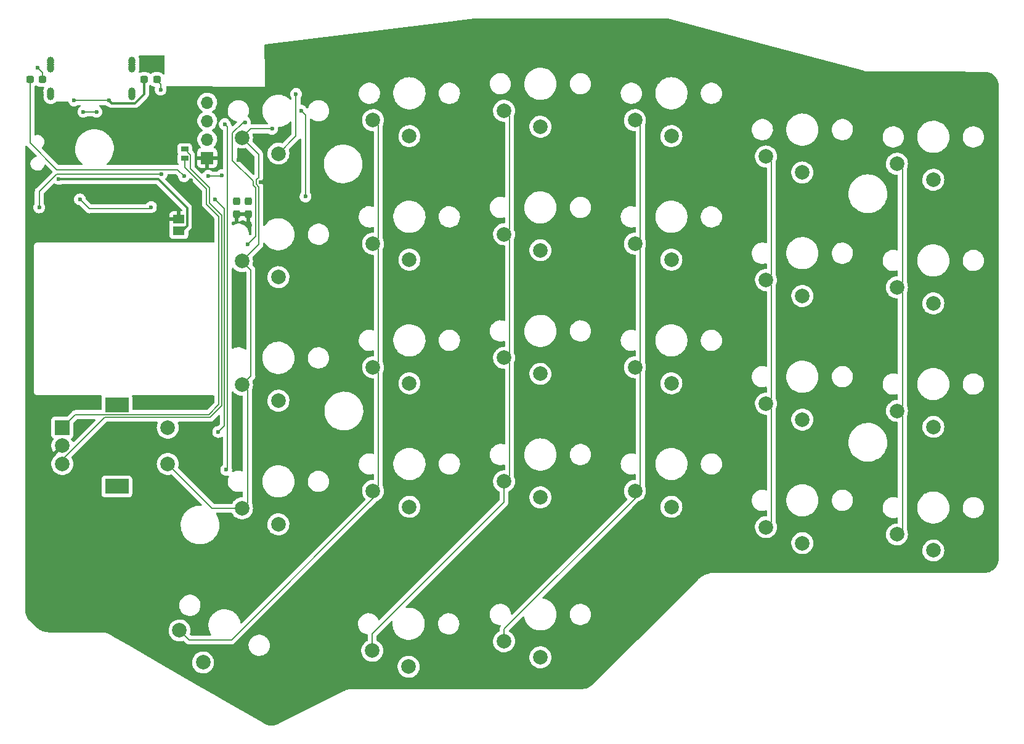
<source format=gtl>
G04 #@! TF.GenerationSoftware,KiCad,Pcbnew,(5.99.0-8557-g8988e46ab1)*
G04 #@! TF.CreationDate,2021-01-24T23:22:25-07:00*
G04 #@! TF.ProjectId,BlueSof,426c7565-536f-4662-9e6b-696361645f70,rev?*
G04 #@! TF.SameCoordinates,PX85099e0PY51bada0*
G04 #@! TF.FileFunction,Copper,L1,Top*
G04 #@! TF.FilePolarity,Positive*
%FSLAX46Y46*%
G04 Gerber Fmt 4.6, Leading zero omitted, Abs format (unit mm)*
G04 Created by KiCad (PCBNEW (5.99.0-8557-g8988e46ab1)) date 2021-01-24 23:22:25*
%MOMM*%
%LPD*%
G01*
G04 APERTURE LIST*
G04 Aperture macros list*
%AMRoundRect*
0 Rectangle with rounded corners*
0 $1 Rounding radius*
0 $2 $3 $4 $5 $6 $7 $8 $9 X,Y pos of 4 corners*
0 Add a 4 corners polygon primitive as box body*
4,1,4,$2,$3,$4,$5,$6,$7,$8,$9,$2,$3,0*
0 Add four circle primitives for the rounded corners*
1,1,$1+$1,$2,$3*
1,1,$1+$1,$4,$5*
1,1,$1+$1,$6,$7*
1,1,$1+$1,$8,$9*
0 Add four rect primitives between the rounded corners*
20,1,$1+$1,$2,$3,$4,$5,0*
20,1,$1+$1,$4,$5,$6,$7,0*
20,1,$1+$1,$6,$7,$8,$9,0*
20,1,$1+$1,$8,$9,$2,$3,0*%
G04 Aperture macros list end*
G04 #@! TA.AperFunction,ComponentPad*
%ADD10C,2.000000*%
G04 #@! TD*
G04 #@! TA.AperFunction,SMDPad,CuDef*
%ADD11RoundRect,0.237500X0.237500X-0.300000X0.237500X0.300000X-0.237500X0.300000X-0.237500X-0.300000X0*%
G04 #@! TD*
G04 #@! TA.AperFunction,SMDPad,CuDef*
%ADD12RoundRect,0.237500X0.287500X0.237500X-0.287500X0.237500X-0.287500X-0.237500X0.287500X-0.237500X0*%
G04 #@! TD*
G04 #@! TA.AperFunction,ComponentPad*
%ADD13R,2.000000X2.000000*%
G04 #@! TD*
G04 #@! TA.AperFunction,ComponentPad*
%ADD14R,3.200000X2.000000*%
G04 #@! TD*
G04 #@! TA.AperFunction,ComponentPad*
%ADD15C,1.000000*%
G04 #@! TD*
G04 #@! TA.AperFunction,ComponentPad*
%ADD16R,1.700000X1.700000*%
G04 #@! TD*
G04 #@! TA.AperFunction,ComponentPad*
%ADD17O,1.700000X1.700000*%
G04 #@! TD*
G04 #@! TA.AperFunction,ComponentPad*
%ADD18R,1.000000X0.650000*%
G04 #@! TD*
G04 #@! TA.AperFunction,ComponentPad*
%ADD19R,1.550000X1.200000*%
G04 #@! TD*
G04 #@! TA.AperFunction,ViaPad*
%ADD20C,0.600000*%
G04 #@! TD*
G04 #@! TA.AperFunction,Conductor*
%ADD21C,0.200000*%
G04 #@! TD*
G04 #@! TA.AperFunction,Conductor*
%ADD22C,0.300000*%
G04 #@! TD*
G04 APERTURE END LIST*
D10*
X-23000000Y27900000D03*
X-18000000Y25700000D03*
X-5000000Y30300000D03*
X0Y28100000D03*
X31000000Y30300000D03*
X36000000Y28100000D03*
X49000000Y25300000D03*
X54000000Y23100000D03*
X67000000Y24300000D03*
X72000000Y22100000D03*
X-23000000Y10900000D03*
X-18000000Y8700000D03*
X-5000000Y13300000D03*
X0Y11100000D03*
X13000000Y14600000D03*
X18000000Y12400000D03*
X31000000Y13300000D03*
X36000000Y11100000D03*
X67000000Y7300000D03*
X72000000Y5100000D03*
X-5000000Y-3700000D03*
X0Y-5900000D03*
X13000000Y-2400000D03*
X18000000Y-4600000D03*
X31000000Y-3700000D03*
X36000000Y-5900000D03*
X49000000Y-8700000D03*
X54000000Y-10900000D03*
X-23000000Y-23100000D03*
X-18000000Y-25300000D03*
X13000000Y-19400000D03*
X18000000Y-21600000D03*
X31000000Y-20700000D03*
X36000000Y-22900000D03*
X49000000Y-25700000D03*
X54000000Y-27900000D03*
X67000000Y-26700000D03*
X72000000Y-28900000D03*
X-23000000Y-6100000D03*
X-18000000Y-8300000D03*
X49000000Y8300000D03*
X54000000Y6100000D03*
X67000000Y-9700000D03*
X72000000Y-11900000D03*
X13000000Y-41400000D03*
X18000000Y-43600000D03*
X13000000Y31600000D03*
X18000000Y29400000D03*
X-5000000Y-20700000D03*
X0Y-22900000D03*
D11*
X-22100000Y17387500D03*
X-22100000Y19112500D03*
X-23737500Y17387500D03*
X-23737500Y19112500D03*
D12*
X-50400000Y35875000D03*
X-52150000Y35875000D03*
D10*
X-31580127Y-39904294D03*
X-28350000Y-44309550D03*
D12*
X-34700000Y35900000D03*
X-36450000Y35900000D03*
D13*
X-47700000Y-12000000D03*
D10*
X-47700000Y-17000000D03*
X-47700000Y-14500000D03*
D14*
X-40200000Y-8900000D03*
X-40200000Y-20100000D03*
D10*
X-33200000Y-17000000D03*
X-33200000Y-12000000D03*
X-5100000Y-42700000D03*
X-100000Y-44900000D03*
D15*
X-49275300Y37319900D03*
X-38124700Y37332600D03*
X-49275600Y34306000D03*
X-38124700Y33789300D03*
X-38125000Y33544000D03*
X-49275000Y38539100D03*
X-38124700Y37967600D03*
X-49275600Y34043300D03*
X-38125000Y34306000D03*
X-49275300Y38259700D03*
X-49275300Y33789300D03*
X-38124400Y38551800D03*
X-49275600Y33544000D03*
X-38124700Y38272400D03*
X-38125000Y34043300D03*
X-38124700Y37624700D03*
X-49275300Y37954900D03*
X-49275300Y37612000D03*
D16*
X-27775000Y25100000D03*
D17*
X-27775000Y27640000D03*
X-27775000Y30180000D03*
X-27775000Y32720000D03*
D18*
X-30880045Y25032000D03*
X-30880045Y26302000D03*
D19*
X-31675000Y16650000D03*
X-31675000Y15050000D03*
D20*
X-25374990Y29741001D03*
X-25175000Y-17800000D03*
X-14275000Y19800000D03*
X-14875000Y31600000D03*
X-26275000Y-12600000D03*
X-26675728Y19374272D03*
X-47475000Y-33200000D03*
X-23475000Y-13200000D03*
X-37475000Y25800000D03*
X62525000Y28800000D03*
X-16475000Y-42200000D03*
X-48250000Y20750000D03*
X-45000000Y29750000D03*
X-36250000Y30500000D03*
X75525000Y27800000D03*
X-48600000Y29450000D03*
X79525000Y10800000D03*
X-14475000Y14800000D03*
X-29700000Y-8650000D03*
X-23475000Y24800000D03*
X-20475000Y21800000D03*
X43525000Y-200000D03*
X-46750000Y16500000D03*
X3525000Y35800000D03*
X7525000Y-17200000D03*
X-10475000Y-2200000D03*
X26525000Y21800000D03*
X-21900000Y15850000D03*
X79525000Y-6200000D03*
X-9475000Y35800000D03*
X25525000Y-37200000D03*
X-37475000Y20800000D03*
X-23475000Y-200000D03*
X-50475000Y-9200000D03*
X79525000Y-23200000D03*
X-41475000Y-24200000D03*
X26525000Y35800000D03*
X61525000Y-22200000D03*
X7525000Y-39200000D03*
X40525000Y35800000D03*
X-30000000Y22000000D03*
X-51475000Y13800000D03*
X-23475000Y-17200000D03*
X25525000Y800000D03*
X25525000Y-16200000D03*
X44525000Y16800000D03*
X62525000Y-5200000D03*
X-33750000Y14250000D03*
X-34475000Y-36200000D03*
X-16475000Y23800000D03*
X-34500000Y18250000D03*
X-42250000Y19250000D03*
X53000000Y19250000D03*
X7525000Y-200000D03*
X-35475000Y37800000D03*
X26525000Y17800000D03*
X56500000Y19250000D03*
X-44475000Y-11200000D03*
X-23500000Y34000000D03*
X61525000Y11800000D03*
X14525000Y35800000D03*
X43525000Y-17200000D03*
X-43000000Y14000000D03*
X-9475000Y-19200000D03*
X-30500000Y31750000D03*
X7525000Y16800000D03*
X-12475000Y24800000D03*
X-40475000Y14800000D03*
X-18875000Y29100000D03*
X-48175000Y22200000D03*
X-45275000Y19400000D03*
X-35475000Y18337500D03*
X-46075000Y33000000D03*
X-41275000Y33000000D03*
X-34175000Y34500000D03*
X-51075000Y37500000D03*
X-22575000Y30000000D03*
X-22200000Y13250000D03*
X-34050424Y22899990D03*
X-50875000Y18300000D03*
X-23750000Y19073455D03*
X-22100000Y19150000D03*
X-25750022Y22730456D03*
X-30975000Y22600000D03*
X-27634983Y22629981D03*
X-15575000Y33900000D03*
X-44800000Y31450000D03*
X-43000000Y31450000D03*
D21*
X-24999969Y29365980D02*
X-25374990Y29741001D01*
X-25175000Y-17800000D02*
X-24999969Y-17624969D01*
X-24999969Y-17624969D02*
X-24999969Y29365980D01*
X-14275000Y31000000D02*
X-14875000Y31600000D01*
X-14275000Y19800000D02*
X-14275000Y31000000D01*
X-25399979Y-11724979D02*
X-25399979Y18098523D01*
X-25399979Y18098523D02*
X-26675728Y19374272D01*
X-26275000Y-12600000D02*
X-25399979Y-11724979D01*
X67000000Y-9700000D02*
X67750001Y-8949999D01*
X67000000Y7300000D02*
X67750001Y8050001D01*
X67750001Y8050001D02*
X67750001Y23549999D01*
X67750001Y-25949999D02*
X67750001Y-10450001D01*
X67750001Y-10450001D02*
X67000000Y-9700000D01*
X67750001Y23549999D02*
X67000000Y24300000D01*
X67750001Y6549999D02*
X67000000Y7300000D01*
X67750001Y-8949999D02*
X67750001Y6549999D01*
X67000000Y-26700000D02*
X67750001Y-25949999D01*
X49750001Y24549999D02*
X49000000Y25300000D01*
X49750001Y-9450001D02*
X49000000Y-8700000D01*
X49750001Y9050001D02*
X49750001Y24549999D01*
X49000000Y8300000D02*
X49750001Y9050001D01*
X49000000Y-8700000D02*
X49750001Y-7949999D01*
X49750001Y-7949999D02*
X49750001Y7549999D01*
X49750001Y7549999D02*
X49000000Y8300000D01*
X49750001Y-24949999D02*
X49750001Y-9450001D01*
X49000000Y-25700000D02*
X49750001Y-24949999D01*
X31000000Y-3700000D02*
X31750001Y-2949999D01*
X31750001Y-4450001D02*
X31000000Y-3700000D01*
X31750001Y-19949999D02*
X31750001Y-4450001D01*
X31750001Y-2949999D02*
X31750001Y12549999D01*
X31000000Y13300000D02*
X31750001Y14050001D01*
X31750001Y12549999D02*
X31000000Y13300000D01*
X31000000Y-20700000D02*
X31750001Y-19949999D01*
X31000000Y-21739998D02*
X31000000Y-20700000D01*
X31750001Y29549999D02*
X31000000Y30300000D01*
X13000000Y-39739998D02*
X31000000Y-21739998D01*
X31750001Y14050001D02*
X31750001Y29549999D01*
X13000000Y-41400000D02*
X13000000Y-39739998D01*
X13750001Y30849999D02*
X13750001Y15350001D01*
X13000000Y-2400000D02*
X13750001Y-3150001D01*
X13000000Y-22250002D02*
X-5100000Y-40350002D01*
X13750001Y15350001D02*
X13000000Y14600000D01*
X-5100000Y-40350002D02*
X-5100000Y-42700000D01*
X13750001Y13849999D02*
X13750001Y-1649999D01*
X13750001Y-3150001D02*
X13750001Y-18649999D01*
X13750001Y-18649999D02*
X13000000Y-19400000D01*
X13000000Y-19400000D02*
X13000000Y-22250002D01*
X13000000Y14600000D02*
X13750001Y13849999D01*
X13750001Y-1649999D02*
X13000000Y-2400000D01*
X13000000Y31600000D02*
X13750001Y30849999D01*
X-4249999Y-2949999D02*
X-4249999Y12549999D01*
X-4249999Y14050001D02*
X-4249999Y29549999D01*
X-5000000Y-3700000D02*
X-4249999Y-2949999D01*
X-4249999Y-19949999D02*
X-4249999Y-4450001D01*
X-5000000Y-21760002D02*
X-5000000Y-20700000D01*
X-31580127Y-39904294D02*
X-30284420Y-41200001D01*
X-4249999Y29549999D02*
X-5000000Y30300000D01*
X-24439999Y-41200001D02*
X-5000000Y-21760002D01*
X-4249999Y12549999D02*
X-5000000Y13300000D01*
X-5000000Y13300000D02*
X-4249999Y14050001D01*
X-4249999Y-4450001D02*
X-5000000Y-3700000D01*
X-30284420Y-41200001D02*
X-24439999Y-41200001D01*
X-5000000Y-20700000D02*
X-4249999Y-19949999D01*
X-22249999Y-6850001D02*
X-22249999Y-22349999D01*
X-20700000Y21199989D02*
X-20700000Y13200000D01*
X-21075011Y21511994D02*
X-20763006Y21199989D01*
X-18875000Y29100000D02*
X-21800000Y29100000D01*
X-21075011Y22088006D02*
X-21075011Y21511994D01*
X-21800000Y29100000D02*
X-23000000Y27900000D01*
X-20700000Y25600000D02*
X-20700000Y22400011D01*
X-33200000Y-17000000D02*
X-27100000Y-23100000D01*
X-21774999Y9674999D02*
X-21774999Y-4874999D01*
X-20700000Y22400011D02*
X-20763006Y22400011D01*
X-23000000Y-6100000D02*
X-22249999Y-6850001D01*
X-23000000Y27900000D02*
X-20700000Y25600000D01*
X-20700000Y13200000D02*
X-23000000Y10900000D01*
X-20763006Y22400011D02*
X-21075011Y22088006D01*
X-23000000Y10900000D02*
X-21774999Y9674999D01*
X-22249999Y-22349999D02*
X-23000000Y-23100000D01*
X-20763006Y21199989D02*
X-20700000Y21199989D01*
X-27100000Y-23100000D02*
X-23000000Y-23100000D01*
X-21774999Y-4874999D02*
X-23000000Y-6100000D01*
D22*
X-31269980Y15050000D02*
X-30549989Y15769991D01*
X-30549989Y15769991D02*
X-30549989Y18249989D01*
X-31675000Y15050000D02*
X-31269980Y15050000D01*
X-34500000Y22200000D02*
X-48175000Y22200000D01*
X-30549989Y18249989D02*
X-34500000Y22200000D01*
D21*
X-35712500Y18100000D02*
X-43975000Y18100000D01*
X-35475000Y18337500D02*
X-35712500Y18100000D01*
X-43975000Y18100000D02*
X-45275000Y19400000D01*
D22*
X-36450000Y33886998D02*
X-37692999Y32643999D01*
X-40918999Y32643999D02*
X-41275000Y33000000D01*
X-37692999Y32643999D02*
X-40918999Y32643999D01*
X-36450000Y35900000D02*
X-36450000Y33886998D01*
D21*
X-41275000Y33000000D02*
X-46075000Y33000000D01*
X-34175000Y35200000D02*
X-34175000Y34500000D01*
X-34700000Y35725000D02*
X-34175000Y35200000D01*
X-50400000Y36825000D02*
X-51075000Y37500000D01*
X-50400000Y35875000D02*
X-50400000Y36825000D01*
X-21475031Y21346301D02*
X-21475031Y21912014D01*
X-24300011Y24736994D02*
X-24300011Y28524006D01*
X-24300011Y28524006D02*
X-22824017Y30000000D01*
X-22824002Y30000000D02*
X-22575000Y30000000D01*
X-22824017Y30000000D02*
X-22575000Y30000000D01*
X-21475031Y21912014D02*
X-24300011Y24736994D01*
X-21100020Y14349980D02*
X-21100020Y20971289D01*
X-22200000Y13250000D02*
X-21100020Y14349980D01*
X-21100020Y20971289D02*
X-21475031Y21346301D01*
X-27575000Y-10200000D02*
X-45900000Y-10200000D01*
X-27875021Y18739569D02*
X-26200000Y17064548D01*
X-45900000Y-10200000D02*
X-47700000Y-12000000D01*
X-27875021Y20800021D02*
X-27875021Y18739569D01*
X-26200000Y17064548D02*
X-26200000Y-8825000D01*
X-26200000Y-8825000D02*
X-27575000Y-10200000D01*
X-27875021Y20800021D02*
X-27875021Y19174979D01*
X-30880045Y23805045D02*
X-27875021Y20800021D01*
X-30880045Y25032000D02*
X-30880045Y23805045D01*
X-27475011Y21000011D02*
X-30080035Y23605035D01*
X-41876009Y-10600011D02*
X-27740703Y-10600011D01*
X-30080035Y23605035D02*
X-30080035Y25501990D01*
X-27740703Y-10600011D02*
X-27740694Y-10600020D01*
X-30080035Y25501990D02*
X-30880045Y26302000D01*
X-27475011Y18905259D02*
X-27475011Y21000011D01*
X-47700000Y-16424002D02*
X-41876009Y-10600011D01*
X-27740694Y-10600020D02*
X-27409306Y-10600020D01*
X-27475011Y21000011D02*
X-27562500Y21087500D01*
X-25799980Y-8990694D02*
X-25799980Y17230241D01*
X-26034307Y17464568D02*
X-26034320Y17464568D01*
X-25799980Y17230241D02*
X-26034307Y17464568D01*
X-26034320Y17464568D02*
X-27475011Y18905259D01*
X-27409306Y-10600020D02*
X-25799980Y-8990694D01*
X-50875000Y18300000D02*
X-50875000Y18200000D01*
X-50875000Y18300000D02*
X-50875000Y20462002D01*
X-50875000Y20462002D02*
X-48437012Y22899990D01*
X-48437012Y22899990D02*
X-34050424Y22899990D01*
X-48435002Y23500000D02*
X-31875000Y23500000D01*
X-25850497Y22629981D02*
X-25750022Y22730456D01*
X-48435002Y23500000D02*
X-52150000Y27214998D01*
X-52150000Y27214998D02*
X-52150000Y35875000D01*
X-31875000Y23500000D02*
X-30975000Y22600000D01*
X-27634983Y22629981D02*
X-25850497Y22629981D01*
X-18000000Y25700000D02*
X-15575000Y28125000D01*
X-15575000Y28125000D02*
X-15575000Y33900000D01*
X-43000000Y31450000D02*
X-44800000Y31450000D01*
G04 #@! TA.AperFunction,Conductor*
G36*
X22487933Y44292000D02*
G01*
X35120351Y44292000D01*
X35139292Y44290568D01*
X35151134Y44288768D01*
X35163633Y44286867D01*
X35168494Y44286884D01*
X35168499Y44286884D01*
X35220356Y44287069D01*
X35277578Y44287274D01*
X35288401Y44286846D01*
X35399419Y44277658D01*
X35439420Y44274347D01*
X35450182Y44272987D01*
X35549229Y44256117D01*
X35560587Y44253639D01*
X48708207Y40741995D01*
X62497933Y37058848D01*
X62509895Y37055004D01*
X62563292Y37034850D01*
X62568052Y37033853D01*
X62568056Y37033852D01*
X62663481Y37013868D01*
X62669213Y37012526D01*
X62689815Y37007196D01*
X62694661Y37006716D01*
X62697188Y37006267D01*
X62698533Y37006061D01*
X62698552Y37006197D01*
X62703004Y37005591D01*
X62707390Y37004672D01*
X62727821Y37003359D01*
X62732077Y37003011D01*
X62781842Y36998083D01*
X62865429Y36989806D01*
X62871269Y36989089D01*
X62887516Y36986710D01*
X62887519Y36986710D01*
X62892338Y36986004D01*
X62897205Y36986048D01*
X62899853Y36985867D01*
X62901135Y36985809D01*
X62901139Y36985950D01*
X62905614Y36985826D01*
X62910074Y36985385D01*
X62930514Y36986276D01*
X62934822Y36986389D01*
X62970487Y36986712D01*
X63035082Y36987296D01*
X63035089Y36987297D01*
X63039556Y36987337D01*
X63043975Y36988011D01*
X63043979Y36988011D01*
X63059621Y36990396D01*
X63078871Y36991835D01*
X64382481Y36989133D01*
X73506300Y36970222D01*
X79324904Y36958162D01*
X79347378Y36956094D01*
X79386642Y36948891D01*
X79406854Y36945183D01*
X79412698Y36943966D01*
X79470851Y36930409D01*
X79478603Y36928338D01*
X79565387Y36902163D01*
X79667441Y36871381D01*
X79675065Y36868813D01*
X79702231Y36858687D01*
X79712996Y36854674D01*
X79720419Y36851634D01*
X79871555Y36784010D01*
X79900489Y36771064D01*
X79907715Y36767550D01*
X79922298Y36759872D01*
X79943540Y36748688D01*
X79950537Y36744713D01*
X80118832Y36641876D01*
X80125562Y36637463D01*
X80144353Y36624263D01*
X80152803Y36618327D01*
X80158706Y36614180D01*
X80165137Y36609348D01*
X80196057Y36584533D01*
X80318937Y36485916D01*
X80325051Y36480680D01*
X80354971Y36453350D01*
X80360737Y36447735D01*
X80461892Y36342729D01*
X80496731Y36306564D01*
X80497562Y36305701D01*
X80502959Y36299727D01*
X80529122Y36268842D01*
X80534126Y36262538D01*
X80580804Y36199705D01*
X80618850Y36148491D01*
X80651754Y36104198D01*
X80656345Y36097586D01*
X80678358Y36063620D01*
X80682517Y36056730D01*
X80779003Y35884698D01*
X80782714Y35877556D01*
X80800216Y35841069D01*
X80803462Y35833708D01*
X80827264Y35774694D01*
X80877243Y35650772D01*
X80880014Y35643213D01*
X80892726Y35604783D01*
X80895008Y35597066D01*
X80944869Y35406236D01*
X80946654Y35398387D01*
X80954362Y35358667D01*
X80955643Y35350721D01*
X80980783Y35155062D01*
X80981553Y35147049D01*
X80985362Y35087518D01*
X80985602Y35081528D01*
X80985997Y35057347D01*
X80987638Y34956726D01*
X80988345Y34952305D01*
X80990420Y34939327D01*
X80992000Y34919433D01*
X80992000Y-29917492D01*
X80990143Y-29939047D01*
X80987745Y-29952858D01*
X80985526Y-30079966D01*
X80985277Y-30085942D01*
X80980916Y-30152488D01*
X80980109Y-30160682D01*
X80964396Y-30280035D01*
X80954227Y-30357273D01*
X80952884Y-30365408D01*
X80944068Y-30409727D01*
X80942196Y-30417755D01*
X80890869Y-30609315D01*
X80888481Y-30617188D01*
X80873950Y-30659994D01*
X80871056Y-30667684D01*
X80795160Y-30850912D01*
X80791760Y-30858414D01*
X80771770Y-30898950D01*
X80767893Y-30906205D01*
X80728714Y-30974065D01*
X80668750Y-31077925D01*
X80664397Y-31084926D01*
X80639280Y-31122517D01*
X80634476Y-31129220D01*
X80513778Y-31286516D01*
X80508548Y-31292889D01*
X80478738Y-31326881D01*
X80473101Y-31332899D01*
X80332907Y-31473093D01*
X80326889Y-31478730D01*
X80292881Y-31508554D01*
X80286508Y-31513784D01*
X80129209Y-31634485D01*
X80122537Y-31639266D01*
X80084920Y-31664401D01*
X80077932Y-31668746D01*
X79906209Y-31767890D01*
X79898937Y-31771777D01*
X79858409Y-31791763D01*
X79850899Y-31795166D01*
X79667699Y-31871050D01*
X79659983Y-31873954D01*
X79617200Y-31888477D01*
X79609316Y-31890869D01*
X79417755Y-31942198D01*
X79409750Y-31944064D01*
X79365383Y-31952889D01*
X79357289Y-31954225D01*
X79239457Y-31969738D01*
X79160684Y-31980108D01*
X79152481Y-31980916D01*
X79133599Y-31982154D01*
X79085963Y-31985276D01*
X79079973Y-31985525D01*
X78956136Y-31987688D01*
X78939318Y-31990397D01*
X78919281Y-31992000D01*
X41931223Y-31992000D01*
X41913992Y-31990816D01*
X41910935Y-31990394D01*
X41882127Y-31986417D01*
X41877255Y-31986501D01*
X41877252Y-31986501D01*
X41688497Y-31989761D01*
X41683330Y-31989744D01*
X41660939Y-31989205D01*
X41656114Y-31989838D01*
X41655850Y-31989852D01*
X41651539Y-31990325D01*
X41650491Y-31990418D01*
X41646004Y-31990495D01*
X41633314Y-31992536D01*
X41625315Y-31993823D01*
X41621687Y-31994352D01*
X41297828Y-32036820D01*
X41294959Y-32037162D01*
X41271111Y-32039707D01*
X41266567Y-32040920D01*
X41265161Y-32041104D01*
X41255017Y-32043940D01*
X41250908Y-32045089D01*
X41249469Y-32045482D01*
X40917301Y-32134122D01*
X40914363Y-32134868D01*
X40891156Y-32140466D01*
X40886810Y-32142259D01*
X40885440Y-32142624D01*
X40871773Y-32148451D01*
X40870525Y-32148974D01*
X40646945Y-32241182D01*
X40552642Y-32280074D01*
X40549825Y-32281196D01*
X40532074Y-32288022D01*
X40532070Y-32288024D01*
X40527529Y-32289770D01*
X40523454Y-32292111D01*
X40522141Y-32292653D01*
X40519213Y-32294382D01*
X40519202Y-32294388D01*
X40509339Y-32300212D01*
X40508047Y-32300965D01*
X40210055Y-32472198D01*
X40207404Y-32473679D01*
X40190684Y-32482758D01*
X40190680Y-32482760D01*
X40186403Y-32485083D01*
X40182665Y-32487936D01*
X40181433Y-32488644D01*
X40178750Y-32490743D01*
X40169786Y-32497755D01*
X40168600Y-32498672D01*
X39908159Y-32697455D01*
X39902922Y-32701452D01*
X39898737Y-32704513D01*
X39880361Y-32717372D01*
X39876850Y-32720743D01*
X39876647Y-32720910D01*
X39873463Y-32723841D01*
X39872659Y-32724550D01*
X39869101Y-32727266D01*
X39854443Y-32742184D01*
X39851886Y-32744711D01*
X39710008Y-32880930D01*
X39707251Y-32884457D01*
X39687556Y-32909651D01*
X39677112Y-32921415D01*
X31360216Y-41187288D01*
X25154692Y-47354741D01*
X25138113Y-47368605D01*
X25130542Y-47373903D01*
X25130537Y-47373907D01*
X25126553Y-47376695D01*
X25034750Y-47464837D01*
X25030326Y-47468885D01*
X24980910Y-47511976D01*
X24974566Y-47517154D01*
X24817105Y-47637337D01*
X24810417Y-47642105D01*
X24773385Y-47666725D01*
X24766408Y-47671043D01*
X24594635Y-47769746D01*
X24587439Y-47773575D01*
X24547505Y-47793179D01*
X24540046Y-47796544D01*
X24356880Y-47872084D01*
X24349217Y-47874956D01*
X24328451Y-47881975D01*
X24307117Y-47889186D01*
X24299257Y-47891560D01*
X24107854Y-47942636D01*
X24099854Y-47944494D01*
X24056257Y-47953131D01*
X24048153Y-47954463D01*
X23851760Y-47980216D01*
X23843588Y-47981018D01*
X23778194Y-47985288D01*
X23772160Y-47985537D01*
X23727352Y-47986311D01*
X23648208Y-47987678D01*
X23643785Y-47988390D01*
X23643781Y-47988390D01*
X23631296Y-47990399D01*
X23611281Y-47991999D01*
X-7714123Y-47991999D01*
X-7732019Y-47990722D01*
X-7756074Y-47987270D01*
X-7756080Y-47987270D01*
X-7760893Y-47986579D01*
X-7765760Y-47986637D01*
X-7765762Y-47986637D01*
X-7933351Y-47988639D01*
X-7939642Y-47988557D01*
X-7955351Y-47987960D01*
X-7960216Y-47987775D01*
X-7965058Y-47988341D01*
X-7965233Y-47988348D01*
X-7970656Y-47988696D01*
X-7970650Y-47988767D01*
X-7975108Y-47989138D01*
X-7979592Y-47989192D01*
X-7984024Y-47989881D01*
X-7984027Y-47989881D01*
X-7999330Y-47992259D01*
X-8004026Y-47992899D01*
X-8130723Y-48007717D01*
X-8281362Y-48025335D01*
X-8286127Y-48025801D01*
X-8295043Y-48026502D01*
X-8309006Y-48027599D01*
X-8313741Y-48028722D01*
X-8313851Y-48028739D01*
X-8317962Y-48029616D01*
X-8322055Y-48030095D01*
X-8326383Y-48031240D01*
X-8326387Y-48031241D01*
X-8342324Y-48035458D01*
X-8345479Y-48036249D01*
X-8623626Y-48102215D01*
X-8628295Y-48103228D01*
X-8650807Y-48107671D01*
X-8655381Y-48109337D01*
X-8655488Y-48109367D01*
X-8659472Y-48110716D01*
X-8663478Y-48111666D01*
X-8682990Y-48119349D01*
X-8685944Y-48120469D01*
X-8949697Y-48216534D01*
X-8955623Y-48218526D01*
X-8975300Y-48224598D01*
X-8979678Y-48226733D01*
X-8979847Y-48226800D01*
X-8984842Y-48228921D01*
X-8984813Y-48228985D01*
X-8988902Y-48230813D01*
X-8993113Y-48232347D01*
X-8997065Y-48234463D01*
X-8997068Y-48234464D01*
X-9010745Y-48241785D01*
X-9014975Y-48243948D01*
X-9171880Y-48320475D01*
X-9199345Y-48339105D01*
X-9213484Y-48347405D01*
X-17977807Y-52752289D01*
X-17997576Y-52760210D01*
X-18007574Y-52763264D01*
X-18007581Y-52763267D01*
X-18012230Y-52764687D01*
X-18076845Y-52795976D01*
X-18128707Y-52821089D01*
X-18134104Y-52823547D01*
X-18180370Y-52843320D01*
X-18187623Y-52846158D01*
X-18372300Y-52911913D01*
X-18379716Y-52914298D01*
X-18412447Y-52923718D01*
X-18419996Y-52925640D01*
X-18455042Y-52933418D01*
X-18611415Y-52968121D01*
X-18619008Y-52969562D01*
X-18652657Y-52974873D01*
X-18660371Y-52975847D01*
X-18855552Y-52994391D01*
X-18863324Y-52994888D01*
X-18886385Y-52995647D01*
X-18897353Y-52996008D01*
X-18905132Y-52996023D01*
X-19101103Y-52990350D01*
X-19108876Y-52989884D01*
X-19125703Y-52988353D01*
X-19142760Y-52986800D01*
X-19150491Y-52985855D01*
X-19265828Y-52968117D01*
X-19344286Y-52956050D01*
X-19351919Y-52954634D01*
X-19385193Y-52947387D01*
X-19392744Y-52945496D01*
X-19581357Y-52892021D01*
X-19588782Y-52889665D01*
X-19620903Y-52878371D01*
X-19628168Y-52875562D01*
X-19721038Y-52836305D01*
X-19808764Y-52799221D01*
X-19815823Y-52795976D01*
X-19843718Y-52782094D01*
X-19860868Y-52773559D01*
X-19866112Y-52770793D01*
X-19972354Y-52711528D01*
X-19972357Y-52711527D01*
X-19976266Y-52709346D01*
X-19980444Y-52707742D01*
X-19980448Y-52707740D01*
X-19993458Y-52702745D01*
X-20011296Y-52694236D01*
X-26106333Y-49175265D01*
X-26393264Y-49009605D01*
X-29061870Y-47468885D01*
X-34351136Y-44415126D01*
X-29859813Y-44415126D01*
X-29859056Y-44420129D01*
X-29859056Y-44420134D01*
X-29835221Y-44577735D01*
X-29823512Y-44655159D01*
X-29821966Y-44659975D01*
X-29821965Y-44659978D01*
X-29757543Y-44860626D01*
X-29749300Y-44886300D01*
X-29639089Y-45102603D01*
X-29632841Y-45111140D01*
X-29534813Y-45245077D01*
X-29495712Y-45298502D01*
X-29322859Y-45468958D01*
X-29318734Y-45471890D01*
X-29318731Y-45471892D01*
X-29129102Y-45606655D01*
X-29129098Y-45606658D01*
X-29124977Y-45609586D01*
X-29120439Y-45611819D01*
X-29120434Y-45611822D01*
X-28964524Y-45688539D01*
X-28907157Y-45716767D01*
X-28902322Y-45718245D01*
X-28902320Y-45718246D01*
X-28823705Y-45742280D01*
X-28675002Y-45787743D01*
X-28669983Y-45788430D01*
X-28669981Y-45788431D01*
X-28494760Y-45812433D01*
X-28434486Y-45820690D01*
X-28365142Y-45818995D01*
X-28196857Y-45814883D01*
X-28196853Y-45814883D01*
X-28191796Y-45814759D01*
X-27953177Y-45770102D01*
X-27724766Y-45687870D01*
X-27512442Y-45570176D01*
X-27508464Y-45567046D01*
X-27508460Y-45567043D01*
X-27325642Y-45423179D01*
X-27325641Y-45423178D01*
X-27321666Y-45420050D01*
X-27318244Y-45416329D01*
X-27160769Y-45245077D01*
X-27160766Y-45245073D01*
X-27157346Y-45241354D01*
X-27023710Y-45038684D01*
X-27008831Y-45005576D01*
X-1609813Y-45005576D01*
X-1609056Y-45010579D01*
X-1609056Y-45010584D01*
X-1574269Y-45240604D01*
X-1573512Y-45245609D01*
X-1571966Y-45250425D01*
X-1571965Y-45250428D01*
X-1502944Y-45465399D01*
X-1499300Y-45476750D01*
X-1389089Y-45693053D01*
X-1386099Y-45697138D01*
X-1284813Y-45835527D01*
X-1245712Y-45888952D01*
X-1072859Y-46059408D01*
X-1068734Y-46062340D01*
X-1068731Y-46062342D01*
X-879102Y-46197105D01*
X-879098Y-46197108D01*
X-874977Y-46200036D01*
X-870439Y-46202269D01*
X-870434Y-46202272D01*
X-712398Y-46280035D01*
X-657157Y-46307217D01*
X-652322Y-46308695D01*
X-652320Y-46308696D01*
X-573705Y-46332730D01*
X-425002Y-46378193D01*
X-419983Y-46378880D01*
X-419981Y-46378881D01*
X-244760Y-46402883D01*
X-184486Y-46411140D01*
X-115142Y-46409445D01*
X53143Y-46405333D01*
X53147Y-46405333D01*
X58204Y-46405209D01*
X296823Y-46360552D01*
X525234Y-46278320D01*
X737558Y-46160626D01*
X741536Y-46157496D01*
X741540Y-46157493D01*
X924358Y-46013629D01*
X924359Y-46013628D01*
X928334Y-46010500D01*
X1040104Y-45888952D01*
X1089231Y-45835527D01*
X1089234Y-45835523D01*
X1092654Y-45831804D01*
X1226290Y-45629134D01*
X1235075Y-45609586D01*
X1323730Y-45412322D01*
X1323732Y-45412316D01*
X1325804Y-45407706D01*
X1367946Y-45250428D01*
X1387327Y-45178098D01*
X1387327Y-45178097D01*
X1388635Y-45173216D01*
X1413168Y-44931696D01*
X1413500Y-44900000D01*
X1402464Y-44762828D01*
X1394437Y-44663061D01*
X1394436Y-44663056D01*
X1394031Y-44658020D01*
X1362243Y-44528600D01*
X1337331Y-44427179D01*
X1336124Y-44422265D01*
X1325459Y-44397138D01*
X1243245Y-44203456D01*
X1243245Y-44203455D01*
X1241269Y-44198801D01*
X1111907Y-43993378D01*
X951365Y-43811279D01*
X822680Y-43705576D01*
X16490187Y-43705576D01*
X16490944Y-43710579D01*
X16490944Y-43710584D01*
X16513895Y-43862342D01*
X16526488Y-43945609D01*
X16528034Y-43950425D01*
X16528035Y-43950428D01*
X16594949Y-44158837D01*
X16600700Y-44176750D01*
X16710911Y-44393053D01*
X16732291Y-44422265D01*
X16849761Y-44582766D01*
X16854288Y-44588952D01*
X17027141Y-44759408D01*
X17031266Y-44762340D01*
X17031269Y-44762342D01*
X17220898Y-44897105D01*
X17220902Y-44897108D01*
X17225023Y-44900036D01*
X17229561Y-44902269D01*
X17229566Y-44902272D01*
X17387602Y-44980035D01*
X17442843Y-45007217D01*
X17447678Y-45008695D01*
X17447680Y-45008696D01*
X17526295Y-45032730D01*
X17674998Y-45078193D01*
X17680017Y-45078880D01*
X17680019Y-45078881D01*
X17853193Y-45102603D01*
X17915514Y-45111140D01*
X17984858Y-45109445D01*
X18153143Y-45105333D01*
X18153147Y-45105333D01*
X18158204Y-45105209D01*
X18396823Y-45060552D01*
X18457565Y-45038684D01*
X18544968Y-45007217D01*
X18625234Y-44978320D01*
X18837558Y-44860626D01*
X18841536Y-44857496D01*
X18841540Y-44857493D01*
X19024358Y-44713629D01*
X19024359Y-44713628D01*
X19028334Y-44710500D01*
X19081108Y-44653109D01*
X19189231Y-44535527D01*
X19189234Y-44535523D01*
X19192654Y-44531804D01*
X19326290Y-44329134D01*
X19342048Y-44294072D01*
X19423730Y-44112322D01*
X19423732Y-44112316D01*
X19425804Y-44107706D01*
X19427113Y-44102821D01*
X19487327Y-43878098D01*
X19487327Y-43878097D01*
X19488635Y-43873216D01*
X19513168Y-43631696D01*
X19513500Y-43600000D01*
X19512042Y-43581882D01*
X19494437Y-43363061D01*
X19494436Y-43363056D01*
X19494031Y-43358020D01*
X19462243Y-43228600D01*
X19437331Y-43127179D01*
X19436124Y-43122265D01*
X19413012Y-43067815D01*
X19343245Y-42903456D01*
X19343245Y-42903455D01*
X19341269Y-42898801D01*
X19211907Y-42693378D01*
X19051365Y-42511279D01*
X18863775Y-42357191D01*
X18653962Y-42235076D01*
X18649235Y-42233262D01*
X18649232Y-42233260D01*
X18432048Y-42149891D01*
X18432044Y-42149890D01*
X18427324Y-42148078D01*
X18422374Y-42147044D01*
X18422371Y-42147043D01*
X18194643Y-42099468D01*
X18194639Y-42099468D01*
X18189692Y-42098434D01*
X17947180Y-42087422D01*
X17942160Y-42088003D01*
X17942156Y-42088003D01*
X17711056Y-42114742D01*
X17706026Y-42115324D01*
X17701155Y-42116702D01*
X17701152Y-42116703D01*
X17657223Y-42129134D01*
X17472436Y-42181424D01*
X17394837Y-42217609D01*
X17257001Y-42281882D01*
X17256997Y-42281884D01*
X17252419Y-42284019D01*
X17051635Y-42420472D01*
X16875250Y-42587271D01*
X16872172Y-42591297D01*
X16872171Y-42591298D01*
X16730875Y-42776105D01*
X16730872Y-42776109D01*
X16727802Y-42780125D01*
X16725412Y-42784583D01*
X16725411Y-42784584D01*
X16657619Y-42911016D01*
X16613085Y-42994072D01*
X16611439Y-42998853D01*
X16611437Y-42998857D01*
X16558899Y-43151439D01*
X16534049Y-43223608D01*
X16492729Y-43462828D01*
X16490187Y-43705576D01*
X822680Y-43705576D01*
X763775Y-43657191D01*
X553962Y-43535076D01*
X549235Y-43533262D01*
X549232Y-43533260D01*
X332048Y-43449891D01*
X332044Y-43449890D01*
X327324Y-43448078D01*
X322374Y-43447044D01*
X322371Y-43447043D01*
X94643Y-43399468D01*
X94639Y-43399468D01*
X89692Y-43398434D01*
X-152820Y-43387422D01*
X-157840Y-43388003D01*
X-157844Y-43388003D01*
X-323846Y-43407210D01*
X-393974Y-43415324D01*
X-398845Y-43416702D01*
X-398848Y-43416703D01*
X-442777Y-43429134D01*
X-627564Y-43481424D01*
X-737573Y-43532722D01*
X-842999Y-43581882D01*
X-843003Y-43581884D01*
X-847581Y-43584019D01*
X-1048365Y-43720472D01*
X-1224750Y-43887271D01*
X-1227828Y-43891297D01*
X-1227829Y-43891298D01*
X-1369125Y-44076105D01*
X-1369128Y-44076109D01*
X-1372198Y-44080125D01*
X-1374588Y-44084583D01*
X-1374589Y-44084584D01*
X-1442381Y-44211016D01*
X-1486915Y-44294072D01*
X-1488561Y-44298853D01*
X-1488563Y-44298857D01*
X-1530322Y-44420134D01*
X-1565951Y-44523608D01*
X-1607271Y-44762828D01*
X-1609813Y-45005576D01*
X-27008831Y-45005576D01*
X-26976910Y-44934550D01*
X-26926270Y-44821872D01*
X-26926268Y-44821866D01*
X-26924196Y-44817256D01*
X-26881529Y-44658020D01*
X-26862673Y-44587648D01*
X-26862673Y-44587647D01*
X-26861365Y-44582766D01*
X-26836832Y-44341246D01*
X-26836500Y-44309550D01*
X-26845036Y-44203456D01*
X-26855563Y-44072611D01*
X-26855564Y-44072606D01*
X-26855969Y-44067570D01*
X-26873140Y-43997660D01*
X-26912669Y-43836729D01*
X-26913876Y-43831815D01*
X-26921595Y-43813629D01*
X-27006755Y-43613006D01*
X-27006755Y-43613005D01*
X-27008731Y-43608351D01*
X-27138093Y-43402928D01*
X-27298635Y-43220829D01*
X-27486225Y-43066741D01*
X-27696038Y-42944626D01*
X-27700765Y-42942812D01*
X-27700768Y-42942810D01*
X-27917952Y-42859441D01*
X-27917956Y-42859440D01*
X-27922676Y-42857628D01*
X-27927626Y-42856594D01*
X-27927629Y-42856593D01*
X-28155357Y-42809018D01*
X-28155361Y-42809018D01*
X-28160308Y-42807984D01*
X-28402820Y-42796972D01*
X-28407840Y-42797553D01*
X-28407844Y-42797553D01*
X-28638944Y-42824292D01*
X-28643974Y-42824874D01*
X-28648845Y-42826252D01*
X-28648848Y-42826253D01*
X-28756045Y-42856587D01*
X-28877564Y-42890974D01*
X-28920544Y-42911016D01*
X-29092999Y-42991432D01*
X-29093003Y-42991434D01*
X-29097581Y-42993569D01*
X-29298365Y-43130022D01*
X-29474750Y-43296821D01*
X-29477828Y-43300847D01*
X-29477829Y-43300848D01*
X-29619125Y-43485655D01*
X-29619128Y-43485659D01*
X-29622198Y-43489675D01*
X-29624588Y-43494133D01*
X-29624589Y-43494134D01*
X-29681354Y-43600000D01*
X-29736915Y-43703622D01*
X-29738561Y-43708403D01*
X-29738563Y-43708407D01*
X-29781056Y-43831815D01*
X-29815951Y-43933158D01*
X-29857271Y-44172378D01*
X-29859813Y-44415126D01*
X-34351136Y-44415126D01*
X-38682791Y-41914244D01*
X-22099923Y-41914244D01*
X-22086117Y-42153680D01*
X-22084982Y-42158717D01*
X-22084981Y-42158723D01*
X-22040828Y-42354644D01*
X-22033391Y-42387646D01*
X-21943159Y-42609859D01*
X-21817846Y-42814351D01*
X-21660817Y-42995631D01*
X-21476289Y-43148829D01*
X-21269217Y-43269832D01*
X-21045163Y-43355390D01*
X-21040097Y-43356421D01*
X-21040096Y-43356421D01*
X-21007459Y-43363061D01*
X-20810144Y-43403205D01*
X-20674596Y-43408175D01*
X-20575635Y-43411804D01*
X-20575631Y-43411804D01*
X-20570471Y-43411993D01*
X-20565351Y-43411337D01*
X-20565349Y-43411337D01*
X-20337709Y-43382176D01*
X-20337708Y-43382176D01*
X-20332581Y-43381519D01*
X-20271057Y-43363061D01*
X-20107816Y-43314086D01*
X-20102863Y-43312600D01*
X-19887485Y-43207088D01*
X-19844724Y-43176587D01*
X-19696445Y-43070820D01*
X-19696441Y-43070816D01*
X-19692233Y-43067815D01*
X-19522349Y-42898523D01*
X-19382396Y-42703758D01*
X-19310278Y-42557839D01*
X-19278426Y-42493392D01*
X-19278425Y-42493390D01*
X-19276132Y-42488750D01*
X-19206412Y-42259274D01*
X-19175107Y-42021492D01*
X-19174666Y-42003456D01*
X-19173442Y-41953365D01*
X-19173442Y-41953361D01*
X-19173360Y-41950000D01*
X-19184905Y-41809579D01*
X-19192588Y-41716123D01*
X-19192589Y-41716117D01*
X-19193012Y-41710972D01*
X-19240862Y-41520472D01*
X-19250180Y-41483375D01*
X-19250181Y-41483371D01*
X-19251439Y-41478364D01*
X-19253495Y-41473634D01*
X-19253498Y-41473627D01*
X-19345012Y-41263159D01*
X-19345014Y-41263156D01*
X-19347072Y-41258422D01*
X-19364286Y-41231813D01*
X-19474533Y-41061397D01*
X-19474538Y-41061391D01*
X-19477344Y-41057053D01*
X-19483246Y-41050566D01*
X-19595520Y-40927179D01*
X-19638755Y-40879664D01*
X-19642806Y-40876465D01*
X-19642810Y-40876461D01*
X-19822917Y-40734221D01*
X-19822922Y-40734218D01*
X-19826971Y-40731020D01*
X-19831487Y-40728527D01*
X-19831490Y-40728525D01*
X-20032414Y-40617609D01*
X-20032418Y-40617607D01*
X-20036938Y-40615112D01*
X-20041807Y-40613388D01*
X-20041811Y-40613386D01*
X-20258140Y-40536780D01*
X-20258144Y-40536779D01*
X-20263015Y-40535054D01*
X-20268108Y-40534147D01*
X-20268111Y-40534146D01*
X-20494043Y-40493901D01*
X-20494049Y-40493900D01*
X-20499132Y-40492995D01*
X-20586333Y-40491930D01*
X-20733779Y-40490128D01*
X-20733781Y-40490128D01*
X-20738949Y-40490065D01*
X-20976023Y-40526343D01*
X-21203989Y-40600853D01*
X-21416724Y-40711596D01*
X-21420857Y-40714699D01*
X-21420860Y-40714701D01*
X-21583979Y-40837174D01*
X-21608516Y-40855597D01*
X-21774213Y-41028990D01*
X-21777127Y-41033262D01*
X-21777128Y-41033263D01*
X-21820257Y-41096488D01*
X-21909366Y-41227116D01*
X-21960905Y-41338147D01*
X-21994027Y-41409503D01*
X-22010345Y-41444656D01*
X-22074437Y-41675767D01*
X-22099923Y-41914244D01*
X-38682791Y-41914244D01*
X-40939315Y-40611439D01*
X-40953623Y-40601815D01*
X-40973821Y-40586120D01*
X-40979111Y-40582009D01*
X-41149174Y-40487744D01*
X-41153637Y-40485148D01*
X-41168631Y-40476013D01*
X-41168642Y-40476007D01*
X-41172789Y-40473481D01*
X-41177270Y-40471625D01*
X-41177494Y-40471511D01*
X-41181561Y-40469725D01*
X-41182301Y-40469381D01*
X-41186222Y-40467208D01*
X-41205780Y-40459759D01*
X-41209129Y-40458428D01*
X-41512624Y-40332718D01*
X-41515352Y-40331550D01*
X-41532689Y-40323885D01*
X-41532702Y-40323880D01*
X-41537150Y-40321914D01*
X-41541562Y-40320732D01*
X-41542754Y-40320238D01*
X-41556453Y-40316734D01*
X-41557673Y-40316415D01*
X-41892480Y-40226703D01*
X-41895284Y-40225916D01*
X-41918180Y-40219199D01*
X-41922711Y-40218602D01*
X-41923952Y-40218270D01*
X-41937961Y-40216587D01*
X-41939379Y-40216408D01*
X-42053086Y-40201439D01*
X-42273193Y-40172463D01*
X-42278246Y-40171692D01*
X-42300400Y-40167845D01*
X-42305275Y-40167760D01*
X-42305518Y-40167737D01*
X-42309959Y-40167565D01*
X-42310758Y-40167517D01*
X-42315201Y-40166932D01*
X-42322213Y-40167012D01*
X-42336097Y-40167169D01*
X-42339727Y-40167158D01*
X-42532690Y-40163787D01*
X-42532692Y-40163787D01*
X-42537164Y-40163709D01*
X-42541603Y-40164266D01*
X-42541606Y-40164266D01*
X-42558298Y-40166360D01*
X-42573454Y-40168261D01*
X-42589134Y-40169241D01*
X-49594287Y-40169241D01*
X-49615531Y-40167437D01*
X-49625737Y-40165691D01*
X-49625742Y-40165691D01*
X-49630539Y-40164870D01*
X-49635405Y-40164797D01*
X-49635407Y-40164797D01*
X-49759761Y-40162936D01*
X-49765693Y-40162707D01*
X-49790728Y-40161151D01*
X-49817160Y-40159507D01*
X-49824929Y-40158781D01*
X-49902933Y-40149043D01*
X-50019589Y-40134478D01*
X-50027317Y-40133269D01*
X-50061660Y-40126796D01*
X-50069302Y-40125108D01*
X-50259451Y-40076875D01*
X-50266969Y-40074717D01*
X-50300183Y-40064059D01*
X-50307556Y-40061439D01*
X-50439488Y-40009870D01*
X-33089940Y-40009870D01*
X-33089183Y-40014873D01*
X-33089183Y-40014878D01*
X-33057563Y-40223956D01*
X-33053639Y-40249903D01*
X-33052093Y-40254719D01*
X-33052092Y-40254722D01*
X-32981042Y-40476013D01*
X-32979427Y-40481044D01*
X-32869216Y-40697347D01*
X-32846397Y-40728525D01*
X-32750658Y-40859335D01*
X-32725839Y-40893246D01*
X-32552986Y-41063702D01*
X-32548861Y-41066634D01*
X-32548858Y-41066636D01*
X-32359229Y-41201399D01*
X-32359225Y-41201402D01*
X-32355104Y-41204330D01*
X-32350566Y-41206563D01*
X-32350561Y-41206566D01*
X-32173869Y-41293509D01*
X-32137284Y-41311511D01*
X-32132449Y-41312989D01*
X-32132447Y-41312990D01*
X-32117286Y-41317625D01*
X-31905129Y-41382487D01*
X-31900110Y-41383174D01*
X-31900108Y-41383175D01*
X-31777283Y-41400000D01*
X-31664613Y-41415434D01*
X-31595269Y-41413739D01*
X-31426984Y-41409627D01*
X-31426980Y-41409627D01*
X-31421923Y-41409503D01*
X-31183304Y-41364846D01*
X-31178542Y-41363132D01*
X-31178536Y-41363130D01*
X-31109142Y-41338147D01*
X-31038273Y-41333892D01*
X-30977367Y-41367603D01*
X-30747391Y-41597579D01*
X-30736524Y-41609970D01*
X-30718230Y-41633811D01*
X-30591170Y-41731308D01*
X-30583540Y-41734468D01*
X-30583539Y-41734469D01*
X-30486545Y-41774644D01*
X-30486543Y-41774645D01*
X-30450833Y-41789437D01*
X-30450831Y-41789437D01*
X-30443206Y-41792596D01*
X-30435020Y-41793674D01*
X-30435019Y-41793674D01*
X-30292608Y-41812423D01*
X-30284420Y-41813501D01*
X-30276232Y-41812423D01*
X-30254630Y-41809579D01*
X-30238183Y-41808501D01*
X-24486237Y-41808501D01*
X-24469791Y-41809579D01*
X-24448188Y-41812423D01*
X-24448187Y-41812423D01*
X-24439999Y-41813501D01*
X-24431811Y-41812423D01*
X-24289401Y-41793675D01*
X-24281213Y-41792597D01*
X-24194538Y-41756694D01*
X-24179410Y-41750428D01*
X-24140880Y-41734469D01*
X-24140879Y-41734468D01*
X-24133249Y-41731308D01*
X-24006189Y-41633811D01*
X-23987895Y-41609970D01*
X-23977028Y-41597579D01*
X-21343693Y-38964244D01*
X-7063063Y-38964244D01*
X-7062766Y-38969396D01*
X-7062766Y-38969400D01*
X-7057648Y-39058160D01*
X-7049257Y-39203680D01*
X-7048122Y-39208717D01*
X-7048121Y-39208723D01*
X-7005110Y-39399579D01*
X-6996531Y-39437646D01*
X-6906299Y-39659859D01*
X-6780986Y-39864351D01*
X-6623957Y-40045631D01*
X-6476749Y-40167845D01*
X-6459227Y-40182392D01*
X-6439429Y-40198829D01*
X-6232357Y-40319832D01*
X-6227532Y-40321674D01*
X-6227531Y-40321675D01*
X-6201671Y-40331550D01*
X-6008303Y-40405390D01*
X-6003237Y-40406421D01*
X-6003236Y-40406421D01*
X-5975814Y-40412000D01*
X-5809379Y-40445861D01*
X-5746614Y-40479043D01*
X-5711752Y-40540891D01*
X-5708500Y-40569332D01*
X-5708500Y-41238894D01*
X-5728502Y-41307015D01*
X-5781251Y-41353089D01*
X-5841120Y-41381006D01*
X-5847581Y-41384019D01*
X-5851762Y-41386861D01*
X-5851763Y-41386861D01*
X-5885262Y-41409627D01*
X-6048365Y-41520472D01*
X-6224750Y-41687271D01*
X-6227828Y-41691297D01*
X-6227829Y-41691298D01*
X-6369125Y-41876105D01*
X-6369128Y-41876109D01*
X-6372198Y-41880125D01*
X-6374588Y-41884583D01*
X-6374589Y-41884584D01*
X-6386987Y-41907706D01*
X-6486915Y-42094072D01*
X-6488561Y-42098853D01*
X-6488563Y-42098857D01*
X-6531056Y-42222265D01*
X-6565951Y-42323608D01*
X-6607271Y-42562828D01*
X-6607324Y-42567888D01*
X-6609546Y-42780125D01*
X-6609813Y-42805576D01*
X-6609056Y-42810579D01*
X-6609056Y-42810584D01*
X-6580571Y-42998933D01*
X-6573512Y-43045609D01*
X-6571966Y-43050425D01*
X-6571965Y-43050428D01*
X-6500929Y-43271675D01*
X-6499300Y-43276750D01*
X-6389089Y-43493053D01*
X-6386099Y-43497138D01*
X-6284813Y-43635527D01*
X-6245712Y-43688952D01*
X-6072859Y-43859408D01*
X-6068734Y-43862340D01*
X-6068731Y-43862342D01*
X-5879102Y-43997105D01*
X-5879098Y-43997108D01*
X-5874977Y-44000036D01*
X-5870439Y-44002269D01*
X-5870434Y-44002272D01*
X-5712398Y-44080035D01*
X-5657157Y-44107217D01*
X-5652322Y-44108695D01*
X-5652320Y-44108696D01*
X-5573705Y-44132730D01*
X-5425002Y-44178193D01*
X-5419983Y-44178880D01*
X-5419981Y-44178881D01*
X-5274562Y-44198801D01*
X-5184486Y-44211140D01*
X-5115142Y-44209445D01*
X-4946857Y-44205333D01*
X-4946853Y-44205333D01*
X-4941796Y-44205209D01*
X-4703177Y-44160552D01*
X-4474766Y-44078320D01*
X-4262442Y-43960626D01*
X-4258464Y-43957496D01*
X-4258460Y-43957493D01*
X-4075642Y-43813629D01*
X-4075641Y-43813628D01*
X-4071666Y-43810500D01*
X-3992084Y-43723956D01*
X-3910769Y-43635527D01*
X-3910766Y-43635523D01*
X-3907346Y-43631804D01*
X-3874428Y-43581882D01*
X-3795927Y-43462828D01*
X-3773710Y-43429134D01*
X-3768123Y-43416703D01*
X-3676270Y-43212322D01*
X-3676268Y-43212316D01*
X-3674196Y-43207706D01*
X-3637286Y-43069956D01*
X-3612673Y-42978098D01*
X-3612673Y-42978097D01*
X-3611365Y-42973216D01*
X-3586832Y-42731696D01*
X-3586500Y-42700000D01*
X-3593752Y-42609859D01*
X-3605563Y-42463061D01*
X-3605564Y-42463056D01*
X-3605969Y-42458020D01*
X-3615191Y-42420472D01*
X-3662669Y-42227179D01*
X-3663876Y-42222265D01*
X-3674541Y-42197138D01*
X-3756755Y-42003456D01*
X-3756755Y-42003455D01*
X-3758731Y-41998801D01*
X-3888093Y-41793378D01*
X-4048635Y-41611279D01*
X-4236225Y-41457191D01*
X-4428882Y-41345061D01*
X-4477694Y-41293509D01*
X-4491500Y-41236164D01*
X-4491500Y-40654241D01*
X-4471498Y-40586120D01*
X-4454595Y-40565146D01*
X-2506249Y-38616800D01*
X-2443937Y-38582774D01*
X-2373122Y-38587839D01*
X-2316286Y-38630386D01*
X-2291475Y-38696906D01*
X-2292705Y-38725605D01*
X-2298306Y-38760972D01*
X-2304390Y-38799385D01*
X-2304840Y-38817815D01*
X-2309822Y-39021675D01*
X-2311558Y-39092692D01*
X-2311106Y-39096851D01*
X-2311106Y-39096855D01*
X-2282562Y-39359606D01*
X-2279872Y-39384370D01*
X-2278876Y-39388427D01*
X-2278875Y-39388430D01*
X-2229512Y-39589400D01*
X-2209888Y-39669296D01*
X-2208366Y-39673179D01*
X-2208365Y-39673183D01*
X-2105371Y-39935990D01*
X-2102835Y-39942462D01*
X-2100813Y-39946110D01*
X-2100811Y-39946114D01*
X-1962622Y-40195413D01*
X-1960594Y-40199071D01*
X-1958104Y-40202424D01*
X-1958100Y-40202430D01*
X-1788155Y-40431261D01*
X-1788150Y-40431266D01*
X-1785665Y-40434613D01*
X-1782761Y-40437599D01*
X-1782757Y-40437604D01*
X-1709283Y-40513159D01*
X-1581121Y-40644951D01*
X-1577843Y-40647531D01*
X-1577838Y-40647535D01*
X-1397291Y-40789611D01*
X-1350554Y-40826389D01*
X-1346949Y-40828521D01*
X-1346946Y-40828523D01*
X-1265887Y-40876461D01*
X-1098017Y-40975739D01*
X-827946Y-41090377D01*
X-545086Y-41168290D01*
X-540941Y-41168858D01*
X-540940Y-41168858D01*
X-522791Y-41171344D01*
X-254406Y-41208108D01*
X-250230Y-41208123D01*
X-250224Y-41208123D01*
X-105206Y-41208629D01*
X38987Y-41209132D01*
X329938Y-41171344D01*
X471637Y-41133376D01*
X609306Y-41096488D01*
X609312Y-41096486D01*
X613335Y-41095408D01*
X617177Y-41093809D01*
X617185Y-41093806D01*
X880349Y-40984261D01*
X884200Y-40982658D01*
X887797Y-40980564D01*
X887804Y-40980561D01*
X1096090Y-40859335D01*
X1137773Y-40835075D01*
X1369601Y-40655251D01*
X1377210Y-40647535D01*
X1572672Y-40449326D01*
X1572677Y-40449320D01*
X1575609Y-40446347D01*
X1752178Y-40212031D01*
X1771630Y-40177510D01*
X1894154Y-39960065D01*
X1894158Y-39960056D01*
X1896206Y-39956422D01*
X1899366Y-39948523D01*
X1962176Y-39791486D01*
X2005164Y-39684009D01*
X2007904Y-39673183D01*
X2076108Y-39403638D01*
X2076108Y-39403637D01*
X2077135Y-39399579D01*
X2110857Y-39108129D01*
X2111226Y-39093056D01*
X2113430Y-39002855D01*
X2113500Y-39000000D01*
X2111125Y-38964244D01*
X3936937Y-38964244D01*
X3937234Y-38969396D01*
X3937234Y-38969400D01*
X3942352Y-39058160D01*
X3950743Y-39203680D01*
X3951878Y-39208717D01*
X3951879Y-39208723D01*
X3994890Y-39399579D01*
X4003469Y-39437646D01*
X4093701Y-39659859D01*
X4219014Y-39864351D01*
X4376043Y-40045631D01*
X4523251Y-40167845D01*
X4540773Y-40182392D01*
X4560571Y-40198829D01*
X4767643Y-40319832D01*
X4772468Y-40321674D01*
X4772469Y-40321675D01*
X4798329Y-40331550D01*
X4991697Y-40405390D01*
X4996763Y-40406421D01*
X4996764Y-40406421D01*
X5024186Y-40412000D01*
X5226716Y-40453205D01*
X5362264Y-40458175D01*
X5461225Y-40461804D01*
X5461229Y-40461804D01*
X5466389Y-40461993D01*
X5471509Y-40461337D01*
X5471511Y-40461337D01*
X5699151Y-40432176D01*
X5699152Y-40432176D01*
X5704279Y-40431519D01*
X5811944Y-40399218D01*
X5929044Y-40364086D01*
X5933997Y-40362600D01*
X6149375Y-40257088D01*
X6226002Y-40202430D01*
X6340415Y-40120820D01*
X6340419Y-40120816D01*
X6344627Y-40117815D01*
X6514511Y-39948523D01*
X6654464Y-39753758D01*
X6740236Y-39580213D01*
X6758434Y-39543392D01*
X6758435Y-39543390D01*
X6760728Y-39538750D01*
X6830448Y-39309274D01*
X6861753Y-39071492D01*
X6862026Y-39060324D01*
X6863418Y-39003365D01*
X6863418Y-39003361D01*
X6863500Y-39000000D01*
X6850493Y-38841796D01*
X6844272Y-38766123D01*
X6844271Y-38766117D01*
X6843848Y-38760972D01*
X6800360Y-38587839D01*
X6786680Y-38533375D01*
X6786679Y-38533371D01*
X6785421Y-38528364D01*
X6783365Y-38523634D01*
X6783362Y-38523627D01*
X6691848Y-38313159D01*
X6691846Y-38313156D01*
X6689788Y-38308422D01*
X6672574Y-38281813D01*
X6562327Y-38111397D01*
X6562322Y-38111391D01*
X6559516Y-38107053D01*
X6542571Y-38088430D01*
X6458647Y-37996199D01*
X6398105Y-37929664D01*
X6394054Y-37926465D01*
X6394050Y-37926461D01*
X6213943Y-37784221D01*
X6213938Y-37784218D01*
X6209889Y-37781020D01*
X6205373Y-37778527D01*
X6205370Y-37778525D01*
X6004446Y-37667609D01*
X6004442Y-37667607D01*
X5999922Y-37665112D01*
X5997471Y-37664244D01*
X11036937Y-37664244D01*
X11037234Y-37669396D01*
X11037234Y-37669400D01*
X11040359Y-37723600D01*
X11050743Y-37903680D01*
X11051878Y-37908717D01*
X11051879Y-37908723D01*
X11094890Y-38099579D01*
X11103469Y-38137646D01*
X11193701Y-38359859D01*
X11319014Y-38564351D01*
X11476043Y-38745631D01*
X11660571Y-38898829D01*
X11867643Y-39019832D01*
X12091697Y-39105390D01*
X12096763Y-39106421D01*
X12096764Y-39106421D01*
X12119089Y-39110963D01*
X12326716Y-39153205D01*
X12399563Y-39155876D01*
X12429856Y-39156987D01*
X12497198Y-39179471D01*
X12541694Y-39234795D01*
X12549216Y-39305392D01*
X12525201Y-39359605D01*
X12468693Y-39433248D01*
X12465535Y-39440872D01*
X12465534Y-39440874D01*
X12453270Y-39470484D01*
X12407404Y-39581212D01*
X12386500Y-39739998D01*
X12387578Y-39748186D01*
X12387578Y-39748187D01*
X12390422Y-39769790D01*
X12391500Y-39786236D01*
X12391500Y-39938894D01*
X12371498Y-40007015D01*
X12318749Y-40053089D01*
X12252419Y-40084019D01*
X12051635Y-40220472D01*
X11875250Y-40387271D01*
X11872172Y-40391297D01*
X11872171Y-40391298D01*
X11730875Y-40576105D01*
X11730872Y-40576109D01*
X11727802Y-40580125D01*
X11725412Y-40584583D01*
X11725411Y-40584584D01*
X11721702Y-40591501D01*
X11613085Y-40794072D01*
X11611439Y-40798853D01*
X11611437Y-40798857D01*
X11569114Y-40921772D01*
X11534049Y-41023608D01*
X11492729Y-41262828D01*
X11490187Y-41505576D01*
X11490944Y-41510579D01*
X11490944Y-41510584D01*
X11516278Y-41678098D01*
X11526488Y-41745609D01*
X11528034Y-41750425D01*
X11528035Y-41750428D01*
X11593192Y-41953365D01*
X11600700Y-41976750D01*
X11710911Y-42193053D01*
X11732291Y-42222265D01*
X11815187Y-42335527D01*
X11854288Y-42388952D01*
X12027141Y-42559408D01*
X12031266Y-42562340D01*
X12031269Y-42562342D01*
X12220898Y-42697105D01*
X12220902Y-42697108D01*
X12225023Y-42700036D01*
X12229561Y-42702269D01*
X12229566Y-42702272D01*
X12387602Y-42780035D01*
X12442843Y-42807217D01*
X12447678Y-42808695D01*
X12447680Y-42808696D01*
X12500597Y-42824874D01*
X12674998Y-42878193D01*
X12680017Y-42878880D01*
X12680019Y-42878881D01*
X12823409Y-42898523D01*
X12915514Y-42911140D01*
X12984858Y-42909445D01*
X13153143Y-42905333D01*
X13153147Y-42905333D01*
X13158204Y-42905209D01*
X13396823Y-42860552D01*
X13625234Y-42778320D01*
X13837558Y-42660626D01*
X13841536Y-42657496D01*
X13841540Y-42657493D01*
X14024358Y-42513629D01*
X14024359Y-42513628D01*
X14028334Y-42510500D01*
X14044066Y-42493392D01*
X14189231Y-42335527D01*
X14189234Y-42335523D01*
X14192654Y-42331804D01*
X14225572Y-42281882D01*
X14323504Y-42133359D01*
X14326290Y-42129134D01*
X14331877Y-42116703D01*
X14423730Y-41912322D01*
X14423732Y-41912316D01*
X14425804Y-41907706D01*
X14427113Y-41902821D01*
X14487327Y-41678098D01*
X14487327Y-41678097D01*
X14488635Y-41673216D01*
X14513168Y-41431696D01*
X14513500Y-41400000D01*
X14511972Y-41381006D01*
X14494437Y-41163061D01*
X14494436Y-41163056D01*
X14494031Y-41158020D01*
X14490163Y-41142270D01*
X14437331Y-40927179D01*
X14436124Y-40922265D01*
X14432868Y-40914593D01*
X14343245Y-40703456D01*
X14343245Y-40703455D01*
X14341269Y-40698801D01*
X14211907Y-40493378D01*
X14059033Y-40319977D01*
X14054709Y-40315072D01*
X14051365Y-40311279D01*
X13863775Y-40157191D01*
X13789848Y-40114164D01*
X13739433Y-40084821D01*
X13690619Y-40033267D01*
X13677427Y-39963507D01*
X13704044Y-39897689D01*
X13713719Y-39886828D01*
X15604388Y-37996159D01*
X15666700Y-37962133D01*
X15737515Y-37967198D01*
X15794351Y-38009745D01*
X15818746Y-38071649D01*
X15819544Y-38078990D01*
X15820128Y-38084370D01*
X15821124Y-38088427D01*
X15821125Y-38088430D01*
X15877501Y-38317952D01*
X15890112Y-38369296D01*
X15891634Y-38373179D01*
X15891635Y-38373183D01*
X15992673Y-38630999D01*
X15997165Y-38642462D01*
X15999187Y-38646110D01*
X15999189Y-38646114D01*
X16107658Y-38841796D01*
X16139406Y-38899071D01*
X16141896Y-38902424D01*
X16141900Y-38902430D01*
X16311845Y-39131261D01*
X16311850Y-39131266D01*
X16314335Y-39134613D01*
X16317239Y-39137599D01*
X16317243Y-39137604D01*
X16387061Y-39209399D01*
X16518879Y-39344951D01*
X16522157Y-39347531D01*
X16522162Y-39347535D01*
X16678403Y-39470484D01*
X16749446Y-39526389D01*
X16753051Y-39528521D01*
X16753054Y-39528523D01*
X16764133Y-39535075D01*
X17001983Y-39675739D01*
X17272054Y-39790377D01*
X17554914Y-39868290D01*
X17559059Y-39868858D01*
X17559060Y-39868858D01*
X17577209Y-39871344D01*
X17845594Y-39908108D01*
X17849770Y-39908123D01*
X17849776Y-39908123D01*
X17994794Y-39908629D01*
X18138987Y-39909132D01*
X18429938Y-39871344D01*
X18571636Y-39833376D01*
X18709306Y-39796488D01*
X18709312Y-39796486D01*
X18713335Y-39795408D01*
X18717177Y-39793809D01*
X18717185Y-39793806D01*
X18980349Y-39684261D01*
X18984200Y-39682658D01*
X18987797Y-39680564D01*
X18987804Y-39680561D01*
X19146100Y-39588430D01*
X19237773Y-39535075D01*
X19469601Y-39355251D01*
X19477210Y-39347535D01*
X19672672Y-39149326D01*
X19672677Y-39149320D01*
X19675609Y-39146347D01*
X19852178Y-38912031D01*
X19861542Y-38895413D01*
X19994154Y-38660065D01*
X19994158Y-38660056D01*
X19996206Y-38656422D01*
X19999366Y-38648523D01*
X20043750Y-38537554D01*
X20105164Y-38384009D01*
X20107904Y-38373183D01*
X20176108Y-38103638D01*
X20176108Y-38103637D01*
X20177135Y-38099579D01*
X20210857Y-37808129D01*
X20213500Y-37700000D01*
X20211125Y-37664244D01*
X22036937Y-37664244D01*
X22037234Y-37669396D01*
X22037234Y-37669400D01*
X22040359Y-37723600D01*
X22050743Y-37903680D01*
X22051878Y-37908717D01*
X22051879Y-37908723D01*
X22094890Y-38099579D01*
X22103469Y-38137646D01*
X22193701Y-38359859D01*
X22319014Y-38564351D01*
X22476043Y-38745631D01*
X22660571Y-38898829D01*
X22867643Y-39019832D01*
X23091697Y-39105390D01*
X23096763Y-39106421D01*
X23096764Y-39106421D01*
X23119089Y-39110963D01*
X23326716Y-39153205D01*
X23462264Y-39158175D01*
X23561225Y-39161804D01*
X23561229Y-39161804D01*
X23566389Y-39161993D01*
X23571509Y-39161337D01*
X23571511Y-39161337D01*
X23799151Y-39132176D01*
X23799152Y-39132176D01*
X23804279Y-39131519D01*
X23872796Y-39110963D01*
X24029044Y-39064086D01*
X24033997Y-39062600D01*
X24249375Y-38957088D01*
X24326002Y-38902430D01*
X24440415Y-38820820D01*
X24440419Y-38820816D01*
X24444627Y-38817815D01*
X24614511Y-38648523D01*
X24754464Y-38453758D01*
X24860728Y-38238750D01*
X24930448Y-38009274D01*
X24961753Y-37771492D01*
X24962053Y-37759207D01*
X24963418Y-37703365D01*
X24963418Y-37703361D01*
X24963500Y-37700000D01*
X24956577Y-37615797D01*
X24944272Y-37466123D01*
X24944271Y-37466117D01*
X24943848Y-37460972D01*
X24908000Y-37318254D01*
X24886680Y-37233375D01*
X24886679Y-37233371D01*
X24885421Y-37228364D01*
X24883365Y-37223634D01*
X24883362Y-37223627D01*
X24791848Y-37013159D01*
X24791846Y-37013156D01*
X24789788Y-37008422D01*
X24786982Y-37004084D01*
X24662327Y-36811397D01*
X24662322Y-36811391D01*
X24659516Y-36807053D01*
X24498105Y-36629664D01*
X24494054Y-36626465D01*
X24494050Y-36626461D01*
X24313943Y-36484221D01*
X24313938Y-36484218D01*
X24309889Y-36481020D01*
X24305373Y-36478527D01*
X24305370Y-36478525D01*
X24104446Y-36367609D01*
X24104442Y-36367607D01*
X24099922Y-36365112D01*
X24095053Y-36363388D01*
X24095049Y-36363386D01*
X23878720Y-36286780D01*
X23878716Y-36286779D01*
X23873845Y-36285054D01*
X23868752Y-36284147D01*
X23868749Y-36284146D01*
X23642817Y-36243901D01*
X23642811Y-36243900D01*
X23637728Y-36242995D01*
X23550527Y-36241930D01*
X23403081Y-36240128D01*
X23403079Y-36240128D01*
X23397911Y-36240065D01*
X23160837Y-36276343D01*
X22932871Y-36350853D01*
X22928279Y-36353243D01*
X22928280Y-36353243D01*
X22735948Y-36453365D01*
X22720136Y-36461596D01*
X22716003Y-36464699D01*
X22716000Y-36464701D01*
X22545096Y-36593019D01*
X22528344Y-36605597D01*
X22362647Y-36778990D01*
X22359733Y-36783262D01*
X22359732Y-36783263D01*
X22340540Y-36811397D01*
X22227494Y-36977116D01*
X22172619Y-37095334D01*
X22161335Y-37119644D01*
X22126515Y-37194656D01*
X22062423Y-37425767D01*
X22036937Y-37664244D01*
X20211125Y-37664244D01*
X20194056Y-37407250D01*
X20192297Y-37398523D01*
X20157031Y-37223627D01*
X20136064Y-37119644D01*
X20040544Y-36842234D01*
X20025683Y-36812556D01*
X19911049Y-36583638D01*
X19911048Y-36583636D01*
X19909174Y-36579894D01*
X19793110Y-36409111D01*
X19746613Y-36340692D01*
X19746611Y-36340689D01*
X19744262Y-36337233D01*
X19548705Y-36118515D01*
X19325939Y-35927581D01*
X19079877Y-35767787D01*
X19076111Y-35765999D01*
X19076106Y-35765996D01*
X18818626Y-35643736D01*
X18814844Y-35641940D01*
X18810861Y-35640661D01*
X18810858Y-35640660D01*
X18539481Y-35553530D01*
X18539480Y-35553530D01*
X18535494Y-35552250D01*
X18429967Y-35533263D01*
X18359796Y-35520637D01*
X18296294Y-35488888D01*
X18260038Y-35427847D01*
X18262538Y-35356894D01*
X18293014Y-35307533D01*
X25594971Y-28005576D01*
X52490187Y-28005576D01*
X52490944Y-28010579D01*
X52490944Y-28010584D01*
X52513765Y-28161483D01*
X52526488Y-28245609D01*
X52528034Y-28250425D01*
X52528035Y-28250428D01*
X52583207Y-28422265D01*
X52600700Y-28476750D01*
X52710911Y-28693053D01*
X52713901Y-28697138D01*
X52815187Y-28835527D01*
X52854288Y-28888952D01*
X53027141Y-29059408D01*
X53031266Y-29062340D01*
X53031269Y-29062342D01*
X53220898Y-29197105D01*
X53220902Y-29197108D01*
X53225023Y-29200036D01*
X53229561Y-29202269D01*
X53229566Y-29202272D01*
X53387602Y-29280035D01*
X53442843Y-29307217D01*
X53447678Y-29308695D01*
X53447680Y-29308696D01*
X53526295Y-29332730D01*
X53674998Y-29378193D01*
X53680017Y-29378880D01*
X53680019Y-29378881D01*
X53854785Y-29402821D01*
X53915514Y-29411140D01*
X53984858Y-29409445D01*
X54153143Y-29405333D01*
X54153147Y-29405333D01*
X54158204Y-29405209D01*
X54396823Y-29360552D01*
X54625234Y-29278320D01*
X54837558Y-29160626D01*
X54841536Y-29157496D01*
X54841540Y-29157493D01*
X55024358Y-29013629D01*
X55024359Y-29013628D01*
X55028334Y-29010500D01*
X55032862Y-29005576D01*
X70490187Y-29005576D01*
X70490944Y-29010579D01*
X70490944Y-29010584D01*
X70519596Y-29200036D01*
X70526488Y-29245609D01*
X70528034Y-29250425D01*
X70528035Y-29250428D01*
X70579635Y-29411140D01*
X70600700Y-29476750D01*
X70710911Y-29693053D01*
X70713901Y-29697138D01*
X70815187Y-29835527D01*
X70854288Y-29888952D01*
X71027141Y-30059408D01*
X71031266Y-30062340D01*
X71031269Y-30062342D01*
X71220898Y-30197105D01*
X71220902Y-30197108D01*
X71225023Y-30200036D01*
X71229561Y-30202269D01*
X71229566Y-30202272D01*
X71387602Y-30280035D01*
X71442843Y-30307217D01*
X71447678Y-30308695D01*
X71447680Y-30308696D01*
X71526295Y-30332730D01*
X71674998Y-30378193D01*
X71680017Y-30378880D01*
X71680019Y-30378881D01*
X71855240Y-30402883D01*
X71915514Y-30411140D01*
X71984858Y-30409445D01*
X72153143Y-30405333D01*
X72153147Y-30405333D01*
X72158204Y-30405209D01*
X72396823Y-30360552D01*
X72625234Y-30278320D01*
X72837558Y-30160626D01*
X72841536Y-30157496D01*
X72841540Y-30157493D01*
X73024358Y-30013629D01*
X73024359Y-30013628D01*
X73028334Y-30010500D01*
X73061853Y-29974049D01*
X73189231Y-29835527D01*
X73189234Y-29835523D01*
X73192654Y-29831804D01*
X73326290Y-29629134D01*
X73392746Y-29481263D01*
X73423730Y-29412322D01*
X73423732Y-29412316D01*
X73425804Y-29407706D01*
X73438898Y-29358837D01*
X73487327Y-29178098D01*
X73487327Y-29178097D01*
X73488635Y-29173216D01*
X73513168Y-28931696D01*
X73513500Y-28900000D01*
X73502062Y-28757839D01*
X73494437Y-28663061D01*
X73494436Y-28663056D01*
X73494031Y-28658020D01*
X73462243Y-28528600D01*
X73437331Y-28427179D01*
X73436124Y-28422265D01*
X73431904Y-28412322D01*
X73343245Y-28203456D01*
X73343245Y-28203455D01*
X73341269Y-28198801D01*
X73211907Y-27993378D01*
X73051365Y-27811279D01*
X72863775Y-27657191D01*
X72653962Y-27535076D01*
X72649235Y-27533262D01*
X72649232Y-27533260D01*
X72432048Y-27449891D01*
X72432044Y-27449890D01*
X72427324Y-27448078D01*
X72422374Y-27447044D01*
X72422371Y-27447043D01*
X72194643Y-27399468D01*
X72194639Y-27399468D01*
X72189692Y-27398434D01*
X71947180Y-27387422D01*
X71942160Y-27388003D01*
X71942156Y-27388003D01*
X71711056Y-27414742D01*
X71706026Y-27415324D01*
X71701155Y-27416702D01*
X71701152Y-27416703D01*
X71657223Y-27429134D01*
X71472436Y-27481424D01*
X71392242Y-27518819D01*
X71257001Y-27581882D01*
X71256997Y-27581884D01*
X71252419Y-27584019D01*
X71051635Y-27720472D01*
X70875250Y-27887271D01*
X70872172Y-27891297D01*
X70872171Y-27891298D01*
X70730875Y-28076105D01*
X70730872Y-28076109D01*
X70727802Y-28080125D01*
X70725412Y-28084583D01*
X70725411Y-28084584D01*
X70657619Y-28211016D01*
X70613085Y-28294072D01*
X70611439Y-28298853D01*
X70611437Y-28298857D01*
X70568944Y-28422265D01*
X70534049Y-28523608D01*
X70492729Y-28762828D01*
X70490187Y-29005576D01*
X55032862Y-29005576D01*
X55098174Y-28934550D01*
X55189231Y-28835527D01*
X55189234Y-28835523D01*
X55192654Y-28831804D01*
X55326290Y-28629134D01*
X55371472Y-28528600D01*
X55423730Y-28412322D01*
X55423732Y-28412316D01*
X55425804Y-28407706D01*
X55467946Y-28250428D01*
X55487327Y-28178098D01*
X55487327Y-28178097D01*
X55488635Y-28173216D01*
X55513168Y-27931696D01*
X55513500Y-27900000D01*
X55507985Y-27831451D01*
X55494437Y-27663061D01*
X55494436Y-27663056D01*
X55494031Y-27658020D01*
X55462243Y-27528600D01*
X55437331Y-27427179D01*
X55436124Y-27422265D01*
X55426448Y-27399468D01*
X55343245Y-27203456D01*
X55343245Y-27203455D01*
X55341269Y-27198801D01*
X55211907Y-26993378D01*
X55051365Y-26811279D01*
X54863775Y-26657191D01*
X54653962Y-26535076D01*
X54649235Y-26533262D01*
X54649232Y-26533260D01*
X54432048Y-26449891D01*
X54432044Y-26449890D01*
X54427324Y-26448078D01*
X54422374Y-26447044D01*
X54422371Y-26447043D01*
X54194643Y-26399468D01*
X54194639Y-26399468D01*
X54189692Y-26398434D01*
X53947180Y-26387422D01*
X53942160Y-26388003D01*
X53942156Y-26388003D01*
X53711056Y-26414742D01*
X53706026Y-26415324D01*
X53701155Y-26416702D01*
X53701152Y-26416703D01*
X53604130Y-26444158D01*
X53472436Y-26481424D01*
X53362428Y-26532721D01*
X53257001Y-26581882D01*
X53256997Y-26581884D01*
X53252419Y-26584019D01*
X53248238Y-26586861D01*
X53248237Y-26586861D01*
X53228851Y-26600036D01*
X53051635Y-26720472D01*
X52875250Y-26887271D01*
X52872172Y-26891297D01*
X52872171Y-26891298D01*
X52730875Y-27076105D01*
X52730872Y-27076109D01*
X52727802Y-27080125D01*
X52725412Y-27084583D01*
X52725411Y-27084584D01*
X52657619Y-27211016D01*
X52613085Y-27294072D01*
X52611439Y-27298853D01*
X52611437Y-27298857D01*
X52560056Y-27448078D01*
X52534049Y-27523608D01*
X52492729Y-27762828D01*
X52492676Y-27767888D01*
X52490691Y-27957493D01*
X52490187Y-28005576D01*
X25594971Y-28005576D01*
X30594971Y-23005576D01*
X34490187Y-23005576D01*
X34490944Y-23010579D01*
X34490944Y-23010584D01*
X34521410Y-23212031D01*
X34526488Y-23245609D01*
X34528034Y-23250425D01*
X34528035Y-23250428D01*
X34592810Y-23452175D01*
X34600700Y-23476750D01*
X34710911Y-23693053D01*
X34755341Y-23753758D01*
X34836283Y-23864351D01*
X34854288Y-23888952D01*
X35027141Y-24059408D01*
X35031266Y-24062340D01*
X35031269Y-24062342D01*
X35220898Y-24197105D01*
X35220902Y-24197108D01*
X35225023Y-24200036D01*
X35229561Y-24202269D01*
X35229566Y-24202272D01*
X35387602Y-24280035D01*
X35442843Y-24307217D01*
X35447678Y-24308695D01*
X35447680Y-24308696D01*
X35526295Y-24332730D01*
X35674998Y-24378193D01*
X35680017Y-24378880D01*
X35680019Y-24378881D01*
X35834454Y-24400036D01*
X35915514Y-24411140D01*
X35984858Y-24409445D01*
X36153143Y-24405333D01*
X36153147Y-24405333D01*
X36158204Y-24405209D01*
X36396823Y-24360552D01*
X36625234Y-24278320D01*
X36659439Y-24259360D01*
X36738881Y-24215324D01*
X36837558Y-24160626D01*
X36841536Y-24157496D01*
X36841540Y-24157493D01*
X37024358Y-24013629D01*
X37024359Y-24013628D01*
X37028334Y-24010500D01*
X37031756Y-24006779D01*
X37189231Y-23835527D01*
X37189234Y-23835523D01*
X37192654Y-23831804D01*
X37214658Y-23798434D01*
X37323504Y-23633359D01*
X37326290Y-23629134D01*
X37364824Y-23543392D01*
X37423730Y-23412322D01*
X37423732Y-23412316D01*
X37425804Y-23407706D01*
X37427982Y-23399579D01*
X37487327Y-23178098D01*
X37487327Y-23178097D01*
X37488635Y-23173216D01*
X37513168Y-22931696D01*
X37513500Y-22900000D01*
X37510278Y-22859950D01*
X37494437Y-22663061D01*
X37494436Y-22663056D01*
X37494031Y-22658020D01*
X37464736Y-22538750D01*
X37437331Y-22427179D01*
X37436124Y-22422265D01*
X37433332Y-22415686D01*
X37343245Y-22203456D01*
X37343245Y-22203455D01*
X37341269Y-22198801D01*
X37211907Y-21993378D01*
X37051365Y-21811279D01*
X36863775Y-21657191D01*
X36653962Y-21535076D01*
X36649235Y-21533262D01*
X36649232Y-21533260D01*
X36432048Y-21449891D01*
X36432044Y-21449890D01*
X36427324Y-21448078D01*
X36422374Y-21447044D01*
X36422371Y-21447043D01*
X36194643Y-21399468D01*
X36194639Y-21399468D01*
X36189692Y-21398434D01*
X35947180Y-21387422D01*
X35942160Y-21388003D01*
X35942156Y-21388003D01*
X35711056Y-21414742D01*
X35706026Y-21415324D01*
X35701155Y-21416702D01*
X35701152Y-21416703D01*
X35611148Y-21442172D01*
X35472436Y-21481424D01*
X35420584Y-21505603D01*
X35257001Y-21581882D01*
X35256997Y-21581884D01*
X35252419Y-21584019D01*
X35248238Y-21586861D01*
X35248237Y-21586861D01*
X35215466Y-21609132D01*
X35051635Y-21720472D01*
X34875250Y-21887271D01*
X34872172Y-21891297D01*
X34872171Y-21891298D01*
X34730875Y-22076105D01*
X34730872Y-22076109D01*
X34727802Y-22080125D01*
X34725412Y-22084583D01*
X34725411Y-22084584D01*
X34684214Y-22161416D01*
X34613085Y-22294072D01*
X34611439Y-22298853D01*
X34611437Y-22298857D01*
X34565388Y-22432592D01*
X34534049Y-22523608D01*
X34492729Y-22762828D01*
X34492676Y-22767888D01*
X34490281Y-22996646D01*
X34490187Y-23005576D01*
X30594971Y-23005576D01*
X31397578Y-22202969D01*
X31409969Y-22192102D01*
X31427257Y-22178837D01*
X31427260Y-22178834D01*
X31433810Y-22173808D01*
X31438836Y-22167258D01*
X31438839Y-22167255D01*
X31439481Y-22166418D01*
X31440204Y-22165890D01*
X31444678Y-22161416D01*
X31445375Y-22162113D01*
X31496761Y-22124573D01*
X31620220Y-22080125D01*
X31625234Y-22078320D01*
X31643596Y-22068142D01*
X31833127Y-21963082D01*
X31837558Y-21960626D01*
X31841536Y-21957496D01*
X31841540Y-21957493D01*
X32024358Y-21813629D01*
X32024359Y-21813628D01*
X32028334Y-21810500D01*
X32031756Y-21806779D01*
X32189231Y-21635527D01*
X32189234Y-21635523D01*
X32192654Y-21631804D01*
X32204830Y-21613339D01*
X32275868Y-21505603D01*
X32326290Y-21429134D01*
X32332334Y-21415686D01*
X32423730Y-21212322D01*
X32423732Y-21212316D01*
X32425804Y-21207706D01*
X32460293Y-21078990D01*
X32487327Y-20978098D01*
X32487327Y-20978097D01*
X32488635Y-20973216D01*
X32513168Y-20731696D01*
X32513500Y-20700000D01*
X32510080Y-20657493D01*
X32494437Y-20463061D01*
X32494436Y-20463056D01*
X32494031Y-20458020D01*
X32490029Y-20441724D01*
X32437331Y-20227179D01*
X32436124Y-20222265D01*
X32418204Y-20180047D01*
X32366756Y-20058845D01*
X32357818Y-19993167D01*
X32362423Y-19958187D01*
X32363501Y-19949999D01*
X32359579Y-19920207D01*
X32358501Y-19903761D01*
X32358501Y-17092692D01*
X33788442Y-17092692D01*
X33788894Y-17096851D01*
X33788894Y-17096855D01*
X33819634Y-17379820D01*
X33820128Y-17384370D01*
X33821124Y-17388427D01*
X33821125Y-17388430D01*
X33874205Y-17604533D01*
X33890112Y-17669296D01*
X33891634Y-17673179D01*
X33891635Y-17673183D01*
X33986530Y-17915324D01*
X33997165Y-17942462D01*
X33999187Y-17946110D01*
X33999189Y-17946114D01*
X34128017Y-18178525D01*
X34139406Y-18199071D01*
X34141896Y-18202424D01*
X34141900Y-18202430D01*
X34311845Y-18431261D01*
X34311850Y-18431266D01*
X34314335Y-18434613D01*
X34317239Y-18437599D01*
X34317243Y-18437604D01*
X34388085Y-18510452D01*
X34518879Y-18644951D01*
X34522157Y-18647531D01*
X34522162Y-18647535D01*
X34746153Y-18823798D01*
X34749446Y-18826389D01*
X35001983Y-18975739D01*
X35272054Y-19090377D01*
X35554914Y-19168290D01*
X35559059Y-19168858D01*
X35559060Y-19168858D01*
X35577209Y-19171344D01*
X35845594Y-19208108D01*
X35849770Y-19208123D01*
X35849776Y-19208123D01*
X35994794Y-19208629D01*
X36138987Y-19209132D01*
X36429938Y-19171344D01*
X36600034Y-19125767D01*
X36709306Y-19096488D01*
X36709312Y-19096486D01*
X36713335Y-19095408D01*
X36717177Y-19093809D01*
X36717185Y-19093806D01*
X36980349Y-18984261D01*
X36984200Y-18982658D01*
X36987797Y-18980564D01*
X36987804Y-18980561D01*
X37162122Y-18879105D01*
X37237773Y-18835075D01*
X37469601Y-18655251D01*
X37472542Y-18652269D01*
X37672672Y-18449326D01*
X37672677Y-18449320D01*
X37675609Y-18446347D01*
X37852178Y-18212031D01*
X37871058Y-18178525D01*
X37994154Y-17960065D01*
X37994158Y-17960056D01*
X37996206Y-17956422D01*
X37999366Y-17948523D01*
X38062176Y-17791486D01*
X38105164Y-17684009D01*
X38107904Y-17673183D01*
X38176108Y-17403638D01*
X38176108Y-17403637D01*
X38177135Y-17399579D01*
X38210857Y-17108129D01*
X38212026Y-17060324D01*
X38213430Y-17002855D01*
X38213500Y-17000000D01*
X38211125Y-16964244D01*
X40036937Y-16964244D01*
X40037234Y-16969396D01*
X40037234Y-16969400D01*
X40040661Y-17028826D01*
X40050743Y-17203680D01*
X40051878Y-17208717D01*
X40051879Y-17208723D01*
X40094890Y-17399579D01*
X40103469Y-17437646D01*
X40193701Y-17659859D01*
X40251242Y-17753758D01*
X40292835Y-17821630D01*
X40319014Y-17864351D01*
X40476043Y-18045631D01*
X40660571Y-18198829D01*
X40867643Y-18319832D01*
X40872468Y-18321674D01*
X40872469Y-18321675D01*
X40893390Y-18329664D01*
X41091697Y-18405390D01*
X41096763Y-18406421D01*
X41096764Y-18406421D01*
X41146934Y-18416628D01*
X41326716Y-18453205D01*
X41462264Y-18458175D01*
X41561225Y-18461804D01*
X41561229Y-18461804D01*
X41566389Y-18461993D01*
X41571509Y-18461337D01*
X41571511Y-18461337D01*
X41799151Y-18432176D01*
X41799152Y-18432176D01*
X41804279Y-18431519D01*
X41836858Y-18421745D01*
X42029044Y-18364086D01*
X42033997Y-18362600D01*
X42249375Y-18257088D01*
X42326002Y-18202430D01*
X42440415Y-18120820D01*
X42440419Y-18120816D01*
X42444627Y-18117815D01*
X42614511Y-17948523D01*
X42754464Y-17753758D01*
X42811173Y-17639017D01*
X42858434Y-17543392D01*
X42858435Y-17543390D01*
X42860728Y-17538750D01*
X42930448Y-17309274D01*
X42961753Y-17071492D01*
X42962026Y-17060324D01*
X42963418Y-17003365D01*
X42963418Y-17003361D01*
X42963500Y-17000000D01*
X42951812Y-16857839D01*
X42944272Y-16766123D01*
X42944271Y-16766117D01*
X42943848Y-16760972D01*
X42895441Y-16568254D01*
X42886680Y-16533375D01*
X42886679Y-16533371D01*
X42885421Y-16528364D01*
X42883365Y-16523634D01*
X42883362Y-16523627D01*
X42791848Y-16313159D01*
X42791846Y-16313156D01*
X42789788Y-16308422D01*
X42786982Y-16304084D01*
X42662327Y-16111397D01*
X42662322Y-16111391D01*
X42659516Y-16107053D01*
X42650795Y-16097468D01*
X42550523Y-15987271D01*
X42498105Y-15929664D01*
X42494054Y-15926465D01*
X42494050Y-15926461D01*
X42313943Y-15784221D01*
X42313938Y-15784218D01*
X42309889Y-15781020D01*
X42305373Y-15778527D01*
X42305370Y-15778525D01*
X42104446Y-15667609D01*
X42104442Y-15667607D01*
X42099922Y-15665112D01*
X42095053Y-15663388D01*
X42095049Y-15663386D01*
X41878720Y-15586780D01*
X41878716Y-15586779D01*
X41873845Y-15585054D01*
X41868752Y-15584147D01*
X41868749Y-15584146D01*
X41642817Y-15543901D01*
X41642811Y-15543900D01*
X41637728Y-15542995D01*
X41550527Y-15541930D01*
X41403081Y-15540128D01*
X41403079Y-15540128D01*
X41397911Y-15540065D01*
X41160837Y-15576343D01*
X40932871Y-15650853D01*
X40928279Y-15653243D01*
X40928280Y-15653243D01*
X40733491Y-15754644D01*
X40720136Y-15761596D01*
X40716003Y-15764699D01*
X40716000Y-15764701D01*
X40537768Y-15898521D01*
X40528344Y-15905597D01*
X40362647Y-16078990D01*
X40359733Y-16083262D01*
X40359732Y-16083263D01*
X40350042Y-16097468D01*
X40227494Y-16277116D01*
X40177876Y-16384009D01*
X40142800Y-16459574D01*
X40126515Y-16494656D01*
X40062423Y-16725767D01*
X40036937Y-16964244D01*
X38211125Y-16964244D01*
X38194056Y-16707250D01*
X38189540Y-16684850D01*
X38154203Y-16509602D01*
X38136064Y-16419644D01*
X38040544Y-16142234D01*
X38031347Y-16123867D01*
X37911049Y-15883638D01*
X37911048Y-15883636D01*
X37909174Y-15879894D01*
X37784639Y-15696646D01*
X37746613Y-15640692D01*
X37746611Y-15640689D01*
X37744262Y-15637233D01*
X37548705Y-15418515D01*
X37523375Y-15396804D01*
X37329110Y-15230299D01*
X37325939Y-15227581D01*
X37322436Y-15225306D01*
X37083376Y-15070059D01*
X37083373Y-15070057D01*
X37079877Y-15067787D01*
X37076111Y-15065999D01*
X37076106Y-15065996D01*
X36818626Y-14943736D01*
X36814844Y-14941940D01*
X36810861Y-14940661D01*
X36810858Y-14940660D01*
X36539481Y-14853530D01*
X36539480Y-14853530D01*
X36535494Y-14852250D01*
X36456732Y-14838079D01*
X36250845Y-14801034D01*
X36250840Y-14801033D01*
X36246736Y-14800295D01*
X36242569Y-14800106D01*
X36242562Y-14800105D01*
X35957814Y-14787174D01*
X35957808Y-14787174D01*
X35953644Y-14786985D01*
X35949496Y-14787348D01*
X35949492Y-14787348D01*
X35665532Y-14812191D01*
X35665524Y-14812192D01*
X35661366Y-14812556D01*
X35657277Y-14813470D01*
X35483788Y-14852250D01*
X35375037Y-14876559D01*
X35371117Y-14878001D01*
X35371111Y-14878003D01*
X35200814Y-14940660D01*
X35099688Y-14977867D01*
X35095988Y-14979818D01*
X35095983Y-14979820D01*
X34939958Y-15062083D01*
X34840157Y-15114702D01*
X34601003Y-15284660D01*
X34597954Y-15287504D01*
X34597947Y-15287509D01*
X34527383Y-15353312D01*
X34386428Y-15484755D01*
X34383775Y-15487984D01*
X34383771Y-15487989D01*
X34224506Y-15681882D01*
X34200201Y-15711471D01*
X34198000Y-15715021D01*
X34047799Y-15957271D01*
X34047796Y-15957277D01*
X34045596Y-15960825D01*
X34033711Y-15987271D01*
X33972322Y-16123867D01*
X33925326Y-16228436D01*
X33902237Y-16305886D01*
X33845963Y-16494656D01*
X33841507Y-16509602D01*
X33840854Y-16513722D01*
X33840854Y-16513724D01*
X33833667Y-16559102D01*
X33795610Y-16799385D01*
X33794060Y-16862828D01*
X33789557Y-17047086D01*
X33788442Y-17092692D01*
X32358501Y-17092692D01*
X32358501Y-6005576D01*
X34490187Y-6005576D01*
X34490944Y-6010579D01*
X34490944Y-6010584D01*
X34521410Y-6212031D01*
X34526488Y-6245609D01*
X34528034Y-6250425D01*
X34528035Y-6250428D01*
X34592810Y-6452175D01*
X34600700Y-6476750D01*
X34710911Y-6693053D01*
X34755341Y-6753758D01*
X34847585Y-6879793D01*
X34854288Y-6888952D01*
X35027141Y-7059408D01*
X35031266Y-7062340D01*
X35031269Y-7062342D01*
X35220898Y-7197105D01*
X35220902Y-7197108D01*
X35225023Y-7200036D01*
X35229561Y-7202269D01*
X35229566Y-7202272D01*
X35420212Y-7296081D01*
X35442843Y-7307217D01*
X35447678Y-7308695D01*
X35447680Y-7308696D01*
X35526295Y-7332730D01*
X35674998Y-7378193D01*
X35680017Y-7378880D01*
X35680019Y-7378881D01*
X35834454Y-7400036D01*
X35915514Y-7411140D01*
X35984858Y-7409445D01*
X36153143Y-7405333D01*
X36153147Y-7405333D01*
X36158204Y-7405209D01*
X36396823Y-7360552D01*
X36437791Y-7345803D01*
X36544968Y-7307217D01*
X36625234Y-7278320D01*
X36659439Y-7259360D01*
X36738881Y-7215324D01*
X36837558Y-7160626D01*
X36841536Y-7157496D01*
X36841540Y-7157493D01*
X37024358Y-7013629D01*
X37024359Y-7013628D01*
X37028334Y-7010500D01*
X37031756Y-7006779D01*
X37189231Y-6835527D01*
X37189234Y-6835523D01*
X37192654Y-6831804D01*
X37214658Y-6798434D01*
X37323504Y-6633359D01*
X37326290Y-6629134D01*
X37364824Y-6543392D01*
X37423730Y-6412322D01*
X37423732Y-6412316D01*
X37425804Y-6407706D01*
X37427982Y-6399579D01*
X37487327Y-6178098D01*
X37487327Y-6178097D01*
X37488635Y-6173216D01*
X37513168Y-5931696D01*
X37513500Y-5900000D01*
X37510278Y-5859950D01*
X37494437Y-5663061D01*
X37494436Y-5663056D01*
X37494031Y-5658020D01*
X37464736Y-5538750D01*
X37437331Y-5427179D01*
X37436124Y-5422265D01*
X37433332Y-5415686D01*
X37343245Y-5203456D01*
X37343245Y-5203455D01*
X37341269Y-5198801D01*
X37211907Y-4993378D01*
X37051365Y-4811279D01*
X36863775Y-4657191D01*
X36653962Y-4535076D01*
X36649235Y-4533262D01*
X36649232Y-4533260D01*
X36432048Y-4449891D01*
X36432044Y-4449890D01*
X36427324Y-4448078D01*
X36422374Y-4447044D01*
X36422371Y-4447043D01*
X36194643Y-4399468D01*
X36194639Y-4399468D01*
X36189692Y-4398434D01*
X35947180Y-4387422D01*
X35942160Y-4388003D01*
X35942156Y-4388003D01*
X35711056Y-4414742D01*
X35706026Y-4415324D01*
X35701155Y-4416702D01*
X35701152Y-4416703D01*
X35612420Y-4441812D01*
X35472436Y-4481424D01*
X35420584Y-4505603D01*
X35257001Y-4581882D01*
X35256997Y-4581884D01*
X35252419Y-4584019D01*
X35248238Y-4586861D01*
X35248237Y-4586861D01*
X35215466Y-4609132D01*
X35051635Y-4720472D01*
X34875250Y-4887271D01*
X34872172Y-4891297D01*
X34872171Y-4891298D01*
X34730875Y-5076105D01*
X34730872Y-5076109D01*
X34727802Y-5080125D01*
X34725412Y-5084583D01*
X34725411Y-5084584D01*
X34657619Y-5211016D01*
X34613085Y-5294072D01*
X34611439Y-5298853D01*
X34611437Y-5298857D01*
X34569847Y-5419644D01*
X34534049Y-5523608D01*
X34492729Y-5762828D01*
X34492676Y-5767888D01*
X34490281Y-5996646D01*
X34490187Y-6005576D01*
X32358501Y-6005576D01*
X32358501Y-4496239D01*
X32359579Y-4479793D01*
X32362423Y-4458190D01*
X32362423Y-4458189D01*
X32363501Y-4450001D01*
X32359356Y-4418515D01*
X32357615Y-4405289D01*
X32367610Y-4337194D01*
X32423730Y-4212322D01*
X32423732Y-4212317D01*
X32425804Y-4207706D01*
X32460293Y-4078990D01*
X32487327Y-3978098D01*
X32487327Y-3978097D01*
X32488635Y-3973216D01*
X32513168Y-3731696D01*
X32513500Y-3700000D01*
X32511826Y-3679195D01*
X32494437Y-3463061D01*
X32494436Y-3463056D01*
X32494031Y-3458020D01*
X32490029Y-3441724D01*
X32437331Y-3227179D01*
X32436124Y-3222265D01*
X32421572Y-3187981D01*
X32366756Y-3058845D01*
X32357818Y-2993167D01*
X32362423Y-2958187D01*
X32363501Y-2949999D01*
X32359579Y-2920207D01*
X32358501Y-2903761D01*
X32358501Y-92692D01*
X33788442Y-92692D01*
X33788894Y-96851D01*
X33788894Y-96855D01*
X33819634Y-379820D01*
X33820128Y-384370D01*
X33821124Y-388427D01*
X33821125Y-388430D01*
X33855011Y-526389D01*
X33890112Y-669296D01*
X33891634Y-673179D01*
X33891635Y-673183D01*
X33986530Y-915324D01*
X33997165Y-942462D01*
X33999187Y-946110D01*
X33999189Y-946114D01*
X34120354Y-1164701D01*
X34139406Y-1199071D01*
X34141896Y-1202424D01*
X34141900Y-1202430D01*
X34311845Y-1431261D01*
X34311850Y-1431266D01*
X34314335Y-1434613D01*
X34317239Y-1437599D01*
X34317243Y-1437604D01*
X34389004Y-1511397D01*
X34518879Y-1644951D01*
X34522157Y-1647531D01*
X34522162Y-1647535D01*
X34746153Y-1823798D01*
X34749446Y-1826389D01*
X35001983Y-1975739D01*
X35272054Y-2090377D01*
X35554914Y-2168290D01*
X35559059Y-2168858D01*
X35559060Y-2168858D01*
X35577209Y-2171344D01*
X35845594Y-2208108D01*
X35849770Y-2208123D01*
X35849776Y-2208123D01*
X35994794Y-2208629D01*
X36138987Y-2209132D01*
X36429938Y-2171344D01*
X36600034Y-2125767D01*
X36709306Y-2096488D01*
X36709312Y-2096486D01*
X36713335Y-2095408D01*
X36717177Y-2093809D01*
X36717185Y-2093806D01*
X36980349Y-1984261D01*
X36984200Y-1982658D01*
X36987797Y-1980564D01*
X36987804Y-1980561D01*
X37145669Y-1888681D01*
X37237773Y-1835075D01*
X37469601Y-1655251D01*
X37472542Y-1652269D01*
X37672672Y-1449326D01*
X37672677Y-1449320D01*
X37675609Y-1446347D01*
X37852178Y-1212031D01*
X37878847Y-1164701D01*
X37994154Y-960065D01*
X37994158Y-960056D01*
X37996206Y-956422D01*
X37999366Y-948523D01*
X38062176Y-791486D01*
X38105164Y-684009D01*
X38107904Y-673183D01*
X38176108Y-403638D01*
X38176108Y-403637D01*
X38177135Y-399579D01*
X38210857Y-108129D01*
X38212026Y-60324D01*
X38213430Y-2855D01*
X38213500Y0D01*
X38211125Y35756D01*
X40036937Y35756D01*
X40037234Y30604D01*
X40037234Y30600D01*
X40042352Y-58160D01*
X40050743Y-203680D01*
X40051878Y-208717D01*
X40051879Y-208723D01*
X40094890Y-399579D01*
X40103469Y-437646D01*
X40193701Y-659859D01*
X40251242Y-753758D01*
X40292835Y-821630D01*
X40319014Y-864351D01*
X40476043Y-1045631D01*
X40660571Y-1198829D01*
X40867643Y-1319832D01*
X40872468Y-1321674D01*
X40872469Y-1321675D01*
X40893390Y-1329664D01*
X41091697Y-1405390D01*
X41096763Y-1406421D01*
X41096764Y-1406421D01*
X41146934Y-1416628D01*
X41326716Y-1453205D01*
X41462264Y-1458175D01*
X41561225Y-1461804D01*
X41561229Y-1461804D01*
X41566389Y-1461993D01*
X41571509Y-1461337D01*
X41571511Y-1461337D01*
X41799151Y-1432176D01*
X41799152Y-1432176D01*
X41804279Y-1431519D01*
X42033997Y-1362600D01*
X42249375Y-1257088D01*
X42326002Y-1202430D01*
X42440415Y-1120820D01*
X42440419Y-1120816D01*
X42444627Y-1117815D01*
X42614511Y-948523D01*
X42754464Y-753758D01*
X42811173Y-639017D01*
X42858434Y-543392D01*
X42858435Y-543390D01*
X42860728Y-538750D01*
X42930448Y-309274D01*
X42961753Y-71492D01*
X42962026Y-60324D01*
X42963418Y-3365D01*
X42963418Y-3361D01*
X42963500Y0D01*
X42954901Y104587D01*
X42944272Y233877D01*
X42944271Y233883D01*
X42943848Y239028D01*
X42895441Y431746D01*
X42886680Y466625D01*
X42886679Y466629D01*
X42885421Y471636D01*
X42883365Y476366D01*
X42883362Y476373D01*
X42791848Y686841D01*
X42791846Y686844D01*
X42789788Y691578D01*
X42772574Y718187D01*
X42662327Y888603D01*
X42662322Y888609D01*
X42659516Y892947D01*
X42642571Y911570D01*
X42565879Y995853D01*
X42498105Y1070336D01*
X42494054Y1073535D01*
X42494050Y1073539D01*
X42313943Y1215779D01*
X42313938Y1215782D01*
X42309889Y1218980D01*
X42305373Y1221473D01*
X42305370Y1221475D01*
X42104446Y1332391D01*
X42104442Y1332393D01*
X42099922Y1334888D01*
X42095053Y1336612D01*
X42095049Y1336614D01*
X41878720Y1413220D01*
X41878716Y1413221D01*
X41873845Y1414946D01*
X41868752Y1415853D01*
X41868749Y1415854D01*
X41642817Y1456099D01*
X41642811Y1456100D01*
X41637728Y1457005D01*
X41550527Y1458070D01*
X41403081Y1459872D01*
X41403079Y1459872D01*
X41397911Y1459935D01*
X41160837Y1423657D01*
X40932871Y1349147D01*
X40720136Y1238404D01*
X40716003Y1235301D01*
X40716000Y1235299D01*
X40537768Y1101479D01*
X40528344Y1094403D01*
X40362647Y921010D01*
X40227494Y722884D01*
X40177876Y615991D01*
X40161335Y580356D01*
X40126515Y505344D01*
X40062423Y274233D01*
X40036937Y35756D01*
X38211125Y35756D01*
X38194056Y292750D01*
X38183025Y347460D01*
X38154203Y490398D01*
X38136064Y580356D01*
X38040544Y857766D01*
X38021011Y896774D01*
X37911049Y1116362D01*
X37911048Y1116364D01*
X37909174Y1120106D01*
X37784639Y1303354D01*
X37746613Y1359308D01*
X37746611Y1359311D01*
X37744262Y1362767D01*
X37548705Y1581485D01*
X37325939Y1772419D01*
X37322436Y1774694D01*
X37083376Y1929941D01*
X37083373Y1929943D01*
X37079877Y1932213D01*
X37076111Y1934001D01*
X37076106Y1934004D01*
X36818626Y2056264D01*
X36814844Y2058060D01*
X36810861Y2059339D01*
X36810858Y2059340D01*
X36539481Y2146470D01*
X36539480Y2146470D01*
X36535494Y2147750D01*
X36456732Y2161921D01*
X36250845Y2198966D01*
X36250840Y2198967D01*
X36246736Y2199705D01*
X36242569Y2199894D01*
X36242562Y2199895D01*
X35957814Y2212826D01*
X35957808Y2212826D01*
X35953644Y2213015D01*
X35949496Y2212652D01*
X35949492Y2212652D01*
X35665532Y2187809D01*
X35665524Y2187808D01*
X35661366Y2187444D01*
X35657277Y2186530D01*
X35483788Y2147750D01*
X35375037Y2123441D01*
X35371117Y2121999D01*
X35371111Y2121997D01*
X35200814Y2059340D01*
X35099688Y2022133D01*
X35095988Y2020182D01*
X35095983Y2020180D01*
X34932536Y1934004D01*
X34840157Y1885298D01*
X34601003Y1715340D01*
X34597954Y1712496D01*
X34597947Y1712491D01*
X34473936Y1596848D01*
X34386428Y1515245D01*
X34383775Y1512016D01*
X34383771Y1512011D01*
X34219427Y1311935D01*
X34200201Y1288529D01*
X34198000Y1284979D01*
X34047799Y1042729D01*
X34047796Y1042723D01*
X34045596Y1039175D01*
X34043882Y1035361D01*
X33991941Y919787D01*
X33925326Y771564D01*
X33901481Y691578D01*
X33845963Y505344D01*
X33841507Y490398D01*
X33795610Y200615D01*
X33795508Y196432D01*
X33790178Y-21675D01*
X33788442Y-92692D01*
X32358501Y-92692D01*
X32358501Y10994424D01*
X34490187Y10994424D01*
X34490944Y10989421D01*
X34490944Y10989416D01*
X34521410Y10787969D01*
X34526488Y10754391D01*
X34528034Y10749575D01*
X34528035Y10749572D01*
X34592810Y10547825D01*
X34600700Y10523250D01*
X34710911Y10306947D01*
X34755341Y10246242D01*
X34836283Y10135649D01*
X34854288Y10111048D01*
X35027141Y9940592D01*
X35031266Y9937660D01*
X35031269Y9937658D01*
X35220898Y9802895D01*
X35220902Y9802892D01*
X35225023Y9799964D01*
X35229561Y9797731D01*
X35229566Y9797728D01*
X35387602Y9719965D01*
X35442843Y9692783D01*
X35447678Y9691305D01*
X35447680Y9691304D01*
X35526295Y9667270D01*
X35674998Y9621807D01*
X35680017Y9621120D01*
X35680019Y9621119D01*
X35834454Y9599964D01*
X35915514Y9588860D01*
X35984858Y9590555D01*
X36153143Y9594667D01*
X36153147Y9594667D01*
X36158204Y9594791D01*
X36396823Y9639448D01*
X36412820Y9645207D01*
X36544968Y9692783D01*
X36625234Y9721680D01*
X36659439Y9740640D01*
X36738881Y9784676D01*
X36837558Y9839374D01*
X36841536Y9842504D01*
X36841540Y9842507D01*
X37024358Y9986371D01*
X37024359Y9986372D01*
X37028334Y9989500D01*
X37031756Y9993221D01*
X37189231Y10164473D01*
X37189234Y10164477D01*
X37192654Y10168196D01*
X37214658Y10201566D01*
X37314157Y10352465D01*
X37326290Y10370866D01*
X37364824Y10456608D01*
X37423730Y10587678D01*
X37423732Y10587684D01*
X37425804Y10592294D01*
X37427982Y10600421D01*
X37487327Y10821902D01*
X37487327Y10821903D01*
X37488635Y10826784D01*
X37513168Y11068304D01*
X37513500Y11100000D01*
X37510278Y11140050D01*
X37494437Y11336939D01*
X37494436Y11336944D01*
X37494031Y11341980D01*
X37464736Y11461250D01*
X37437331Y11572821D01*
X37436124Y11577735D01*
X37433332Y11584314D01*
X37343245Y11796544D01*
X37343245Y11796545D01*
X37341269Y11801199D01*
X37211907Y12006622D01*
X37186222Y12035756D01*
X47036937Y12035756D01*
X47037234Y12030604D01*
X47037234Y12030600D01*
X47038864Y12002340D01*
X47050743Y11796320D01*
X47051878Y11791283D01*
X47051879Y11791277D01*
X47099412Y11580356D01*
X47103469Y11562354D01*
X47193701Y11340141D01*
X47319014Y11135649D01*
X47476043Y10954369D01*
X47660571Y10801171D01*
X47867643Y10680168D01*
X48091697Y10594610D01*
X48096763Y10593579D01*
X48096764Y10593579D01*
X48125769Y10587678D01*
X48326716Y10546795D01*
X48462264Y10541825D01*
X48561225Y10538196D01*
X48561229Y10538196D01*
X48566389Y10538007D01*
X48571509Y10538663D01*
X48571511Y10538663D01*
X48799151Y10567824D01*
X48799152Y10567824D01*
X48804279Y10568481D01*
X48979293Y10620988D01*
X49050289Y10621404D01*
X49110239Y10583372D01*
X49140111Y10518966D01*
X49141501Y10500302D01*
X49141501Y9935605D01*
X49121499Y9867484D01*
X49067843Y9820991D01*
X49009786Y9809735D01*
X48947180Y9812578D01*
X48942160Y9811997D01*
X48942156Y9811997D01*
X48734487Y9787969D01*
X48706026Y9784676D01*
X48701155Y9783298D01*
X48701152Y9783297D01*
X48593955Y9752963D01*
X48472436Y9718576D01*
X48386117Y9678325D01*
X48257001Y9618118D01*
X48256997Y9618116D01*
X48252419Y9615981D01*
X48248238Y9613139D01*
X48248237Y9613139D01*
X48213524Y9589548D01*
X48051635Y9479528D01*
X47875250Y9312729D01*
X47872172Y9308703D01*
X47872171Y9308702D01*
X47730875Y9123895D01*
X47730872Y9123891D01*
X47727802Y9119875D01*
X47725412Y9115417D01*
X47725411Y9115416D01*
X47706310Y9079793D01*
X47613085Y8905928D01*
X47611439Y8901147D01*
X47611437Y8901143D01*
X47568944Y8777735D01*
X47534049Y8676392D01*
X47492729Y8437172D01*
X47490187Y8194424D01*
X47490944Y8189421D01*
X47490944Y8189416D01*
X47513267Y8041813D01*
X47526488Y7954391D01*
X47528034Y7949575D01*
X47528035Y7949572D01*
X47587465Y7764473D01*
X47600700Y7723250D01*
X47710911Y7506947D01*
X47713901Y7502862D01*
X47847762Y7319965D01*
X47854288Y7311048D01*
X48027141Y7140592D01*
X48031266Y7137660D01*
X48031269Y7137658D01*
X48220898Y7002895D01*
X48220902Y7002892D01*
X48225023Y6999964D01*
X48229561Y6997731D01*
X48229566Y6997728D01*
X48379615Y6923895D01*
X48442843Y6892783D01*
X48447678Y6891305D01*
X48447680Y6891304D01*
X48526295Y6867270D01*
X48674998Y6821807D01*
X48680017Y6821120D01*
X48680019Y6821119D01*
X48825438Y6801199D01*
X48915514Y6788860D01*
X48941142Y6789486D01*
X49012423Y6791228D01*
X49081012Y6772896D01*
X49128802Y6720392D01*
X49141501Y6665266D01*
X49141501Y-3501550D01*
X49121499Y-3569671D01*
X49067843Y-3616164D01*
X48997569Y-3626268D01*
X48973443Y-3620324D01*
X48933801Y-3606286D01*
X48878720Y-3586780D01*
X48878716Y-3586779D01*
X48873845Y-3585054D01*
X48868752Y-3584147D01*
X48868749Y-3584146D01*
X48642817Y-3543901D01*
X48642811Y-3543900D01*
X48637728Y-3542995D01*
X48550527Y-3541930D01*
X48403081Y-3540128D01*
X48403079Y-3540128D01*
X48397911Y-3540065D01*
X48160837Y-3576343D01*
X47932871Y-3650853D01*
X47720136Y-3761596D01*
X47716003Y-3764699D01*
X47716000Y-3764701D01*
X47543101Y-3894517D01*
X47528344Y-3905597D01*
X47362647Y-4078990D01*
X47359733Y-4083262D01*
X47359732Y-4083263D01*
X47271694Y-4212322D01*
X47227494Y-4277116D01*
X47199607Y-4337194D01*
X47161335Y-4419644D01*
X47126515Y-4494656D01*
X47083198Y-4650853D01*
X47066388Y-4711471D01*
X47062423Y-4725767D01*
X47036937Y-4964244D01*
X47037234Y-4969396D01*
X47037234Y-4969400D01*
X47038864Y-4997660D01*
X47050743Y-5203680D01*
X47051878Y-5208717D01*
X47051879Y-5208723D01*
X47099412Y-5419644D01*
X47103469Y-5437646D01*
X47193701Y-5659859D01*
X47319014Y-5864351D01*
X47476043Y-6045631D01*
X47660571Y-6198829D01*
X47867643Y-6319832D01*
X48091697Y-6405390D01*
X48096763Y-6406421D01*
X48096764Y-6406421D01*
X48125769Y-6412322D01*
X48326716Y-6453205D01*
X48462264Y-6458175D01*
X48561225Y-6461804D01*
X48561229Y-6461804D01*
X48566389Y-6461993D01*
X48571509Y-6461337D01*
X48571511Y-6461337D01*
X48799151Y-6432176D01*
X48799152Y-6432176D01*
X48804279Y-6431519D01*
X48979293Y-6379012D01*
X49050289Y-6378596D01*
X49110239Y-6416628D01*
X49140111Y-6481034D01*
X49141501Y-6499698D01*
X49141501Y-7064395D01*
X49121499Y-7132516D01*
X49067843Y-7179009D01*
X49009786Y-7190265D01*
X48947180Y-7187422D01*
X48942160Y-7188003D01*
X48942156Y-7188003D01*
X48734487Y-7212031D01*
X48706026Y-7215324D01*
X48701155Y-7216702D01*
X48701152Y-7216703D01*
X48637083Y-7234833D01*
X48472436Y-7281424D01*
X48386117Y-7321675D01*
X48257001Y-7381882D01*
X48256997Y-7381884D01*
X48252419Y-7384019D01*
X48248238Y-7386861D01*
X48248237Y-7386861D01*
X48217557Y-7407711D01*
X48051635Y-7520472D01*
X47875250Y-7687271D01*
X47872172Y-7691297D01*
X47872171Y-7691298D01*
X47730875Y-7876105D01*
X47730872Y-7876109D01*
X47727802Y-7880125D01*
X47725412Y-7884583D01*
X47725411Y-7884584D01*
X47706310Y-7920207D01*
X47613085Y-8094072D01*
X47611439Y-8098853D01*
X47611437Y-8098857D01*
X47568944Y-8222265D01*
X47534049Y-8323608D01*
X47492729Y-8562828D01*
X47490187Y-8805576D01*
X47490944Y-8810579D01*
X47490944Y-8810584D01*
X47513267Y-8958187D01*
X47526488Y-9045609D01*
X47528034Y-9050425D01*
X47528035Y-9050428D01*
X47587465Y-9235527D01*
X47600700Y-9276750D01*
X47710911Y-9493053D01*
X47741667Y-9535076D01*
X47847762Y-9680035D01*
X47854288Y-9688952D01*
X48027141Y-9859408D01*
X48031266Y-9862340D01*
X48031269Y-9862342D01*
X48220898Y-9997105D01*
X48220902Y-9997108D01*
X48225023Y-10000036D01*
X48229561Y-10002269D01*
X48229566Y-10002272D01*
X48346361Y-10059742D01*
X48442843Y-10107217D01*
X48447678Y-10108695D01*
X48447680Y-10108696D01*
X48526295Y-10132730D01*
X48674998Y-10178193D01*
X48680017Y-10178880D01*
X48680019Y-10178881D01*
X48825438Y-10198801D01*
X48915514Y-10211140D01*
X48941142Y-10210514D01*
X49012423Y-10208772D01*
X49081012Y-10227104D01*
X49128802Y-10279608D01*
X49141501Y-10334734D01*
X49141501Y-20501550D01*
X49121499Y-20569671D01*
X49067843Y-20616164D01*
X48997569Y-20626268D01*
X48973443Y-20620324D01*
X48933801Y-20606286D01*
X48878720Y-20586780D01*
X48878716Y-20586779D01*
X48873845Y-20585054D01*
X48868752Y-20584147D01*
X48868749Y-20584146D01*
X48642817Y-20543901D01*
X48642811Y-20543900D01*
X48637728Y-20542995D01*
X48550527Y-20541930D01*
X48403081Y-20540128D01*
X48403079Y-20540128D01*
X48397911Y-20540065D01*
X48160837Y-20576343D01*
X47932871Y-20650853D01*
X47928279Y-20653243D01*
X47928280Y-20653243D01*
X47747545Y-20747328D01*
X47720136Y-20761596D01*
X47716003Y-20764699D01*
X47716000Y-20764701D01*
X47532479Y-20902492D01*
X47528344Y-20905597D01*
X47362647Y-21078990D01*
X47359733Y-21083262D01*
X47359732Y-21083263D01*
X47271694Y-21212322D01*
X47227494Y-21277116D01*
X47192219Y-21353109D01*
X47161335Y-21419644D01*
X47126515Y-21494656D01*
X47086975Y-21637233D01*
X47066388Y-21711471D01*
X47062423Y-21725767D01*
X47036937Y-21964244D01*
X47037234Y-21969396D01*
X47037234Y-21969400D01*
X47038999Y-22000000D01*
X47050743Y-22203680D01*
X47051878Y-22208717D01*
X47051879Y-22208723D01*
X47102330Y-22432592D01*
X47103469Y-22437646D01*
X47193701Y-22659859D01*
X47319014Y-22864351D01*
X47476043Y-23045631D01*
X47660571Y-23198829D01*
X47867643Y-23319832D01*
X48091697Y-23405390D01*
X48096763Y-23406421D01*
X48096764Y-23406421D01*
X48125769Y-23412322D01*
X48326716Y-23453205D01*
X48462264Y-23458175D01*
X48561225Y-23461804D01*
X48561229Y-23461804D01*
X48566389Y-23461993D01*
X48571509Y-23461337D01*
X48571511Y-23461337D01*
X48799151Y-23432176D01*
X48799152Y-23432176D01*
X48804279Y-23431519D01*
X48979293Y-23379012D01*
X49050289Y-23378596D01*
X49110239Y-23416628D01*
X49140111Y-23481034D01*
X49141501Y-23499698D01*
X49141501Y-24064395D01*
X49121499Y-24132516D01*
X49067843Y-24179009D01*
X49009786Y-24190265D01*
X48947180Y-24187422D01*
X48942160Y-24188003D01*
X48942156Y-24188003D01*
X48711056Y-24214742D01*
X48706026Y-24215324D01*
X48701155Y-24216702D01*
X48701152Y-24216703D01*
X48645688Y-24232398D01*
X48472436Y-24281424D01*
X48386117Y-24321675D01*
X48257001Y-24381882D01*
X48256997Y-24381884D01*
X48252419Y-24384019D01*
X48248238Y-24386861D01*
X48248237Y-24386861D01*
X48213524Y-24410452D01*
X48051635Y-24520472D01*
X47875250Y-24687271D01*
X47872172Y-24691297D01*
X47872171Y-24691298D01*
X47730875Y-24876105D01*
X47730872Y-24876109D01*
X47727802Y-24880125D01*
X47725412Y-24884583D01*
X47725411Y-24884584D01*
X47706310Y-24920207D01*
X47613085Y-25094072D01*
X47611439Y-25098853D01*
X47611437Y-25098857D01*
X47568944Y-25222265D01*
X47534049Y-25323608D01*
X47492729Y-25562828D01*
X47490187Y-25805576D01*
X47490944Y-25810579D01*
X47490944Y-25810584D01*
X47513267Y-25958187D01*
X47526488Y-26045609D01*
X47528034Y-26050425D01*
X47528035Y-26050428D01*
X47587465Y-26235527D01*
X47600700Y-26276750D01*
X47710911Y-26493053D01*
X47713901Y-26497138D01*
X47847762Y-26680035D01*
X47854288Y-26688952D01*
X48027141Y-26859408D01*
X48031266Y-26862340D01*
X48031269Y-26862342D01*
X48220898Y-26997105D01*
X48220902Y-26997108D01*
X48225023Y-27000036D01*
X48229561Y-27002269D01*
X48229566Y-27002272D01*
X48387602Y-27080035D01*
X48442843Y-27107217D01*
X48447678Y-27108695D01*
X48447680Y-27108696D01*
X48526295Y-27132730D01*
X48674998Y-27178193D01*
X48680017Y-27178880D01*
X48680019Y-27178881D01*
X48825438Y-27198801D01*
X48915514Y-27211140D01*
X48984858Y-27209445D01*
X49153143Y-27205333D01*
X49153147Y-27205333D01*
X49158204Y-27205209D01*
X49396823Y-27160552D01*
X49625234Y-27078320D01*
X49837558Y-26960626D01*
X49841536Y-26957496D01*
X49841540Y-26957493D01*
X50024358Y-26813629D01*
X50024359Y-26813628D01*
X50028334Y-26810500D01*
X50032862Y-26805576D01*
X50189231Y-26635527D01*
X50189234Y-26635523D01*
X50192654Y-26631804D01*
X50225572Y-26581882D01*
X50314481Y-26447043D01*
X50326290Y-26429134D01*
X50331877Y-26416703D01*
X50423730Y-26212322D01*
X50423732Y-26212316D01*
X50425804Y-26207706D01*
X50434569Y-26174995D01*
X50487327Y-25978098D01*
X50487327Y-25978097D01*
X50488635Y-25973216D01*
X50513168Y-25731696D01*
X50513500Y-25700000D01*
X50503692Y-25578098D01*
X50494437Y-25463061D01*
X50494436Y-25463056D01*
X50494031Y-25458020D01*
X50480456Y-25402750D01*
X50437331Y-25227179D01*
X50436124Y-25222265D01*
X50430550Y-25209132D01*
X50366756Y-25058845D01*
X50357818Y-24993167D01*
X50362423Y-24958187D01*
X50363501Y-24949999D01*
X50359579Y-24920207D01*
X50358501Y-24903761D01*
X50358501Y-22092692D01*
X51788442Y-22092692D01*
X51788894Y-22096851D01*
X51788894Y-22096855D01*
X51817284Y-22358187D01*
X51820128Y-22384370D01*
X51821124Y-22388427D01*
X51821125Y-22388430D01*
X51855303Y-22527579D01*
X51890112Y-22669296D01*
X51891634Y-22673179D01*
X51891635Y-22673183D01*
X51993105Y-22932101D01*
X51997165Y-22942462D01*
X51999187Y-22946110D01*
X51999189Y-22946114D01*
X52125074Y-23173216D01*
X52139406Y-23199071D01*
X52141896Y-23202424D01*
X52141900Y-23202430D01*
X52311845Y-23431261D01*
X52311850Y-23431266D01*
X52314335Y-23434613D01*
X52317239Y-23437599D01*
X52317243Y-23437604D01*
X52350621Y-23471927D01*
X52518879Y-23644951D01*
X52522157Y-23647531D01*
X52522162Y-23647535D01*
X52737137Y-23816703D01*
X52749446Y-23826389D01*
X52753051Y-23828521D01*
X52753054Y-23828523D01*
X52813636Y-23864351D01*
X53001983Y-23975739D01*
X53272054Y-24090377D01*
X53554914Y-24168290D01*
X53559059Y-24168858D01*
X53559060Y-24168858D01*
X53577209Y-24171344D01*
X53845594Y-24208108D01*
X53849770Y-24208123D01*
X53849776Y-24208123D01*
X53994794Y-24208629D01*
X54138987Y-24209132D01*
X54429938Y-24171344D01*
X54574846Y-24132516D01*
X54709306Y-24096488D01*
X54709312Y-24096486D01*
X54713335Y-24095408D01*
X54717177Y-24093809D01*
X54717185Y-24093806D01*
X54980349Y-23984261D01*
X54984200Y-23982658D01*
X54987797Y-23980564D01*
X54987804Y-23980561D01*
X55195033Y-23859950D01*
X55237773Y-23835075D01*
X55469601Y-23655251D01*
X55477210Y-23647535D01*
X55672672Y-23449326D01*
X55672677Y-23449320D01*
X55675609Y-23446347D01*
X55852178Y-23212031D01*
X55859617Y-23198829D01*
X55994154Y-22960065D01*
X55994158Y-22960056D01*
X55996206Y-22956422D01*
X55999366Y-22948523D01*
X56047869Y-22827257D01*
X56105164Y-22684009D01*
X56107904Y-22673183D01*
X56176108Y-22403638D01*
X56176108Y-22403637D01*
X56177135Y-22399579D01*
X56210857Y-22108129D01*
X56211269Y-22091298D01*
X56212648Y-22034858D01*
X56213500Y-22000000D01*
X56211125Y-21964244D01*
X58036937Y-21964244D01*
X58037234Y-21969396D01*
X58037234Y-21969400D01*
X58038999Y-22000000D01*
X58050743Y-22203680D01*
X58051878Y-22208717D01*
X58051879Y-22208723D01*
X58102330Y-22432592D01*
X58103469Y-22437646D01*
X58193701Y-22659859D01*
X58319014Y-22864351D01*
X58476043Y-23045631D01*
X58660571Y-23198829D01*
X58867643Y-23319832D01*
X59091697Y-23405390D01*
X59096763Y-23406421D01*
X59096764Y-23406421D01*
X59125769Y-23412322D01*
X59326716Y-23453205D01*
X59462264Y-23458175D01*
X59561225Y-23461804D01*
X59561229Y-23461804D01*
X59566389Y-23461993D01*
X59571509Y-23461337D01*
X59571511Y-23461337D01*
X59799151Y-23432176D01*
X59799152Y-23432176D01*
X59804279Y-23431519D01*
X59947902Y-23388430D01*
X60029044Y-23364086D01*
X60033997Y-23362600D01*
X60249375Y-23257088D01*
X60326002Y-23202430D01*
X60440415Y-23120820D01*
X60440419Y-23120816D01*
X60444627Y-23117815D01*
X60614511Y-22948523D01*
X60754464Y-22753758D01*
X60811173Y-22639017D01*
X60858434Y-22543392D01*
X60858435Y-22543390D01*
X60860728Y-22538750D01*
X60930448Y-22309274D01*
X60961753Y-22071492D01*
X60963500Y-22000000D01*
X60953478Y-21878098D01*
X60944272Y-21766123D01*
X60944271Y-21766117D01*
X60943848Y-21760972D01*
X60910013Y-21626268D01*
X60886680Y-21533375D01*
X60886679Y-21533371D01*
X60885421Y-21528364D01*
X60883365Y-21523634D01*
X60883362Y-21523627D01*
X60791848Y-21313159D01*
X60791846Y-21313156D01*
X60789788Y-21308422D01*
X60772218Y-21281263D01*
X60662327Y-21111397D01*
X60662322Y-21111391D01*
X60659516Y-21107053D01*
X60653099Y-21100000D01*
X60599052Y-21040604D01*
X60498105Y-20929664D01*
X60494054Y-20926465D01*
X60494050Y-20926461D01*
X60313943Y-20784221D01*
X60313938Y-20784218D01*
X60309889Y-20781020D01*
X60305373Y-20778527D01*
X60305370Y-20778525D01*
X60104446Y-20667609D01*
X60104442Y-20667607D01*
X60099922Y-20665112D01*
X60095053Y-20663388D01*
X60095049Y-20663386D01*
X59878720Y-20586780D01*
X59878716Y-20586779D01*
X59873845Y-20585054D01*
X59868752Y-20584147D01*
X59868749Y-20584146D01*
X59642817Y-20543901D01*
X59642811Y-20543900D01*
X59637728Y-20542995D01*
X59550527Y-20541930D01*
X59403081Y-20540128D01*
X59403079Y-20540128D01*
X59397911Y-20540065D01*
X59160837Y-20576343D01*
X58932871Y-20650853D01*
X58928279Y-20653243D01*
X58928280Y-20653243D01*
X58747545Y-20747328D01*
X58720136Y-20761596D01*
X58716003Y-20764699D01*
X58716000Y-20764701D01*
X58532479Y-20902492D01*
X58528344Y-20905597D01*
X58362647Y-21078990D01*
X58359733Y-21083262D01*
X58359732Y-21083263D01*
X58271694Y-21212322D01*
X58227494Y-21277116D01*
X58192219Y-21353109D01*
X58161335Y-21419644D01*
X58126515Y-21494656D01*
X58086975Y-21637233D01*
X58066388Y-21711471D01*
X58062423Y-21725767D01*
X58036937Y-21964244D01*
X56211125Y-21964244D01*
X56194056Y-21707250D01*
X56190367Y-21688952D01*
X56154203Y-21509602D01*
X56136064Y-21419644D01*
X56040544Y-21142234D01*
X56030545Y-21122265D01*
X55911049Y-20883638D01*
X55911048Y-20883636D01*
X55909174Y-20879894D01*
X55827155Y-20759207D01*
X55746613Y-20640692D01*
X55746611Y-20640689D01*
X55744262Y-20637233D01*
X55548705Y-20418515D01*
X55325939Y-20227581D01*
X55317753Y-20222265D01*
X55083376Y-20070059D01*
X55083373Y-20070057D01*
X55079877Y-20067787D01*
X55076111Y-20065999D01*
X55076106Y-20065996D01*
X54818626Y-19943736D01*
X54814844Y-19941940D01*
X54810861Y-19940661D01*
X54810858Y-19940660D01*
X54539481Y-19853530D01*
X54539480Y-19853530D01*
X54535494Y-19852250D01*
X54426238Y-19832592D01*
X54250845Y-19801034D01*
X54250840Y-19801033D01*
X54246736Y-19800295D01*
X54242569Y-19800106D01*
X54242562Y-19800105D01*
X53957814Y-19787174D01*
X53957808Y-19787174D01*
X53953644Y-19786985D01*
X53949496Y-19787348D01*
X53949492Y-19787348D01*
X53665532Y-19812191D01*
X53665524Y-19812192D01*
X53661366Y-19812556D01*
X53657277Y-19813470D01*
X53483788Y-19852250D01*
X53375037Y-19876559D01*
X53371117Y-19878001D01*
X53371111Y-19878003D01*
X53153177Y-19958187D01*
X53099688Y-19977867D01*
X53095988Y-19979818D01*
X53095983Y-19979820D01*
X52891898Y-20087422D01*
X52840157Y-20114702D01*
X52601003Y-20284660D01*
X52597954Y-20287504D01*
X52597947Y-20287509D01*
X52464682Y-20411782D01*
X52386428Y-20484755D01*
X52383775Y-20487984D01*
X52383771Y-20487989D01*
X52209623Y-20700000D01*
X52200201Y-20711471D01*
X52198000Y-20715021D01*
X52047799Y-20957271D01*
X52047796Y-20957277D01*
X52045596Y-20960825D01*
X52043882Y-20964639D01*
X51950205Y-21173079D01*
X51925326Y-21228436D01*
X51885193Y-21363061D01*
X51845963Y-21494656D01*
X51841507Y-21509602D01*
X51840854Y-21513722D01*
X51840854Y-21513724D01*
X51833172Y-21562225D01*
X51795610Y-21799385D01*
X51793551Y-21883638D01*
X51788660Y-22083789D01*
X51788442Y-22092692D01*
X50358501Y-22092692D01*
X50358501Y-14117955D01*
X60338123Y-14117955D01*
X60338491Y-14121774D01*
X60338491Y-14121782D01*
X60368923Y-14437833D01*
X60369292Y-14441663D01*
X60370124Y-14445417D01*
X60370125Y-14445422D01*
X60410881Y-14629262D01*
X60439679Y-14759160D01*
X60548235Y-15065712D01*
X60693341Y-15356750D01*
X60695456Y-15359946D01*
X60695461Y-15359954D01*
X60786968Y-15498205D01*
X60872834Y-15627934D01*
X60875337Y-15630864D01*
X60875338Y-15630866D01*
X61029155Y-15810963D01*
X61084038Y-15875223D01*
X61323805Y-16094928D01*
X61588560Y-16283776D01*
X61591947Y-16285615D01*
X61870972Y-16437114D01*
X61870977Y-16437116D01*
X61874356Y-16438951D01*
X61877931Y-16440359D01*
X61877937Y-16440362D01*
X62028399Y-16499630D01*
X62176933Y-16558139D01*
X62180653Y-16559101D01*
X62180656Y-16559102D01*
X62234454Y-16573015D01*
X62491780Y-16639564D01*
X62495599Y-16640067D01*
X62495600Y-16640067D01*
X62810387Y-16681510D01*
X62810395Y-16681511D01*
X62814204Y-16682012D01*
X62818047Y-16682046D01*
X62818054Y-16682046D01*
X62970174Y-16683373D01*
X63139397Y-16684850D01*
X63143213Y-16684415D01*
X63143217Y-16684415D01*
X63356928Y-16660065D01*
X63462512Y-16648035D01*
X63778732Y-16572118D01*
X63782328Y-16570774D01*
X63782333Y-16570772D01*
X64079744Y-16459574D01*
X64079749Y-16459572D01*
X64083343Y-16458228D01*
X64263854Y-16364260D01*
X64368389Y-16309843D01*
X64368392Y-16309841D01*
X64371804Y-16308065D01*
X64493212Y-16224624D01*
X64636643Y-16126047D01*
X64636650Y-16126042D01*
X64639814Y-16123867D01*
X64883379Y-15908379D01*
X65098867Y-15664814D01*
X65101042Y-15661650D01*
X65101047Y-15661643D01*
X65222618Y-15484755D01*
X65283065Y-15396804D01*
X65303743Y-15357083D01*
X65429405Y-15115686D01*
X65433228Y-15108343D01*
X65446916Y-15071735D01*
X65545772Y-14807333D01*
X65545774Y-14807328D01*
X65547118Y-14803732D01*
X65623035Y-14487512D01*
X65636660Y-14367933D01*
X65659539Y-14167129D01*
X65659539Y-14167123D01*
X65659850Y-14164397D01*
X65663500Y-14025000D01*
X65643647Y-13700401D01*
X65639203Y-13676420D01*
X65608764Y-13512191D01*
X65584383Y-13380641D01*
X65507170Y-13135754D01*
X65487749Y-13074159D01*
X65487748Y-13074156D01*
X65486591Y-13070487D01*
X65484702Y-13066340D01*
X65353330Y-12778070D01*
X65353328Y-12778066D01*
X65351731Y-12774562D01*
X65321063Y-12724517D01*
X65183820Y-12500557D01*
X65183818Y-12500554D01*
X65181811Y-12497279D01*
X65169072Y-12481263D01*
X65003423Y-12273015D01*
X64979366Y-12242771D01*
X64839756Y-12105576D01*
X64750164Y-12017534D01*
X64750160Y-12017531D01*
X64747413Y-12014831D01*
X64740913Y-12009843D01*
X64492473Y-11819208D01*
X64492469Y-11819206D01*
X64489410Y-11816858D01*
X64209204Y-11651804D01*
X63910971Y-11522129D01*
X63599157Y-11429765D01*
X63278412Y-11376091D01*
X62953516Y-11361906D01*
X62629312Y-11387421D01*
X62480934Y-11417609D01*
X62314419Y-11451487D01*
X62314417Y-11451488D01*
X62310635Y-11452257D01*
X62306976Y-11453481D01*
X62306977Y-11453481D01*
X62005880Y-11554226D01*
X62005874Y-11554228D01*
X62002235Y-11555446D01*
X61708710Y-11695450D01*
X61705473Y-11697512D01*
X61705468Y-11697515D01*
X61618203Y-11753109D01*
X61434434Y-11870183D01*
X61431471Y-11872626D01*
X61431469Y-11872627D01*
X61401718Y-11897152D01*
X61183497Y-12077039D01*
X60959641Y-12312935D01*
X60766201Y-12574354D01*
X60701598Y-12688539D01*
X60640156Y-12797138D01*
X60606062Y-12857398D01*
X60481611Y-13157849D01*
X60394704Y-13471227D01*
X60346635Y-13792861D01*
X60346535Y-13796694D01*
X60346534Y-13796701D01*
X60343036Y-13930299D01*
X60338123Y-14117955D01*
X50358501Y-14117955D01*
X50358501Y-11005576D01*
X52490187Y-11005576D01*
X52490944Y-11010579D01*
X52490944Y-11010584D01*
X52525731Y-11240604D01*
X52526488Y-11245609D01*
X52528034Y-11250425D01*
X52528035Y-11250428D01*
X52592589Y-11451487D01*
X52600700Y-11476750D01*
X52710911Y-11693053D01*
X52713901Y-11697138D01*
X52842340Y-11872627D01*
X52854288Y-11888952D01*
X53027141Y-12059408D01*
X53031266Y-12062340D01*
X53031269Y-12062342D01*
X53220898Y-12197105D01*
X53220902Y-12197108D01*
X53225023Y-12200036D01*
X53229561Y-12202269D01*
X53229566Y-12202272D01*
X53387602Y-12280035D01*
X53442843Y-12307217D01*
X53447678Y-12308695D01*
X53447680Y-12308696D01*
X53471646Y-12316023D01*
X53674998Y-12378193D01*
X53680017Y-12378880D01*
X53680019Y-12378881D01*
X53849441Y-12402089D01*
X53915514Y-12411140D01*
X53984858Y-12409445D01*
X54153143Y-12405333D01*
X54153147Y-12405333D01*
X54158204Y-12405209D01*
X54396823Y-12360552D01*
X54430383Y-12348470D01*
X54544968Y-12307217D01*
X54625234Y-12278320D01*
X54837558Y-12160626D01*
X54841536Y-12157496D01*
X54841540Y-12157493D01*
X55024358Y-12013629D01*
X55024359Y-12013628D01*
X55028334Y-12010500D01*
X55037518Y-12000513D01*
X55189231Y-11835527D01*
X55189234Y-11835523D01*
X55192654Y-11831804D01*
X55197888Y-11823867D01*
X55323504Y-11633359D01*
X55326290Y-11629134D01*
X55328365Y-11624517D01*
X55423730Y-11412322D01*
X55423732Y-11412316D01*
X55425804Y-11407706D01*
X55431320Y-11387119D01*
X55487327Y-11178098D01*
X55487327Y-11178097D01*
X55488635Y-11173216D01*
X55513168Y-10931696D01*
X55513500Y-10900000D01*
X55512196Y-10883789D01*
X55494437Y-10663061D01*
X55494436Y-10663056D01*
X55494031Y-10658020D01*
X55482709Y-10611923D01*
X55437331Y-10427179D01*
X55436124Y-10422265D01*
X55426448Y-10399468D01*
X55343245Y-10203456D01*
X55343245Y-10203455D01*
X55341269Y-10198801D01*
X55211907Y-9993378D01*
X55051365Y-9811279D01*
X54863775Y-9657191D01*
X54653962Y-9535076D01*
X54649235Y-9533262D01*
X54649232Y-9533260D01*
X54432048Y-9449891D01*
X54432044Y-9449890D01*
X54427324Y-9448078D01*
X54422374Y-9447044D01*
X54422371Y-9447043D01*
X54194643Y-9399468D01*
X54194639Y-9399468D01*
X54189692Y-9398434D01*
X53947180Y-9387422D01*
X53942160Y-9388003D01*
X53942156Y-9388003D01*
X53711056Y-9414742D01*
X53706026Y-9415324D01*
X53701155Y-9416702D01*
X53701152Y-9416703D01*
X53612420Y-9441812D01*
X53472436Y-9481424D01*
X53394337Y-9517842D01*
X53257001Y-9581882D01*
X53256997Y-9581884D01*
X53252419Y-9584019D01*
X53248238Y-9586861D01*
X53248237Y-9586861D01*
X53228851Y-9600036D01*
X53051635Y-9720472D01*
X53047951Y-9723956D01*
X52896550Y-9867129D01*
X52875250Y-9887271D01*
X52872172Y-9891297D01*
X52872171Y-9891298D01*
X52730875Y-10076105D01*
X52730872Y-10076109D01*
X52727802Y-10080125D01*
X52725412Y-10084583D01*
X52725411Y-10084584D01*
X52657619Y-10211016D01*
X52613085Y-10294072D01*
X52611439Y-10298853D01*
X52611437Y-10298857D01*
X52545027Y-10491727D01*
X52534049Y-10523608D01*
X52492729Y-10762828D01*
X52492676Y-10767888D01*
X52490744Y-10952432D01*
X52490187Y-11005576D01*
X50358501Y-11005576D01*
X50358501Y-9496239D01*
X50359579Y-9479793D01*
X50362423Y-9458190D01*
X50362423Y-9458189D01*
X50363501Y-9450001D01*
X50362423Y-9441812D01*
X50357615Y-9405289D01*
X50367610Y-9337194D01*
X50423730Y-9212322D01*
X50423732Y-9212317D01*
X50425804Y-9207706D01*
X50434558Y-9175037D01*
X50487327Y-8978098D01*
X50487327Y-8978097D01*
X50488635Y-8973216D01*
X50513168Y-8731696D01*
X50513500Y-8700000D01*
X50508721Y-8640604D01*
X50494437Y-8463061D01*
X50494436Y-8463056D01*
X50494031Y-8458020D01*
X50462243Y-8328600D01*
X50437331Y-8227179D01*
X50436124Y-8222265D01*
X50430550Y-8209132D01*
X50366756Y-8058845D01*
X50357818Y-7993167D01*
X50362423Y-7958187D01*
X50363501Y-7949999D01*
X50359579Y-7920207D01*
X50358501Y-7903761D01*
X50358501Y-5092692D01*
X51788442Y-5092692D01*
X51788894Y-5096851D01*
X51788894Y-5096855D01*
X51814736Y-5334734D01*
X51820128Y-5384370D01*
X51821124Y-5388427D01*
X51821125Y-5388430D01*
X51855303Y-5527579D01*
X51890112Y-5669296D01*
X51891634Y-5673179D01*
X51891635Y-5673183D01*
X51992946Y-5931696D01*
X51997165Y-5942462D01*
X51999187Y-5946110D01*
X51999189Y-5946114D01*
X52125074Y-6173216D01*
X52139406Y-6199071D01*
X52141896Y-6202424D01*
X52141900Y-6202430D01*
X52311845Y-6431261D01*
X52311850Y-6431266D01*
X52314335Y-6434613D01*
X52317239Y-6437599D01*
X52317243Y-6437604D01*
X52350621Y-6471927D01*
X52518879Y-6644951D01*
X52522157Y-6647531D01*
X52522162Y-6647535D01*
X52737137Y-6816703D01*
X52749446Y-6826389D01*
X52753051Y-6828521D01*
X52753054Y-6828523D01*
X52813636Y-6864351D01*
X53001983Y-6975739D01*
X53272054Y-7090377D01*
X53554914Y-7168290D01*
X53559059Y-7168858D01*
X53559060Y-7168858D01*
X53577209Y-7171344D01*
X53845594Y-7208108D01*
X53849770Y-7208123D01*
X53849776Y-7208123D01*
X53994794Y-7208629D01*
X54138987Y-7209132D01*
X54429938Y-7171344D01*
X54590763Y-7128251D01*
X54709306Y-7096488D01*
X54709312Y-7096486D01*
X54713335Y-7095408D01*
X54717177Y-7093809D01*
X54717185Y-7093806D01*
X54980349Y-6984261D01*
X54984200Y-6982658D01*
X54987797Y-6980564D01*
X54987804Y-6980561D01*
X55198057Y-6858190D01*
X55237773Y-6835075D01*
X55469601Y-6655251D01*
X55477210Y-6647535D01*
X55672672Y-6449326D01*
X55672677Y-6449320D01*
X55675609Y-6446347D01*
X55852178Y-6212031D01*
X55859617Y-6198829D01*
X55994154Y-5960065D01*
X55994158Y-5960056D01*
X55996206Y-5956422D01*
X55999366Y-5948523D01*
X56037536Y-5853090D01*
X56105164Y-5684009D01*
X56107904Y-5673183D01*
X56176108Y-5403638D01*
X56176108Y-5403637D01*
X56177135Y-5399579D01*
X56210857Y-5108129D01*
X56211269Y-5091297D01*
X56213430Y-5002855D01*
X56213500Y-5000000D01*
X56211125Y-4964244D01*
X58036937Y-4964244D01*
X58037234Y-4969396D01*
X58037234Y-4969400D01*
X58038864Y-4997660D01*
X58050743Y-5203680D01*
X58051878Y-5208717D01*
X58051879Y-5208723D01*
X58099412Y-5419644D01*
X58103469Y-5437646D01*
X58193701Y-5659859D01*
X58319014Y-5864351D01*
X58476043Y-6045631D01*
X58660571Y-6198829D01*
X58867643Y-6319832D01*
X59091697Y-6405390D01*
X59096763Y-6406421D01*
X59096764Y-6406421D01*
X59125769Y-6412322D01*
X59326716Y-6453205D01*
X59462264Y-6458175D01*
X59561225Y-6461804D01*
X59561229Y-6461804D01*
X59566389Y-6461993D01*
X59571509Y-6461337D01*
X59571511Y-6461337D01*
X59799151Y-6432176D01*
X59799152Y-6432176D01*
X59804279Y-6431519D01*
X59947902Y-6388430D01*
X60029044Y-6364086D01*
X60033997Y-6362600D01*
X60249375Y-6257088D01*
X60326002Y-6202430D01*
X60440415Y-6120820D01*
X60440419Y-6120816D01*
X60444627Y-6117815D01*
X60614511Y-5948523D01*
X60754464Y-5753758D01*
X60860728Y-5538750D01*
X60930448Y-5309274D01*
X60961753Y-5071492D01*
X60962488Y-5041413D01*
X60963418Y-5003365D01*
X60963418Y-5003361D01*
X60963500Y-5000000D01*
X60953478Y-4878098D01*
X60944272Y-4766123D01*
X60944271Y-4766117D01*
X60943848Y-4760972D01*
X60909179Y-4622950D01*
X60886680Y-4533375D01*
X60886679Y-4533371D01*
X60885421Y-4528364D01*
X60883365Y-4523634D01*
X60883362Y-4523627D01*
X60791848Y-4313159D01*
X60791846Y-4313156D01*
X60789788Y-4308422D01*
X60772218Y-4281263D01*
X60662327Y-4111397D01*
X60662322Y-4111391D01*
X60659516Y-4107053D01*
X60498105Y-3929664D01*
X60494054Y-3926465D01*
X60494050Y-3926461D01*
X60313943Y-3784221D01*
X60313938Y-3784218D01*
X60309889Y-3781020D01*
X60305373Y-3778527D01*
X60305370Y-3778525D01*
X60104446Y-3667609D01*
X60104442Y-3667607D01*
X60099922Y-3665112D01*
X60095053Y-3663388D01*
X60095049Y-3663386D01*
X59878720Y-3586780D01*
X59878716Y-3586779D01*
X59873845Y-3585054D01*
X59868752Y-3584147D01*
X59868749Y-3584146D01*
X59642817Y-3543901D01*
X59642811Y-3543900D01*
X59637728Y-3542995D01*
X59550527Y-3541930D01*
X59403081Y-3540128D01*
X59403079Y-3540128D01*
X59397911Y-3540065D01*
X59160837Y-3576343D01*
X58932871Y-3650853D01*
X58720136Y-3761596D01*
X58716003Y-3764699D01*
X58716000Y-3764701D01*
X58543101Y-3894517D01*
X58528344Y-3905597D01*
X58362647Y-4078990D01*
X58359733Y-4083262D01*
X58359732Y-4083263D01*
X58271694Y-4212322D01*
X58227494Y-4277116D01*
X58199607Y-4337194D01*
X58161335Y-4419644D01*
X58126515Y-4494656D01*
X58083198Y-4650853D01*
X58066388Y-4711471D01*
X58062423Y-4725767D01*
X58036937Y-4964244D01*
X56211125Y-4964244D01*
X56194056Y-4707250D01*
X56191301Y-4693583D01*
X56154203Y-4509602D01*
X56136064Y-4419644D01*
X56040544Y-4142234D01*
X56030545Y-4122265D01*
X55911049Y-3883638D01*
X55911048Y-3883636D01*
X55909174Y-3879894D01*
X55827155Y-3759207D01*
X55746613Y-3640692D01*
X55746611Y-3640689D01*
X55744262Y-3637233D01*
X55548705Y-3418515D01*
X55463814Y-3345754D01*
X55363704Y-3259950D01*
X55325939Y-3227581D01*
X55317753Y-3222265D01*
X55083376Y-3070059D01*
X55083373Y-3070057D01*
X55079877Y-3067787D01*
X55076111Y-3065999D01*
X55076106Y-3065996D01*
X54818626Y-2943736D01*
X54814844Y-2941940D01*
X54810861Y-2940661D01*
X54810858Y-2940660D01*
X54539481Y-2853530D01*
X54539480Y-2853530D01*
X54535494Y-2852250D01*
X54426238Y-2832592D01*
X54250845Y-2801034D01*
X54250840Y-2801033D01*
X54246736Y-2800295D01*
X54242569Y-2800106D01*
X54242562Y-2800105D01*
X53957814Y-2787174D01*
X53957808Y-2787174D01*
X53953644Y-2786985D01*
X53949496Y-2787348D01*
X53949492Y-2787348D01*
X53665532Y-2812191D01*
X53665524Y-2812192D01*
X53661366Y-2812556D01*
X53657277Y-2813470D01*
X53483788Y-2852250D01*
X53375037Y-2876559D01*
X53371117Y-2878001D01*
X53371111Y-2878003D01*
X53153177Y-2958187D01*
X53099688Y-2977867D01*
X53095988Y-2979818D01*
X53095983Y-2979820D01*
X52891898Y-3087422D01*
X52840157Y-3114702D01*
X52601003Y-3284660D01*
X52597954Y-3287504D01*
X52597947Y-3287509D01*
X52464682Y-3411782D01*
X52386428Y-3484755D01*
X52383775Y-3487984D01*
X52383771Y-3487989D01*
X52209623Y-3700000D01*
X52200201Y-3711471D01*
X52198000Y-3715021D01*
X52047799Y-3957271D01*
X52047796Y-3957277D01*
X52045596Y-3960825D01*
X51925326Y-4228436D01*
X51885193Y-4363061D01*
X51845963Y-4494656D01*
X51841507Y-4509602D01*
X51840854Y-4513722D01*
X51840854Y-4513724D01*
X51832388Y-4567179D01*
X51795610Y-4799385D01*
X51793562Y-4883187D01*
X51788660Y-5083789D01*
X51788442Y-5092692D01*
X50358501Y-5092692D01*
X50358501Y5994424D01*
X52490187Y5994424D01*
X52490944Y5989421D01*
X52490944Y5989416D01*
X52505782Y5891304D01*
X52526488Y5754391D01*
X52528034Y5749575D01*
X52528035Y5749572D01*
X52583207Y5577735D01*
X52600700Y5523250D01*
X52710911Y5306947D01*
X52713901Y5302862D01*
X52815187Y5164473D01*
X52854288Y5111048D01*
X53027141Y4940592D01*
X53031266Y4937660D01*
X53031269Y4937658D01*
X53220898Y4802895D01*
X53220902Y4802892D01*
X53225023Y4799964D01*
X53229561Y4797731D01*
X53229566Y4797728D01*
X53387602Y4719965D01*
X53442843Y4692783D01*
X53447678Y4691305D01*
X53447680Y4691304D01*
X53526295Y4667270D01*
X53674998Y4621807D01*
X53680017Y4621120D01*
X53680019Y4621119D01*
X53854785Y4597179D01*
X53915514Y4588860D01*
X53984858Y4590555D01*
X54153143Y4594667D01*
X54153147Y4594667D01*
X54158204Y4594791D01*
X54396823Y4639448D01*
X54625234Y4721680D01*
X54837558Y4839374D01*
X54841536Y4842504D01*
X54841540Y4842507D01*
X55024358Y4986371D01*
X55024359Y4986372D01*
X55028334Y4989500D01*
X55098174Y5065450D01*
X55189231Y5164473D01*
X55189234Y5164477D01*
X55192654Y5168196D01*
X55326290Y5370866D01*
X55371472Y5471400D01*
X55423730Y5587678D01*
X55423732Y5587684D01*
X55425804Y5592294D01*
X55467946Y5749572D01*
X55487327Y5821902D01*
X55487327Y5821903D01*
X55488635Y5826784D01*
X55513168Y6068304D01*
X55513500Y6100000D01*
X55496520Y6311048D01*
X55494437Y6336939D01*
X55494436Y6336944D01*
X55494031Y6341980D01*
X55462243Y6471400D01*
X55437331Y6572821D01*
X55436124Y6577735D01*
X55426448Y6600532D01*
X55343245Y6796544D01*
X55343245Y6796545D01*
X55341269Y6801199D01*
X55211907Y7006622D01*
X55051365Y7188721D01*
X54863775Y7342809D01*
X54653962Y7464924D01*
X54649235Y7466738D01*
X54649232Y7466740D01*
X54432048Y7550109D01*
X54432044Y7550110D01*
X54427324Y7551922D01*
X54422374Y7552956D01*
X54422371Y7552957D01*
X54194643Y7600532D01*
X54194639Y7600532D01*
X54189692Y7601566D01*
X53947180Y7612578D01*
X53942160Y7611997D01*
X53942156Y7611997D01*
X53711056Y7585258D01*
X53706026Y7584676D01*
X53701155Y7583298D01*
X53701152Y7583297D01*
X53612420Y7558188D01*
X53472436Y7518576D01*
X53362428Y7467279D01*
X53257001Y7418118D01*
X53256997Y7418116D01*
X53252419Y7415981D01*
X53248238Y7413139D01*
X53248237Y7413139D01*
X53228851Y7399964D01*
X53051635Y7279528D01*
X52875250Y7112729D01*
X52872172Y7108703D01*
X52872171Y7108702D01*
X52730875Y6923895D01*
X52730872Y6923891D01*
X52727802Y6919875D01*
X52725412Y6915417D01*
X52725411Y6915416D01*
X52657619Y6788984D01*
X52613085Y6705928D01*
X52611439Y6701147D01*
X52611437Y6701143D01*
X52560056Y6551922D01*
X52534049Y6476392D01*
X52492729Y6237172D01*
X52490187Y5994424D01*
X50358501Y5994424D01*
X50358501Y7503761D01*
X50359579Y7520207D01*
X50362423Y7541810D01*
X50362423Y7541811D01*
X50363501Y7549999D01*
X50362423Y7558188D01*
X50357615Y7594711D01*
X50367610Y7662806D01*
X50423730Y7787678D01*
X50423732Y7787683D01*
X50425804Y7792294D01*
X50454970Y7901143D01*
X50487327Y8021902D01*
X50487327Y8021903D01*
X50488635Y8026784D01*
X50513168Y8268304D01*
X50513500Y8300000D01*
X50503692Y8421902D01*
X50494437Y8536939D01*
X50494436Y8536944D01*
X50494031Y8541980D01*
X50462243Y8671400D01*
X50437331Y8772821D01*
X50436124Y8777735D01*
X50430550Y8790868D01*
X50366756Y8941155D01*
X50357818Y9006833D01*
X50362423Y9041813D01*
X50363501Y9050001D01*
X50359579Y9079793D01*
X50358501Y9096239D01*
X50358501Y11907308D01*
X51788442Y11907308D01*
X51788894Y11903149D01*
X51788894Y11903145D01*
X51814736Y11665266D01*
X51820128Y11615630D01*
X51821124Y11611573D01*
X51821125Y11611570D01*
X51855303Y11472421D01*
X51890112Y11330704D01*
X51891634Y11326821D01*
X51891635Y11326817D01*
X51992946Y11068304D01*
X51997165Y11057538D01*
X51999187Y11053890D01*
X51999189Y11053886D01*
X52125074Y10826784D01*
X52139406Y10800929D01*
X52141896Y10797576D01*
X52141900Y10797570D01*
X52311845Y10568739D01*
X52311850Y10568734D01*
X52314335Y10565387D01*
X52317239Y10562401D01*
X52317243Y10562396D01*
X52350621Y10528073D01*
X52518879Y10355049D01*
X52522157Y10352469D01*
X52522162Y10352465D01*
X52737137Y10183297D01*
X52749446Y10173611D01*
X52753051Y10171479D01*
X52753054Y10171477D01*
X52813636Y10135649D01*
X53001983Y10024261D01*
X53272054Y9909623D01*
X53554914Y9831710D01*
X53559059Y9831142D01*
X53559060Y9831142D01*
X53577209Y9828656D01*
X53845594Y9791892D01*
X53849770Y9791877D01*
X53849776Y9791877D01*
X53994794Y9791371D01*
X54138987Y9790868D01*
X54429938Y9828656D01*
X54574846Y9867484D01*
X54709306Y9903512D01*
X54709312Y9903514D01*
X54713335Y9904592D01*
X54717177Y9906191D01*
X54717185Y9906194D01*
X54980349Y10015739D01*
X54984200Y10017342D01*
X54987797Y10019436D01*
X54987804Y10019439D01*
X55187472Y10135649D01*
X55237773Y10164925D01*
X55469601Y10344749D01*
X55477210Y10352465D01*
X55672672Y10550674D01*
X55672677Y10550680D01*
X55675609Y10553653D01*
X55852178Y10787969D01*
X55859617Y10801171D01*
X55994154Y11039935D01*
X55994158Y11039944D01*
X55996206Y11043578D01*
X55999366Y11051477D01*
X56037536Y11146910D01*
X56105164Y11315991D01*
X56107904Y11326817D01*
X56176108Y11596362D01*
X56176108Y11596363D01*
X56177135Y11600421D01*
X56210857Y11891871D01*
X56211269Y11908703D01*
X56213430Y11997145D01*
X56213500Y12000000D01*
X56211125Y12035756D01*
X58036937Y12035756D01*
X58037234Y12030604D01*
X58037234Y12030600D01*
X58038864Y12002340D01*
X58050743Y11796320D01*
X58051878Y11791283D01*
X58051879Y11791277D01*
X58099412Y11580356D01*
X58103469Y11562354D01*
X58193701Y11340141D01*
X58319014Y11135649D01*
X58476043Y10954369D01*
X58660571Y10801171D01*
X58867643Y10680168D01*
X59091697Y10594610D01*
X59096763Y10593579D01*
X59096764Y10593579D01*
X59125769Y10587678D01*
X59326716Y10546795D01*
X59462264Y10541825D01*
X59561225Y10538196D01*
X59561229Y10538196D01*
X59566389Y10538007D01*
X59571509Y10538663D01*
X59571511Y10538663D01*
X59799151Y10567824D01*
X59799152Y10567824D01*
X59804279Y10568481D01*
X59947902Y10611570D01*
X60029044Y10635914D01*
X60033997Y10637400D01*
X60249375Y10742912D01*
X60326002Y10797570D01*
X60440415Y10879180D01*
X60440419Y10879184D01*
X60444627Y10882185D01*
X60598735Y11035756D01*
X65036937Y11035756D01*
X65037234Y11030604D01*
X65037234Y11030600D01*
X65041630Y10954369D01*
X65050743Y10796320D01*
X65051878Y10791283D01*
X65051879Y10791277D01*
X65094890Y10600421D01*
X65103469Y10562354D01*
X65193701Y10340141D01*
X65251242Y10246242D01*
X65288614Y10185258D01*
X65319014Y10135649D01*
X65476043Y9954369D01*
X65660571Y9801171D01*
X65867643Y9680168D01*
X66091697Y9594610D01*
X66096763Y9593579D01*
X66096764Y9593579D01*
X66119959Y9588860D01*
X66326716Y9546795D01*
X66462264Y9541825D01*
X66561225Y9538196D01*
X66561229Y9538196D01*
X66566389Y9538007D01*
X66571509Y9538663D01*
X66571511Y9538663D01*
X66799151Y9567824D01*
X66799152Y9567824D01*
X66804279Y9568481D01*
X66872206Y9588860D01*
X66979293Y9620988D01*
X67050289Y9621404D01*
X67110239Y9583372D01*
X67140111Y9518966D01*
X67141501Y9500302D01*
X67141501Y8935605D01*
X67121499Y8867484D01*
X67067843Y8820991D01*
X67009786Y8809735D01*
X66947180Y8812578D01*
X66942160Y8811997D01*
X66942156Y8811997D01*
X66711056Y8785258D01*
X66706026Y8784676D01*
X66701155Y8783298D01*
X66701152Y8783297D01*
X66593955Y8752963D01*
X66472436Y8718576D01*
X66364627Y8668304D01*
X66257001Y8618118D01*
X66256997Y8618116D01*
X66252419Y8615981D01*
X66051635Y8479528D01*
X65875250Y8312729D01*
X65872172Y8308703D01*
X65872171Y8308702D01*
X65730875Y8123895D01*
X65730872Y8123891D01*
X65727802Y8119875D01*
X65725412Y8115417D01*
X65725411Y8115416D01*
X65667190Y8006833D01*
X65613085Y7905928D01*
X65611439Y7901147D01*
X65611437Y7901143D01*
X65565660Y7768196D01*
X65534049Y7676392D01*
X65492729Y7437172D01*
X65492676Y7432112D01*
X65491202Y7291304D01*
X65490187Y7194424D01*
X65490944Y7189421D01*
X65490944Y7189416D01*
X65519596Y6999964D01*
X65526488Y6954391D01*
X65528034Y6949575D01*
X65528035Y6949572D01*
X65579635Y6788860D01*
X65600700Y6723250D01*
X65710911Y6506947D01*
X65713901Y6502862D01*
X65835339Y6336939D01*
X65854288Y6311048D01*
X66027141Y6140592D01*
X66031266Y6137660D01*
X66031269Y6137658D01*
X66220898Y6002895D01*
X66220902Y6002892D01*
X66225023Y5999964D01*
X66229561Y5997731D01*
X66229566Y5997728D01*
X66379615Y5923895D01*
X66442843Y5892783D01*
X66447678Y5891305D01*
X66447680Y5891304D01*
X66526295Y5867270D01*
X66674998Y5821807D01*
X66680017Y5821120D01*
X66680019Y5821119D01*
X66825438Y5801199D01*
X66915514Y5788860D01*
X66941142Y5789486D01*
X67012423Y5791228D01*
X67081012Y5772896D01*
X67128802Y5720392D01*
X67141501Y5665266D01*
X67141501Y-4501550D01*
X67121499Y-4569671D01*
X67067843Y-4616164D01*
X66997569Y-4626268D01*
X66973443Y-4620324D01*
X66924119Y-4602857D01*
X66878720Y-4586780D01*
X66878716Y-4586779D01*
X66873845Y-4585054D01*
X66868752Y-4584147D01*
X66868749Y-4584146D01*
X66642817Y-4543901D01*
X66642811Y-4543900D01*
X66637728Y-4542995D01*
X66550527Y-4541930D01*
X66403081Y-4540128D01*
X66403079Y-4540128D01*
X66397911Y-4540065D01*
X66160837Y-4576343D01*
X65932871Y-4650853D01*
X65908795Y-4663386D01*
X65824534Y-4707250D01*
X65720136Y-4761596D01*
X65716003Y-4764699D01*
X65716000Y-4764701D01*
X65532479Y-4902492D01*
X65528344Y-4905597D01*
X65362647Y-5078990D01*
X65359733Y-5083262D01*
X65359732Y-5083263D01*
X65346114Y-5103226D01*
X65227494Y-5277116D01*
X65170648Y-5399579D01*
X65161335Y-5419644D01*
X65126515Y-5494656D01*
X65062423Y-5725767D01*
X65036937Y-5964244D01*
X65037234Y-5969396D01*
X65037234Y-5969400D01*
X65041630Y-6045631D01*
X65050743Y-6203680D01*
X65051878Y-6208717D01*
X65051879Y-6208723D01*
X65094890Y-6399579D01*
X65103469Y-6437646D01*
X65193701Y-6659859D01*
X65251242Y-6753758D01*
X65315239Y-6858190D01*
X65319014Y-6864351D01*
X65476043Y-7045631D01*
X65660571Y-7198829D01*
X65867643Y-7319832D01*
X66091697Y-7405390D01*
X66096763Y-7406421D01*
X66096764Y-7406421D01*
X66119959Y-7411140D01*
X66326716Y-7453205D01*
X66462264Y-7458175D01*
X66561225Y-7461804D01*
X66561229Y-7461804D01*
X66566389Y-7461993D01*
X66571509Y-7461337D01*
X66571511Y-7461337D01*
X66799151Y-7432176D01*
X66799152Y-7432176D01*
X66804279Y-7431519D01*
X66810086Y-7429777D01*
X66979293Y-7379012D01*
X67050289Y-7378596D01*
X67110239Y-7416628D01*
X67140111Y-7481034D01*
X67141501Y-7499698D01*
X67141501Y-8064395D01*
X67121499Y-8132516D01*
X67067843Y-8179009D01*
X67009786Y-8190265D01*
X66947180Y-8187422D01*
X66942160Y-8188003D01*
X66942156Y-8188003D01*
X66711056Y-8214742D01*
X66706026Y-8215324D01*
X66701155Y-8216702D01*
X66701152Y-8216703D01*
X66593955Y-8247037D01*
X66472436Y-8281424D01*
X66364627Y-8331696D01*
X66257001Y-8381882D01*
X66256997Y-8381884D01*
X66252419Y-8384019D01*
X66051635Y-8520472D01*
X65875250Y-8687271D01*
X65872172Y-8691297D01*
X65872171Y-8691298D01*
X65730875Y-8876105D01*
X65730872Y-8876109D01*
X65727802Y-8880125D01*
X65725412Y-8884583D01*
X65725411Y-8884584D01*
X65667190Y-8993167D01*
X65613085Y-9094072D01*
X65611439Y-9098853D01*
X65611437Y-9098857D01*
X65565660Y-9231804D01*
X65534049Y-9323608D01*
X65492729Y-9562828D01*
X65492676Y-9567888D01*
X65491202Y-9708696D01*
X65490187Y-9805576D01*
X65490944Y-9810579D01*
X65490944Y-9810584D01*
X65519596Y-10000036D01*
X65526488Y-10045609D01*
X65528034Y-10050425D01*
X65528035Y-10050428D01*
X65579635Y-10211140D01*
X65600700Y-10276750D01*
X65710911Y-10493053D01*
X65729769Y-10518819D01*
X65835339Y-10663061D01*
X65854288Y-10688952D01*
X66027141Y-10859408D01*
X66031266Y-10862340D01*
X66031269Y-10862342D01*
X66220898Y-10997105D01*
X66220902Y-10997108D01*
X66225023Y-11000036D01*
X66229561Y-11002269D01*
X66229566Y-11002272D01*
X66346792Y-11059954D01*
X66442843Y-11107217D01*
X66447678Y-11108695D01*
X66447680Y-11108696D01*
X66505255Y-11126298D01*
X66674998Y-11178193D01*
X66680017Y-11178880D01*
X66680019Y-11178881D01*
X66825438Y-11198801D01*
X66915514Y-11211140D01*
X66941142Y-11210514D01*
X67012423Y-11208772D01*
X67081012Y-11227104D01*
X67128802Y-11279608D01*
X67141501Y-11334734D01*
X67141501Y-21501550D01*
X67121499Y-21569671D01*
X67067843Y-21616164D01*
X66997569Y-21626268D01*
X66973443Y-21620324D01*
X66924119Y-21602857D01*
X66878720Y-21586780D01*
X66878716Y-21586779D01*
X66873845Y-21585054D01*
X66868752Y-21584147D01*
X66868749Y-21584146D01*
X66642817Y-21543901D01*
X66642811Y-21543900D01*
X66637728Y-21542995D01*
X66550527Y-21541930D01*
X66403081Y-21540128D01*
X66403079Y-21540128D01*
X66397911Y-21540065D01*
X66160837Y-21576343D01*
X65932871Y-21650853D01*
X65928279Y-21653243D01*
X65928280Y-21653243D01*
X65824534Y-21707250D01*
X65720136Y-21761596D01*
X65716003Y-21764699D01*
X65716000Y-21764701D01*
X65536179Y-21899714D01*
X65528344Y-21905597D01*
X65362647Y-22078990D01*
X65359733Y-22083262D01*
X65359732Y-22083263D01*
X65285487Y-22192102D01*
X65227494Y-22277116D01*
X65170648Y-22399579D01*
X65137265Y-22471498D01*
X65126515Y-22494656D01*
X65062423Y-22725767D01*
X65036937Y-22964244D01*
X65037234Y-22969396D01*
X65037234Y-22969400D01*
X65041630Y-23045631D01*
X65050743Y-23203680D01*
X65051878Y-23208717D01*
X65051879Y-23208723D01*
X65094890Y-23399579D01*
X65103469Y-23437646D01*
X65193701Y-23659859D01*
X65251242Y-23753758D01*
X65288614Y-23814742D01*
X65319014Y-23864351D01*
X65476043Y-24045631D01*
X65660571Y-24198829D01*
X65867643Y-24319832D01*
X66091697Y-24405390D01*
X66096763Y-24406421D01*
X66096764Y-24406421D01*
X66119959Y-24411140D01*
X66326716Y-24453205D01*
X66462264Y-24458175D01*
X66561225Y-24461804D01*
X66561229Y-24461804D01*
X66566389Y-24461993D01*
X66571509Y-24461337D01*
X66571511Y-24461337D01*
X66799151Y-24432176D01*
X66799152Y-24432176D01*
X66804279Y-24431519D01*
X66872206Y-24411140D01*
X66979293Y-24379012D01*
X67050289Y-24378596D01*
X67110239Y-24416628D01*
X67140111Y-24481034D01*
X67141501Y-24499698D01*
X67141501Y-25064395D01*
X67121499Y-25132516D01*
X67067843Y-25179009D01*
X67009786Y-25190265D01*
X66947180Y-25187422D01*
X66942160Y-25188003D01*
X66942156Y-25188003D01*
X66711056Y-25214742D01*
X66706026Y-25215324D01*
X66701155Y-25216702D01*
X66701152Y-25216703D01*
X66593955Y-25247037D01*
X66472436Y-25281424D01*
X66364627Y-25331696D01*
X66257001Y-25381882D01*
X66256997Y-25381884D01*
X66252419Y-25384019D01*
X66051635Y-25520472D01*
X65875250Y-25687271D01*
X65872172Y-25691297D01*
X65872171Y-25691298D01*
X65730875Y-25876105D01*
X65730872Y-25876109D01*
X65727802Y-25880125D01*
X65725412Y-25884583D01*
X65725411Y-25884584D01*
X65667190Y-25993167D01*
X65613085Y-26094072D01*
X65611439Y-26098853D01*
X65611437Y-26098857D01*
X65565660Y-26231804D01*
X65534049Y-26323608D01*
X65492729Y-26562828D01*
X65492676Y-26567888D01*
X65491202Y-26708696D01*
X65490187Y-26805576D01*
X65490944Y-26810579D01*
X65490944Y-26810584D01*
X65525132Y-27036643D01*
X65526488Y-27045609D01*
X65528034Y-27050425D01*
X65528035Y-27050428D01*
X65593020Y-27252829D01*
X65600700Y-27276750D01*
X65710911Y-27493053D01*
X65713901Y-27497138D01*
X65851281Y-27684843D01*
X65854288Y-27688952D01*
X66027141Y-27859408D01*
X66031266Y-27862340D01*
X66031269Y-27862342D01*
X66220898Y-27997105D01*
X66220902Y-27997108D01*
X66225023Y-28000036D01*
X66229561Y-28002269D01*
X66229566Y-28002272D01*
X66387602Y-28080035D01*
X66442843Y-28107217D01*
X66447678Y-28108695D01*
X66447680Y-28108696D01*
X66526295Y-28132730D01*
X66674998Y-28178193D01*
X66680017Y-28178880D01*
X66680019Y-28178881D01*
X66825438Y-28198801D01*
X66915514Y-28211140D01*
X66984858Y-28209445D01*
X67153143Y-28205333D01*
X67153147Y-28205333D01*
X67158204Y-28205209D01*
X67396823Y-28160552D01*
X67625234Y-28078320D01*
X67837558Y-27960626D01*
X67841536Y-27957496D01*
X67841540Y-27957493D01*
X68024358Y-27813629D01*
X68024359Y-27813628D01*
X68028334Y-27810500D01*
X68072171Y-27762828D01*
X68189231Y-27635527D01*
X68189234Y-27635523D01*
X68192654Y-27631804D01*
X68225572Y-27581882D01*
X68323504Y-27433359D01*
X68326290Y-27429134D01*
X68331877Y-27416703D01*
X68423730Y-27212322D01*
X68423732Y-27212316D01*
X68425804Y-27207706D01*
X68438898Y-27158837D01*
X68487327Y-26978098D01*
X68487327Y-26978097D01*
X68488635Y-26973216D01*
X68513168Y-26731696D01*
X68513500Y-26700000D01*
X68511558Y-26675865D01*
X68494437Y-26463061D01*
X68494436Y-26463056D01*
X68494031Y-26458020D01*
X68492035Y-26449891D01*
X68437331Y-26227179D01*
X68436124Y-26222265D01*
X68431904Y-26212322D01*
X68366756Y-26058845D01*
X68357818Y-25993167D01*
X68362423Y-25958187D01*
X68363501Y-25949999D01*
X68359579Y-25920207D01*
X68358501Y-25903761D01*
X68358501Y-23092692D01*
X69788442Y-23092692D01*
X69788894Y-23096851D01*
X69788894Y-23096855D01*
X69819501Y-23378596D01*
X69820128Y-23384370D01*
X69821124Y-23388427D01*
X69821125Y-23388430D01*
X69843871Y-23481034D01*
X69890112Y-23669296D01*
X69891634Y-23673179D01*
X69891635Y-23673183D01*
X69993559Y-23933260D01*
X69997165Y-23942462D01*
X69999187Y-23946110D01*
X69999189Y-23946114D01*
X70137378Y-24195413D01*
X70139406Y-24199071D01*
X70141896Y-24202424D01*
X70141900Y-24202430D01*
X70311845Y-24431261D01*
X70311850Y-24431266D01*
X70314335Y-24434613D01*
X70317239Y-24437599D01*
X70317243Y-24437604D01*
X70384939Y-24507217D01*
X70518879Y-24644951D01*
X70522157Y-24647531D01*
X70522162Y-24647535D01*
X70744205Y-24822265D01*
X70749446Y-24826389D01*
X70753051Y-24828521D01*
X70753054Y-24828523D01*
X70833511Y-24876105D01*
X71001983Y-24975739D01*
X71272054Y-25090377D01*
X71554914Y-25168290D01*
X71559059Y-25168858D01*
X71559060Y-25168858D01*
X71577209Y-25171344D01*
X71845594Y-25208108D01*
X71849770Y-25208123D01*
X71849776Y-25208123D01*
X71994794Y-25208629D01*
X72138987Y-25209132D01*
X72429938Y-25171344D01*
X72574846Y-25132516D01*
X72709306Y-25096488D01*
X72709312Y-25096486D01*
X72713335Y-25095408D01*
X72717177Y-25093809D01*
X72717185Y-25093806D01*
X72980349Y-24984261D01*
X72984200Y-24982658D01*
X72987797Y-24980564D01*
X72987804Y-24980561D01*
X73167276Y-24876105D01*
X73237773Y-24835075D01*
X73469601Y-24655251D01*
X73477210Y-24647535D01*
X73672672Y-24449326D01*
X73672677Y-24449320D01*
X73675609Y-24446347D01*
X73852178Y-24212031D01*
X73854380Y-24208123D01*
X73994154Y-23960065D01*
X73994158Y-23960056D01*
X73996206Y-23956422D01*
X73999366Y-23948523D01*
X74045428Y-23833359D01*
X74105164Y-23684009D01*
X74107904Y-23673183D01*
X74176108Y-23403638D01*
X74176108Y-23403637D01*
X74177135Y-23399579D01*
X74210857Y-23108129D01*
X74210929Y-23105209D01*
X74213287Y-23008696D01*
X74213500Y-23000000D01*
X74211125Y-22964244D01*
X76036937Y-22964244D01*
X76037234Y-22969396D01*
X76037234Y-22969400D01*
X76041630Y-23045631D01*
X76050743Y-23203680D01*
X76051878Y-23208717D01*
X76051879Y-23208723D01*
X76094890Y-23399579D01*
X76103469Y-23437646D01*
X76193701Y-23659859D01*
X76251242Y-23753758D01*
X76288614Y-23814742D01*
X76319014Y-23864351D01*
X76476043Y-24045631D01*
X76660571Y-24198829D01*
X76867643Y-24319832D01*
X77091697Y-24405390D01*
X77096763Y-24406421D01*
X77096764Y-24406421D01*
X77119959Y-24411140D01*
X77326716Y-24453205D01*
X77462264Y-24458175D01*
X77561225Y-24461804D01*
X77561229Y-24461804D01*
X77566389Y-24461993D01*
X77571509Y-24461337D01*
X77571511Y-24461337D01*
X77799151Y-24432176D01*
X77799152Y-24432176D01*
X77804279Y-24431519D01*
X77872206Y-24411140D01*
X78029044Y-24364086D01*
X78033997Y-24362600D01*
X78249375Y-24257088D01*
X78308279Y-24215072D01*
X78440415Y-24120820D01*
X78440419Y-24120816D01*
X78444627Y-24117815D01*
X78614511Y-23948523D01*
X78754464Y-23753758D01*
X78860728Y-23538750D01*
X78930448Y-23309274D01*
X78961753Y-23071492D01*
X78962385Y-23045631D01*
X78963418Y-23003365D01*
X78963418Y-23003361D01*
X78963500Y-23000000D01*
X78955040Y-22897105D01*
X78944272Y-22766123D01*
X78944271Y-22766117D01*
X78943848Y-22760972D01*
X78888030Y-22538750D01*
X78886680Y-22533375D01*
X78886679Y-22533371D01*
X78885421Y-22528364D01*
X78883365Y-22523634D01*
X78883362Y-22523627D01*
X78791848Y-22313159D01*
X78791846Y-22313156D01*
X78789788Y-22308422D01*
X78777619Y-22289611D01*
X78662327Y-22111397D01*
X78662322Y-22111391D01*
X78659516Y-22107053D01*
X78638348Y-22083789D01*
X78574739Y-22013884D01*
X78498105Y-21929664D01*
X78494054Y-21926465D01*
X78494050Y-21926461D01*
X78313943Y-21784221D01*
X78313938Y-21784218D01*
X78309889Y-21781020D01*
X78305373Y-21778527D01*
X78305370Y-21778525D01*
X78104446Y-21667609D01*
X78104442Y-21667607D01*
X78099922Y-21665112D01*
X78095053Y-21663388D01*
X78095049Y-21663386D01*
X77878720Y-21586780D01*
X77878716Y-21586779D01*
X77873845Y-21585054D01*
X77868752Y-21584147D01*
X77868749Y-21584146D01*
X77642817Y-21543901D01*
X77642811Y-21543900D01*
X77637728Y-21542995D01*
X77550527Y-21541930D01*
X77403081Y-21540128D01*
X77403079Y-21540128D01*
X77397911Y-21540065D01*
X77160837Y-21576343D01*
X76932871Y-21650853D01*
X76928279Y-21653243D01*
X76928280Y-21653243D01*
X76824534Y-21707250D01*
X76720136Y-21761596D01*
X76716003Y-21764699D01*
X76716000Y-21764701D01*
X76536179Y-21899714D01*
X76528344Y-21905597D01*
X76362647Y-22078990D01*
X76359733Y-22083262D01*
X76359732Y-22083263D01*
X76285487Y-22192102D01*
X76227494Y-22277116D01*
X76170648Y-22399579D01*
X76137265Y-22471498D01*
X76126515Y-22494656D01*
X76062423Y-22725767D01*
X76036937Y-22964244D01*
X74211125Y-22964244D01*
X74194056Y-22707250D01*
X74190344Y-22688838D01*
X74158422Y-22530526D01*
X74136064Y-22419644D01*
X74040544Y-22142234D01*
X74034147Y-22129458D01*
X73911049Y-21883638D01*
X73911048Y-21883636D01*
X73909174Y-21879894D01*
X73792518Y-21708240D01*
X73746613Y-21640692D01*
X73746611Y-21640689D01*
X73744262Y-21637233D01*
X73548705Y-21418515D01*
X73325939Y-21227581D01*
X73231636Y-21166340D01*
X73083376Y-21070059D01*
X73083373Y-21070057D01*
X73079877Y-21067787D01*
X73076111Y-21065999D01*
X73076106Y-21065996D01*
X72894619Y-20979820D01*
X72814844Y-20941940D01*
X72810861Y-20940661D01*
X72810858Y-20940660D01*
X72539481Y-20853530D01*
X72539480Y-20853530D01*
X72535494Y-20852250D01*
X72423926Y-20832176D01*
X72250845Y-20801034D01*
X72250840Y-20801033D01*
X72246736Y-20800295D01*
X72242569Y-20800106D01*
X72242562Y-20800105D01*
X71957814Y-20787174D01*
X71957808Y-20787174D01*
X71953644Y-20786985D01*
X71949496Y-20787348D01*
X71949492Y-20787348D01*
X71665532Y-20812191D01*
X71665524Y-20812192D01*
X71661366Y-20812556D01*
X71657277Y-20813470D01*
X71440201Y-20861993D01*
X71375037Y-20876559D01*
X71371117Y-20878001D01*
X71371111Y-20878003D01*
X71220310Y-20933487D01*
X71099688Y-20977867D01*
X71095988Y-20979818D01*
X71095983Y-20979820D01*
X70958572Y-21052269D01*
X70840157Y-21114702D01*
X70601003Y-21284660D01*
X70597954Y-21287504D01*
X70597947Y-21287509D01*
X70479241Y-21398205D01*
X70386428Y-21484755D01*
X70383775Y-21487984D01*
X70383771Y-21487989D01*
X70238281Y-21665112D01*
X70200201Y-21711471D01*
X70198000Y-21715021D01*
X70047799Y-21957271D01*
X70047796Y-21957277D01*
X70045596Y-21960825D01*
X70043882Y-21964639D01*
X69936414Y-22203765D01*
X69925326Y-22228436D01*
X69878840Y-22384370D01*
X69845963Y-22494656D01*
X69841507Y-22509602D01*
X69840854Y-22513722D01*
X69840854Y-22513724D01*
X69837401Y-22535527D01*
X69795610Y-22799385D01*
X69795508Y-22803568D01*
X69788780Y-23078881D01*
X69788442Y-23092692D01*
X68358501Y-23092692D01*
X68358501Y-12005576D01*
X70490187Y-12005576D01*
X70490944Y-12010579D01*
X70490944Y-12010584D01*
X70519596Y-12200036D01*
X70526488Y-12245609D01*
X70528034Y-12250425D01*
X70528035Y-12250428D01*
X70579635Y-12411140D01*
X70600700Y-12476750D01*
X70710911Y-12693053D01*
X70740411Y-12733359D01*
X70833802Y-12860961D01*
X70854288Y-12888952D01*
X71027141Y-13059408D01*
X71031266Y-13062340D01*
X71031269Y-13062342D01*
X71220898Y-13197105D01*
X71220902Y-13197108D01*
X71225023Y-13200036D01*
X71229561Y-13202269D01*
X71229566Y-13202272D01*
X71387602Y-13280035D01*
X71442843Y-13307217D01*
X71447678Y-13308695D01*
X71447680Y-13308696D01*
X71492044Y-13322259D01*
X71674998Y-13378193D01*
X71680017Y-13378880D01*
X71680019Y-13378881D01*
X71855240Y-13402883D01*
X71915514Y-13411140D01*
X71984858Y-13409445D01*
X72153143Y-13405333D01*
X72153147Y-13405333D01*
X72158204Y-13405209D01*
X72396823Y-13360552D01*
X72485322Y-13328691D01*
X72544968Y-13307217D01*
X72625234Y-13278320D01*
X72837558Y-13160626D01*
X72841536Y-13157496D01*
X72841540Y-13157493D01*
X73024358Y-13013629D01*
X73024359Y-13013628D01*
X73028334Y-13010500D01*
X73033899Y-13004448D01*
X73189231Y-12835527D01*
X73189234Y-12835523D01*
X73192654Y-12831804D01*
X73326290Y-12629134D01*
X73347804Y-12581263D01*
X73423730Y-12412322D01*
X73423732Y-12412316D01*
X73425804Y-12407706D01*
X73438898Y-12358837D01*
X73487327Y-12178098D01*
X73487327Y-12178097D01*
X73488635Y-12173216D01*
X73513168Y-11931696D01*
X73513500Y-11900000D01*
X73510935Y-11868117D01*
X73494437Y-11663061D01*
X73494436Y-11663056D01*
X73494031Y-11658020D01*
X73484403Y-11618819D01*
X73437331Y-11427179D01*
X73436124Y-11422265D01*
X73431904Y-11412322D01*
X73343245Y-11203456D01*
X73343245Y-11203455D01*
X73341269Y-11198801D01*
X73211907Y-10993378D01*
X73051365Y-10811279D01*
X72863775Y-10657191D01*
X72653962Y-10535076D01*
X72649235Y-10533262D01*
X72649232Y-10533260D01*
X72432048Y-10449891D01*
X72432044Y-10449890D01*
X72427324Y-10448078D01*
X72422374Y-10447044D01*
X72422371Y-10447043D01*
X72194643Y-10399468D01*
X72194639Y-10399468D01*
X72189692Y-10398434D01*
X71947180Y-10387422D01*
X71942160Y-10388003D01*
X71942156Y-10388003D01*
X71711056Y-10414742D01*
X71706026Y-10415324D01*
X71701155Y-10416702D01*
X71701152Y-10416703D01*
X71612420Y-10441812D01*
X71472436Y-10481424D01*
X71416874Y-10507333D01*
X71257001Y-10581882D01*
X71256997Y-10581884D01*
X71252419Y-10584019D01*
X71248238Y-10586861D01*
X71248237Y-10586861D01*
X71211360Y-10611923D01*
X71051635Y-10720472D01*
X70875250Y-10887271D01*
X70872172Y-10891297D01*
X70872171Y-10891298D01*
X70730875Y-11076105D01*
X70730872Y-11076109D01*
X70727802Y-11080125D01*
X70725412Y-11084583D01*
X70725411Y-11084584D01*
X70657619Y-11211016D01*
X70613085Y-11294072D01*
X70611439Y-11298853D01*
X70611437Y-11298857D01*
X70566362Y-11429765D01*
X70534049Y-11523608D01*
X70492729Y-11762828D01*
X70490187Y-12005576D01*
X68358501Y-12005576D01*
X68358501Y-10496239D01*
X68359579Y-10479793D01*
X68362423Y-10458190D01*
X68362423Y-10458189D01*
X68363501Y-10450001D01*
X68359237Y-10417609D01*
X68357615Y-10405289D01*
X68367610Y-10337194D01*
X68423730Y-10212322D01*
X68423732Y-10212317D01*
X68425804Y-10207706D01*
X68444526Y-10137833D01*
X68487327Y-9978098D01*
X68487327Y-9978097D01*
X68488635Y-9973216D01*
X68513168Y-9731696D01*
X68513500Y-9700000D01*
X68510727Y-9665533D01*
X68494437Y-9463061D01*
X68494436Y-9463056D01*
X68494031Y-9458020D01*
X68492062Y-9450001D01*
X68437331Y-9227179D01*
X68436124Y-9222265D01*
X68431904Y-9212322D01*
X68366756Y-9058845D01*
X68357818Y-8993167D01*
X68362423Y-8958187D01*
X68363501Y-8949999D01*
X68359579Y-8920207D01*
X68358501Y-8903761D01*
X68358501Y-6092692D01*
X69788442Y-6092692D01*
X69788894Y-6096851D01*
X69788894Y-6096855D01*
X69819501Y-6378596D01*
X69820128Y-6384370D01*
X69821124Y-6388427D01*
X69821125Y-6388430D01*
X69843871Y-6481034D01*
X69890112Y-6669296D01*
X69891634Y-6673179D01*
X69891635Y-6673183D01*
X69993559Y-6933260D01*
X69997165Y-6942462D01*
X69999187Y-6946110D01*
X69999189Y-6946114D01*
X70136585Y-7193982D01*
X70139406Y-7199071D01*
X70141896Y-7202424D01*
X70141900Y-7202430D01*
X70311845Y-7431261D01*
X70311850Y-7431266D01*
X70314335Y-7434613D01*
X70317239Y-7437599D01*
X70317243Y-7437604D01*
X70394314Y-7516858D01*
X70518879Y-7644951D01*
X70522157Y-7647531D01*
X70522162Y-7647535D01*
X70744205Y-7822265D01*
X70749446Y-7826389D01*
X70753051Y-7828521D01*
X70753054Y-7828523D01*
X70764133Y-7835075D01*
X71001983Y-7975739D01*
X71272054Y-8090377D01*
X71554914Y-8168290D01*
X71559059Y-8168858D01*
X71559060Y-8168858D01*
X71577209Y-8171344D01*
X71845594Y-8208108D01*
X71849770Y-8208123D01*
X71849776Y-8208123D01*
X71994794Y-8208629D01*
X72138987Y-8209132D01*
X72429938Y-8171344D01*
X72574846Y-8132516D01*
X72709306Y-8096488D01*
X72709312Y-8096486D01*
X72713335Y-8095408D01*
X72717177Y-8093809D01*
X72717185Y-8093806D01*
X72980349Y-7984261D01*
X72984200Y-7982658D01*
X72987797Y-7980564D01*
X72987804Y-7980561D01*
X73167276Y-7876105D01*
X73237773Y-7835075D01*
X73469601Y-7655251D01*
X73472542Y-7652269D01*
X73672672Y-7449326D01*
X73672677Y-7449320D01*
X73675609Y-7446347D01*
X73852178Y-7212031D01*
X73854380Y-7208123D01*
X73994154Y-6960065D01*
X73994158Y-6960056D01*
X73996206Y-6956422D01*
X73999366Y-6948523D01*
X74044742Y-6835075D01*
X74105164Y-6684009D01*
X74107904Y-6673183D01*
X74176108Y-6403638D01*
X74176108Y-6403637D01*
X74177135Y-6399579D01*
X74210857Y-6108129D01*
X74210929Y-6105209D01*
X74213287Y-6008696D01*
X74213500Y-6000000D01*
X74211125Y-5964244D01*
X76036937Y-5964244D01*
X76037234Y-5969396D01*
X76037234Y-5969400D01*
X76041630Y-6045631D01*
X76050743Y-6203680D01*
X76051878Y-6208717D01*
X76051879Y-6208723D01*
X76094890Y-6399579D01*
X76103469Y-6437646D01*
X76193701Y-6659859D01*
X76251242Y-6753758D01*
X76315239Y-6858190D01*
X76319014Y-6864351D01*
X76476043Y-7045631D01*
X76660571Y-7198829D01*
X76867643Y-7319832D01*
X77091697Y-7405390D01*
X77096763Y-7406421D01*
X77096764Y-7406421D01*
X77119959Y-7411140D01*
X77326716Y-7453205D01*
X77462264Y-7458175D01*
X77561225Y-7461804D01*
X77561229Y-7461804D01*
X77566389Y-7461993D01*
X77571509Y-7461337D01*
X77571511Y-7461337D01*
X77799151Y-7432176D01*
X77799152Y-7432176D01*
X77804279Y-7431519D01*
X77810086Y-7429777D01*
X78029044Y-7364086D01*
X78033997Y-7362600D01*
X78249375Y-7257088D01*
X78308279Y-7215072D01*
X78440415Y-7120820D01*
X78440419Y-7120816D01*
X78444627Y-7117815D01*
X78614511Y-6948523D01*
X78754464Y-6753758D01*
X78860728Y-6538750D01*
X78930448Y-6309274D01*
X78961753Y-6071492D01*
X78962385Y-6045631D01*
X78963418Y-6003365D01*
X78963418Y-6003361D01*
X78963500Y-6000000D01*
X78955040Y-5897105D01*
X78944272Y-5766123D01*
X78944271Y-5766117D01*
X78943848Y-5760972D01*
X78888030Y-5538750D01*
X78886680Y-5533375D01*
X78886679Y-5533371D01*
X78885421Y-5528364D01*
X78883365Y-5523634D01*
X78883362Y-5523627D01*
X78791848Y-5313159D01*
X78791846Y-5313156D01*
X78789788Y-5308422D01*
X78771482Y-5280125D01*
X78662327Y-5111397D01*
X78662322Y-5111391D01*
X78659516Y-5107053D01*
X78646451Y-5092694D01*
X78585399Y-5025599D01*
X78498105Y-4929664D01*
X78494054Y-4926465D01*
X78494050Y-4926461D01*
X78313943Y-4784221D01*
X78313938Y-4784218D01*
X78309889Y-4781020D01*
X78305373Y-4778527D01*
X78305370Y-4778525D01*
X78104446Y-4667609D01*
X78104442Y-4667607D01*
X78099922Y-4665112D01*
X78095053Y-4663388D01*
X78095049Y-4663386D01*
X77878720Y-4586780D01*
X77878716Y-4586779D01*
X77873845Y-4585054D01*
X77868752Y-4584147D01*
X77868749Y-4584146D01*
X77642817Y-4543901D01*
X77642811Y-4543900D01*
X77637728Y-4542995D01*
X77550527Y-4541930D01*
X77403081Y-4540128D01*
X77403079Y-4540128D01*
X77397911Y-4540065D01*
X77160837Y-4576343D01*
X76932871Y-4650853D01*
X76908795Y-4663386D01*
X76824534Y-4707250D01*
X76720136Y-4761596D01*
X76716003Y-4764699D01*
X76716000Y-4764701D01*
X76532479Y-4902492D01*
X76528344Y-4905597D01*
X76362647Y-5078990D01*
X76359733Y-5083262D01*
X76359732Y-5083263D01*
X76346114Y-5103226D01*
X76227494Y-5277116D01*
X76170648Y-5399579D01*
X76161335Y-5419644D01*
X76126515Y-5494656D01*
X76062423Y-5725767D01*
X76036937Y-5964244D01*
X74211125Y-5964244D01*
X74194056Y-5707250D01*
X74185586Y-5665241D01*
X74158680Y-5531804D01*
X74136064Y-5419644D01*
X74040544Y-5142234D01*
X74025566Y-5112322D01*
X73911049Y-4883638D01*
X73911048Y-4883636D01*
X73909174Y-4879894D01*
X73792518Y-4708240D01*
X73746613Y-4640692D01*
X73746611Y-4640689D01*
X73744262Y-4637233D01*
X73731492Y-4622950D01*
X73657440Y-4540128D01*
X73548705Y-4418515D01*
X73325939Y-4227581D01*
X73287812Y-4202821D01*
X73083376Y-4070059D01*
X73083373Y-4070057D01*
X73079877Y-4067787D01*
X73076111Y-4065999D01*
X73076106Y-4065996D01*
X72894173Y-3979608D01*
X72814844Y-3941940D01*
X72810861Y-3940661D01*
X72810858Y-3940660D01*
X72539481Y-3853530D01*
X72539480Y-3853530D01*
X72535494Y-3852250D01*
X72423926Y-3832176D01*
X72250845Y-3801034D01*
X72250840Y-3801033D01*
X72246736Y-3800295D01*
X72242569Y-3800106D01*
X72242562Y-3800105D01*
X71957814Y-3787174D01*
X71957808Y-3787174D01*
X71953644Y-3786985D01*
X71949496Y-3787348D01*
X71949492Y-3787348D01*
X71665532Y-3812191D01*
X71665524Y-3812192D01*
X71661366Y-3812556D01*
X71657277Y-3813470D01*
X71440201Y-3861993D01*
X71375037Y-3876559D01*
X71371117Y-3878001D01*
X71371111Y-3878003D01*
X71220310Y-3933487D01*
X71099688Y-3977867D01*
X71095988Y-3979818D01*
X71095983Y-3979820D01*
X70958572Y-4052269D01*
X70840157Y-4114702D01*
X70601003Y-4284660D01*
X70597954Y-4287504D01*
X70597947Y-4287509D01*
X70479241Y-4398205D01*
X70386428Y-4484755D01*
X70383775Y-4487984D01*
X70383771Y-4487989D01*
X70238281Y-4665112D01*
X70200201Y-4711471D01*
X70198000Y-4715021D01*
X70047799Y-4957271D01*
X70047796Y-4957277D01*
X70045596Y-4960825D01*
X70043882Y-4964639D01*
X69936553Y-5203456D01*
X69925326Y-5228436D01*
X69878840Y-5384370D01*
X69845963Y-5494656D01*
X69841507Y-5509602D01*
X69840854Y-5513722D01*
X69840854Y-5513724D01*
X69837401Y-5535527D01*
X69795610Y-5799385D01*
X69795508Y-5803568D01*
X69788780Y-6078881D01*
X69788442Y-6092692D01*
X68358501Y-6092692D01*
X68358501Y4994424D01*
X70490187Y4994424D01*
X70490944Y4989421D01*
X70490944Y4989416D01*
X70519596Y4799964D01*
X70526488Y4754391D01*
X70528034Y4749575D01*
X70528035Y4749572D01*
X70579635Y4588860D01*
X70600700Y4523250D01*
X70710911Y4306947D01*
X70713901Y4302862D01*
X70815187Y4164473D01*
X70854288Y4111048D01*
X71027141Y3940592D01*
X71031266Y3937660D01*
X71031269Y3937658D01*
X71220898Y3802895D01*
X71220902Y3802892D01*
X71225023Y3799964D01*
X71229561Y3797731D01*
X71229566Y3797728D01*
X71387602Y3719965D01*
X71442843Y3692783D01*
X71447678Y3691305D01*
X71447680Y3691304D01*
X71526295Y3667270D01*
X71674998Y3621807D01*
X71680017Y3621120D01*
X71680019Y3621119D01*
X71855240Y3597117D01*
X71915514Y3588860D01*
X71984858Y3590555D01*
X72153143Y3594667D01*
X72153147Y3594667D01*
X72158204Y3594791D01*
X72396823Y3639448D01*
X72625234Y3721680D01*
X72837558Y3839374D01*
X72841536Y3842504D01*
X72841540Y3842507D01*
X73024358Y3986371D01*
X73024359Y3986372D01*
X73028334Y3989500D01*
X73140104Y4111048D01*
X73189231Y4164473D01*
X73189234Y4164477D01*
X73192654Y4168196D01*
X73326290Y4370866D01*
X73392746Y4518737D01*
X73423730Y4587678D01*
X73423732Y4587684D01*
X73425804Y4592294D01*
X73438898Y4641163D01*
X73487327Y4821902D01*
X73487327Y4821903D01*
X73488635Y4826784D01*
X73513168Y5068304D01*
X73513500Y5100000D01*
X73502062Y5242161D01*
X73494437Y5336939D01*
X73494436Y5336944D01*
X73494031Y5341980D01*
X73462243Y5471400D01*
X73437331Y5572821D01*
X73436124Y5577735D01*
X73431904Y5587678D01*
X73343245Y5796544D01*
X73343245Y5796545D01*
X73341269Y5801199D01*
X73211907Y6006622D01*
X73051365Y6188721D01*
X72863775Y6342809D01*
X72653962Y6464924D01*
X72649235Y6466738D01*
X72649232Y6466740D01*
X72432048Y6550109D01*
X72432044Y6550110D01*
X72427324Y6551922D01*
X72422374Y6552956D01*
X72422371Y6552957D01*
X72194643Y6600532D01*
X72194639Y6600532D01*
X72189692Y6601566D01*
X71947180Y6612578D01*
X71942160Y6611997D01*
X71942156Y6611997D01*
X71711056Y6585258D01*
X71706026Y6584676D01*
X71701155Y6583298D01*
X71701152Y6583297D01*
X71612420Y6558188D01*
X71472436Y6518576D01*
X71392242Y6481181D01*
X71257001Y6418118D01*
X71256997Y6418116D01*
X71252419Y6415981D01*
X71051635Y6279528D01*
X70875250Y6112729D01*
X70872172Y6108703D01*
X70872171Y6108702D01*
X70730875Y5923895D01*
X70730872Y5923891D01*
X70727802Y5919875D01*
X70725412Y5915417D01*
X70725411Y5915416D01*
X70657619Y5788984D01*
X70613085Y5705928D01*
X70611439Y5701147D01*
X70611437Y5701143D01*
X70568944Y5577735D01*
X70534049Y5476392D01*
X70492729Y5237172D01*
X70490187Y4994424D01*
X68358501Y4994424D01*
X68358501Y6503761D01*
X68359579Y6520207D01*
X68362423Y6541810D01*
X68362423Y6541811D01*
X68363501Y6549999D01*
X68359237Y6582391D01*
X68357615Y6594711D01*
X68367610Y6662806D01*
X68423730Y6787678D01*
X68423732Y6787683D01*
X68425804Y6792294D01*
X68434109Y6823288D01*
X68487327Y7021902D01*
X68487327Y7021903D01*
X68488635Y7026784D01*
X68513168Y7268304D01*
X68513500Y7300000D01*
X68511558Y7324135D01*
X68494437Y7536939D01*
X68494436Y7536944D01*
X68494031Y7541980D01*
X68492062Y7549999D01*
X68437331Y7772821D01*
X68436124Y7777735D01*
X68431904Y7787678D01*
X68366756Y7941155D01*
X68357818Y8006833D01*
X68362423Y8041813D01*
X68363501Y8050001D01*
X68359579Y8079793D01*
X68358501Y8096239D01*
X68358501Y10907308D01*
X69788442Y10907308D01*
X69788894Y10903149D01*
X69788894Y10903145D01*
X69819501Y10621404D01*
X69820128Y10615630D01*
X69821124Y10611573D01*
X69821125Y10611570D01*
X69843871Y10518966D01*
X69890112Y10330704D01*
X69891634Y10326821D01*
X69891635Y10326817D01*
X69993559Y10066740D01*
X69997165Y10057538D01*
X69999187Y10053890D01*
X69999189Y10053886D01*
X70137378Y9804587D01*
X70139406Y9800929D01*
X70141896Y9797576D01*
X70141900Y9797570D01*
X70311845Y9568739D01*
X70311850Y9568734D01*
X70314335Y9565387D01*
X70317239Y9562401D01*
X70317243Y9562396D01*
X70384501Y9493233D01*
X70518879Y9355049D01*
X70522157Y9352469D01*
X70522162Y9352465D01*
X70744205Y9177735D01*
X70749446Y9173611D01*
X71001983Y9024261D01*
X71272054Y8909623D01*
X71554914Y8831710D01*
X71559059Y8831142D01*
X71559060Y8831142D01*
X71577209Y8828656D01*
X71845594Y8791892D01*
X71849770Y8791877D01*
X71849776Y8791877D01*
X71994794Y8791371D01*
X72138987Y8790868D01*
X72429938Y8828656D01*
X72574846Y8867484D01*
X72709306Y8903512D01*
X72709312Y8903514D01*
X72713335Y8904592D01*
X72717177Y8906191D01*
X72717185Y8906194D01*
X72980349Y9015739D01*
X72984200Y9017342D01*
X72987797Y9019436D01*
X72987804Y9019439D01*
X73167276Y9123895D01*
X73237773Y9164925D01*
X73469601Y9344749D01*
X73477210Y9352465D01*
X73672672Y9550674D01*
X73672677Y9550680D01*
X73675609Y9553653D01*
X73852178Y9787969D01*
X73854380Y9791877D01*
X73994154Y10039935D01*
X73994158Y10039944D01*
X73996206Y10043578D01*
X73999366Y10051477D01*
X74044742Y10164925D01*
X74105164Y10315991D01*
X74107904Y10326817D01*
X74176108Y10596362D01*
X74176108Y10596363D01*
X74177135Y10600421D01*
X74210857Y10891871D01*
X74210929Y10894791D01*
X74213287Y10991304D01*
X74213500Y11000000D01*
X74211125Y11035756D01*
X76036937Y11035756D01*
X76037234Y11030604D01*
X76037234Y11030600D01*
X76041630Y10954369D01*
X76050743Y10796320D01*
X76051878Y10791283D01*
X76051879Y10791277D01*
X76094890Y10600421D01*
X76103469Y10562354D01*
X76193701Y10340141D01*
X76251242Y10246242D01*
X76288614Y10185258D01*
X76319014Y10135649D01*
X76476043Y9954369D01*
X76660571Y9801171D01*
X76867643Y9680168D01*
X77091697Y9594610D01*
X77096763Y9593579D01*
X77096764Y9593579D01*
X77119959Y9588860D01*
X77326716Y9546795D01*
X77462264Y9541825D01*
X77561225Y9538196D01*
X77561229Y9538196D01*
X77566389Y9538007D01*
X77571509Y9538663D01*
X77571511Y9538663D01*
X77799151Y9567824D01*
X77799152Y9567824D01*
X77804279Y9568481D01*
X77872206Y9588860D01*
X78029044Y9635914D01*
X78033997Y9637400D01*
X78249375Y9742912D01*
X78308279Y9784928D01*
X78440415Y9879180D01*
X78440419Y9879184D01*
X78444627Y9882185D01*
X78614511Y10051477D01*
X78754464Y10246242D01*
X78860728Y10461250D01*
X78930448Y10690726D01*
X78961753Y10928508D01*
X78962385Y10954369D01*
X78963418Y10996635D01*
X78963418Y10996639D01*
X78963500Y11000000D01*
X78955040Y11102895D01*
X78944272Y11233877D01*
X78944271Y11233883D01*
X78943848Y11239028D01*
X78888030Y11461250D01*
X78886680Y11466625D01*
X78886679Y11466629D01*
X78885421Y11471636D01*
X78883365Y11476366D01*
X78883362Y11476373D01*
X78791848Y11686841D01*
X78791846Y11686844D01*
X78789788Y11691578D01*
X78771482Y11719875D01*
X78662327Y11888603D01*
X78662322Y11888609D01*
X78659516Y11892947D01*
X78643460Y11910593D01*
X78608415Y11949107D01*
X78498105Y12070336D01*
X78494054Y12073535D01*
X78494050Y12073539D01*
X78313943Y12215779D01*
X78313938Y12215782D01*
X78309889Y12218980D01*
X78305373Y12221473D01*
X78305370Y12221475D01*
X78104446Y12332391D01*
X78104442Y12332393D01*
X78099922Y12334888D01*
X78095053Y12336612D01*
X78095049Y12336614D01*
X77878720Y12413220D01*
X77878716Y12413221D01*
X77873845Y12414946D01*
X77868752Y12415853D01*
X77868749Y12415854D01*
X77642817Y12456099D01*
X77642811Y12456100D01*
X77637728Y12457005D01*
X77550527Y12458070D01*
X77403081Y12459872D01*
X77403079Y12459872D01*
X77397911Y12459935D01*
X77160837Y12423657D01*
X76932871Y12349147D01*
X76928279Y12346757D01*
X76928280Y12346757D01*
X76824534Y12292750D01*
X76720136Y12238404D01*
X76716003Y12235301D01*
X76716000Y12235299D01*
X76532479Y12097508D01*
X76528344Y12094403D01*
X76362647Y11921010D01*
X76359733Y11916738D01*
X76359732Y11916737D01*
X76346114Y11896774D01*
X76227494Y11722884D01*
X76170648Y11600421D01*
X76161335Y11580356D01*
X76126515Y11505344D01*
X76062423Y11274233D01*
X76036937Y11035756D01*
X74211125Y11035756D01*
X74194056Y11292750D01*
X74185586Y11334759D01*
X74158680Y11468196D01*
X74136064Y11580356D01*
X74040544Y11857766D01*
X74025566Y11887678D01*
X73911049Y12116362D01*
X73911048Y12116364D01*
X73909174Y12120106D01*
X73792518Y12291760D01*
X73746613Y12359308D01*
X73746611Y12359311D01*
X73744262Y12362767D01*
X73548705Y12581485D01*
X73325939Y12772419D01*
X73287812Y12797179D01*
X73083376Y12929941D01*
X73083373Y12929943D01*
X73079877Y12932213D01*
X73076111Y12934001D01*
X73076106Y12934004D01*
X72894173Y13020392D01*
X72814844Y13058060D01*
X72810861Y13059339D01*
X72810858Y13059340D01*
X72539481Y13146470D01*
X72539480Y13146470D01*
X72535494Y13147750D01*
X72423926Y13167824D01*
X72250845Y13198966D01*
X72250840Y13198967D01*
X72246736Y13199705D01*
X72242569Y13199894D01*
X72242562Y13199895D01*
X71957814Y13212826D01*
X71957808Y13212826D01*
X71953644Y13213015D01*
X71949496Y13212652D01*
X71949492Y13212652D01*
X71665532Y13187809D01*
X71665524Y13187808D01*
X71661366Y13187444D01*
X71657277Y13186530D01*
X71440201Y13138007D01*
X71375037Y13123441D01*
X71371117Y13121999D01*
X71371111Y13121997D01*
X71200814Y13059340D01*
X71099688Y13022133D01*
X71095988Y13020182D01*
X71095983Y13020180D01*
X70909645Y12921935D01*
X70840157Y12885298D01*
X70601003Y12715340D01*
X70597954Y12712496D01*
X70597947Y12712491D01*
X70479241Y12601795D01*
X70386428Y12515245D01*
X70383775Y12512016D01*
X70383771Y12512011D01*
X70238281Y12334888D01*
X70200201Y12288529D01*
X70198000Y12284979D01*
X70047799Y12042729D01*
X70047796Y12042723D01*
X70045596Y12039175D01*
X70043882Y12035361D01*
X69936553Y11796544D01*
X69925326Y11771564D01*
X69878840Y11615630D01*
X69845963Y11505344D01*
X69841507Y11490398D01*
X69840854Y11486278D01*
X69840854Y11486276D01*
X69837401Y11464473D01*
X69795610Y11200615D01*
X69795508Y11196432D01*
X69788780Y10921119D01*
X69788442Y10907308D01*
X68358501Y10907308D01*
X68358501Y21994424D01*
X70490187Y21994424D01*
X70490944Y21989421D01*
X70490944Y21989416D01*
X70519216Y21802477D01*
X70526488Y21754391D01*
X70528034Y21749575D01*
X70528035Y21749572D01*
X70594841Y21541500D01*
X70600700Y21523250D01*
X70710911Y21306947D01*
X70713901Y21302862D01*
X70840774Y21129513D01*
X70854288Y21111048D01*
X71027141Y20940592D01*
X71031266Y20937660D01*
X71031269Y20937658D01*
X71220898Y20802895D01*
X71220902Y20802892D01*
X71225023Y20799964D01*
X71229561Y20797731D01*
X71229566Y20797728D01*
X71387602Y20719965D01*
X71442843Y20692783D01*
X71447678Y20691305D01*
X71447680Y20691304D01*
X71526295Y20667270D01*
X71674998Y20621807D01*
X71680017Y20621120D01*
X71680019Y20621119D01*
X71855240Y20597117D01*
X71915514Y20588860D01*
X71984858Y20590555D01*
X72153143Y20594667D01*
X72153147Y20594667D01*
X72158204Y20594791D01*
X72396823Y20639448D01*
X72625234Y20721680D01*
X72837558Y20839374D01*
X72841536Y20842504D01*
X72841540Y20842507D01*
X73024358Y20986371D01*
X73024359Y20986372D01*
X73028334Y20989500D01*
X73031756Y20993221D01*
X73189231Y21164473D01*
X73189234Y21164477D01*
X73192654Y21168196D01*
X73200362Y21179885D01*
X73287120Y21311461D01*
X73326290Y21370866D01*
X73350816Y21425438D01*
X73423730Y21587678D01*
X73423732Y21587684D01*
X73425804Y21592294D01*
X73443936Y21659965D01*
X73487327Y21821902D01*
X73487327Y21821903D01*
X73488635Y21826784D01*
X73513168Y22068304D01*
X73513500Y22100000D01*
X73511055Y22130387D01*
X73494437Y22336939D01*
X73494436Y22336944D01*
X73494031Y22341980D01*
X73481789Y22391823D01*
X73437331Y22572821D01*
X73436124Y22577735D01*
X73431904Y22587678D01*
X73343245Y22796544D01*
X73343245Y22796545D01*
X73341269Y22801199D01*
X73211907Y23006622D01*
X73051365Y23188721D01*
X72863775Y23342809D01*
X72653962Y23464924D01*
X72649235Y23466738D01*
X72649232Y23466740D01*
X72432048Y23550109D01*
X72432044Y23550110D01*
X72427324Y23551922D01*
X72422374Y23552956D01*
X72422371Y23552957D01*
X72194643Y23600532D01*
X72194639Y23600532D01*
X72189692Y23601566D01*
X71947180Y23612578D01*
X71942160Y23611997D01*
X71942156Y23611997D01*
X71711056Y23585258D01*
X71706026Y23584676D01*
X71701155Y23583298D01*
X71701152Y23583297D01*
X71612420Y23558188D01*
X71472436Y23518576D01*
X71416874Y23492667D01*
X71257001Y23418118D01*
X71256997Y23418116D01*
X71252419Y23415981D01*
X71051635Y23279528D01*
X70875250Y23112729D01*
X70872172Y23108703D01*
X70872171Y23108702D01*
X70730875Y22923895D01*
X70730872Y22923891D01*
X70727802Y22919875D01*
X70725412Y22915417D01*
X70725411Y22915416D01*
X70657619Y22788984D01*
X70613085Y22705928D01*
X70611439Y22701147D01*
X70611437Y22701143D01*
X70569179Y22578416D01*
X70534049Y22476392D01*
X70492729Y22237172D01*
X70490187Y21994424D01*
X68358501Y21994424D01*
X68358501Y23503761D01*
X68359579Y23520207D01*
X68362423Y23541810D01*
X68362423Y23541811D01*
X68363501Y23549999D01*
X68359237Y23582391D01*
X68357615Y23594711D01*
X68367610Y23662806D01*
X68423730Y23787678D01*
X68423732Y23787683D01*
X68425804Y23792294D01*
X68449972Y23882491D01*
X68487327Y24021902D01*
X68487327Y24021903D01*
X68488635Y24026784D01*
X68513168Y24268304D01*
X68513500Y24300000D01*
X68511558Y24324135D01*
X68494437Y24536939D01*
X68494436Y24536944D01*
X68494031Y24541980D01*
X68492062Y24549999D01*
X68437331Y24772821D01*
X68436124Y24777735D01*
X68431904Y24787678D01*
X68343245Y24996544D01*
X68343245Y24996545D01*
X68341269Y25001199D01*
X68211907Y25206622D01*
X68051365Y25388721D01*
X67863775Y25542809D01*
X67653962Y25664924D01*
X67649235Y25666738D01*
X67649232Y25666740D01*
X67432048Y25750109D01*
X67432044Y25750110D01*
X67427324Y25751922D01*
X67422374Y25752956D01*
X67422371Y25752957D01*
X67194643Y25800532D01*
X67194639Y25800532D01*
X67189692Y25801566D01*
X66947180Y25812578D01*
X66942160Y25811997D01*
X66942156Y25811997D01*
X66711056Y25785258D01*
X66706026Y25784676D01*
X66701155Y25783298D01*
X66701152Y25783297D01*
X66605052Y25756103D01*
X66472436Y25718576D01*
X66367393Y25669594D01*
X66257001Y25618118D01*
X66256997Y25618116D01*
X66252419Y25615981D01*
X66051635Y25479528D01*
X66047951Y25476044D01*
X65883210Y25320256D01*
X65875250Y25312729D01*
X65872172Y25308703D01*
X65872171Y25308702D01*
X65730875Y25123895D01*
X65730872Y25123891D01*
X65727802Y25119875D01*
X65725412Y25115417D01*
X65725411Y25115416D01*
X65671274Y25014450D01*
X65613085Y24905928D01*
X65611439Y24901147D01*
X65611437Y24901143D01*
X65562902Y24760186D01*
X65534049Y24676392D01*
X65492729Y24437172D01*
X65492676Y24432112D01*
X65491202Y24291304D01*
X65490187Y24194424D01*
X65490944Y24189421D01*
X65490944Y24189416D01*
X65525731Y23959396D01*
X65526488Y23954391D01*
X65528034Y23949575D01*
X65528035Y23949572D01*
X65597944Y23731834D01*
X65600700Y23723250D01*
X65710911Y23506947D01*
X65761408Y23437952D01*
X65835339Y23336939D01*
X65854288Y23311048D01*
X66027141Y23140592D01*
X66031266Y23137660D01*
X66031269Y23137658D01*
X66220898Y23002895D01*
X66220902Y23002892D01*
X66225023Y22999964D01*
X66229561Y22997731D01*
X66229566Y22997728D01*
X66346792Y22940046D01*
X66442843Y22892783D01*
X66447678Y22891305D01*
X66447680Y22891304D01*
X66512464Y22871498D01*
X66674998Y22821807D01*
X66680017Y22821120D01*
X66680019Y22821119D01*
X66825438Y22801199D01*
X66915514Y22788860D01*
X66941142Y22789486D01*
X67012423Y22791228D01*
X67081012Y22772896D01*
X67128802Y22720392D01*
X67141501Y22665266D01*
X67141501Y12498450D01*
X67121499Y12430329D01*
X67067843Y12383836D01*
X66997569Y12373732D01*
X66973443Y12379676D01*
X66924119Y12397143D01*
X66878720Y12413220D01*
X66878716Y12413221D01*
X66873845Y12414946D01*
X66868752Y12415853D01*
X66868749Y12415854D01*
X66642817Y12456099D01*
X66642811Y12456100D01*
X66637728Y12457005D01*
X66550527Y12458070D01*
X66403081Y12459872D01*
X66403079Y12459872D01*
X66397911Y12459935D01*
X66160837Y12423657D01*
X65932871Y12349147D01*
X65928279Y12346757D01*
X65928280Y12346757D01*
X65824534Y12292750D01*
X65720136Y12238404D01*
X65716003Y12235301D01*
X65716000Y12235299D01*
X65532479Y12097508D01*
X65528344Y12094403D01*
X65362647Y11921010D01*
X65359733Y11916738D01*
X65359732Y11916737D01*
X65346114Y11896774D01*
X65227494Y11722884D01*
X65170648Y11600421D01*
X65161335Y11580356D01*
X65126515Y11505344D01*
X65062423Y11274233D01*
X65036937Y11035756D01*
X60598735Y11035756D01*
X60614511Y11051477D01*
X60754464Y11246242D01*
X60860728Y11461250D01*
X60930448Y11690726D01*
X60961753Y11928508D01*
X60963500Y12000000D01*
X60953478Y12121902D01*
X60944272Y12233877D01*
X60944271Y12233883D01*
X60943848Y12239028D01*
X60910013Y12373732D01*
X60886680Y12466625D01*
X60886679Y12466629D01*
X60885421Y12471636D01*
X60883365Y12476366D01*
X60883362Y12476373D01*
X60791848Y12686841D01*
X60791846Y12686844D01*
X60789788Y12691578D01*
X60772218Y12718737D01*
X60662327Y12888603D01*
X60662322Y12888609D01*
X60659516Y12892947D01*
X60498105Y13070336D01*
X60494054Y13073535D01*
X60494050Y13073539D01*
X60313943Y13215779D01*
X60313938Y13215782D01*
X60309889Y13218980D01*
X60305373Y13221473D01*
X60305370Y13221475D01*
X60104446Y13332391D01*
X60104442Y13332393D01*
X60099922Y13334888D01*
X60095053Y13336612D01*
X60095049Y13336614D01*
X59878720Y13413220D01*
X59878716Y13413221D01*
X59873845Y13414946D01*
X59868752Y13415853D01*
X59868749Y13415854D01*
X59642817Y13456099D01*
X59642811Y13456100D01*
X59637728Y13457005D01*
X59540001Y13458199D01*
X59403081Y13459872D01*
X59403079Y13459872D01*
X59397911Y13459935D01*
X59160837Y13423657D01*
X58932871Y13349147D01*
X58928279Y13346757D01*
X58928280Y13346757D01*
X58757536Y13257873D01*
X58720136Y13238404D01*
X58716003Y13235301D01*
X58716000Y13235299D01*
X58546604Y13108113D01*
X58528344Y13094403D01*
X58362647Y12921010D01*
X58359733Y12916738D01*
X58359732Y12916737D01*
X58271694Y12787678D01*
X58227494Y12722884D01*
X58199607Y12662806D01*
X58135120Y12523881D01*
X58126515Y12505344D01*
X58087719Y12365450D01*
X58066388Y12288529D01*
X58062423Y12274233D01*
X58036937Y12035756D01*
X56211125Y12035756D01*
X56194056Y12292750D01*
X56191301Y12306417D01*
X56153494Y12493912D01*
X56136064Y12580356D01*
X56040544Y12857766D01*
X56030545Y12877735D01*
X55911049Y13116362D01*
X55911048Y13116364D01*
X55909174Y13120106D01*
X55815548Y13257873D01*
X55746613Y13359308D01*
X55746611Y13359311D01*
X55744262Y13362767D01*
X55548705Y13581485D01*
X55325939Y13772419D01*
X55317753Y13777735D01*
X55083376Y13929941D01*
X55083373Y13929943D01*
X55079877Y13932213D01*
X55076111Y13934001D01*
X55076106Y13934004D01*
X54818626Y14056264D01*
X54814844Y14058060D01*
X54810861Y14059339D01*
X54810858Y14059340D01*
X54539481Y14146470D01*
X54539480Y14146470D01*
X54535494Y14147750D01*
X54398599Y14172381D01*
X54250845Y14198966D01*
X54250840Y14198967D01*
X54246736Y14199705D01*
X54242569Y14199894D01*
X54242562Y14199895D01*
X53957814Y14212826D01*
X53957808Y14212826D01*
X53953644Y14213015D01*
X53949496Y14212652D01*
X53949492Y14212652D01*
X53665532Y14187809D01*
X53665524Y14187808D01*
X53661366Y14187444D01*
X53657277Y14186530D01*
X53483788Y14147750D01*
X53375037Y14123441D01*
X53371117Y14121999D01*
X53371111Y14121997D01*
X53153177Y14041813D01*
X53099688Y14022133D01*
X53095988Y14020182D01*
X53095983Y14020180D01*
X52891898Y13912578D01*
X52840157Y13885298D01*
X52601003Y13715340D01*
X52597954Y13712496D01*
X52597947Y13712491D01*
X52464682Y13588218D01*
X52386428Y13515245D01*
X52383775Y13512016D01*
X52383771Y13512011D01*
X52209623Y13300000D01*
X52200201Y13288529D01*
X52185892Y13265450D01*
X52047799Y13042729D01*
X52047796Y13042723D01*
X52045596Y13039175D01*
X51925326Y12771564D01*
X51885193Y12636939D01*
X51845963Y12505344D01*
X51841507Y12490398D01*
X51840854Y12486278D01*
X51840854Y12486276D01*
X51832388Y12432821D01*
X51795610Y12200615D01*
X51793551Y12116362D01*
X51788660Y11916211D01*
X51788442Y11907308D01*
X50358501Y11907308D01*
X50358501Y20082045D01*
X60338123Y20082045D01*
X60338491Y20078226D01*
X60338491Y20078218D01*
X60368923Y19762167D01*
X60369292Y19758337D01*
X60370124Y19754583D01*
X60370125Y19754578D01*
X60395998Y19637873D01*
X60439679Y19440840D01*
X60548235Y19134288D01*
X60549952Y19130843D01*
X60549953Y19130842D01*
X60585603Y19059340D01*
X60693341Y18843250D01*
X60695456Y18840054D01*
X60695461Y18840046D01*
X60807070Y18671425D01*
X60872834Y18572066D01*
X60875337Y18569136D01*
X60875338Y18569134D01*
X61073928Y18336614D01*
X61084038Y18324777D01*
X61323805Y18105072D01*
X61588560Y17916224D01*
X61591947Y17914385D01*
X61870972Y17762886D01*
X61870977Y17762884D01*
X61874356Y17761049D01*
X61877931Y17759641D01*
X61877937Y17759638D01*
X62038018Y17696581D01*
X62176933Y17641861D01*
X62180653Y17640899D01*
X62180656Y17640898D01*
X62234454Y17626985D01*
X62491780Y17560436D01*
X62495599Y17559933D01*
X62495600Y17559933D01*
X62810387Y17518490D01*
X62810395Y17518489D01*
X62814204Y17517988D01*
X62818047Y17517954D01*
X62818054Y17517954D01*
X62970174Y17516627D01*
X63139397Y17515150D01*
X63143213Y17515585D01*
X63143217Y17515585D01*
X63375412Y17542041D01*
X63462512Y17551965D01*
X63778732Y17627882D01*
X63782328Y17629226D01*
X63782333Y17629228D01*
X64079744Y17740426D01*
X64079749Y17740428D01*
X64083343Y17741772D01*
X64313345Y17861503D01*
X64368389Y17890157D01*
X64368392Y17890159D01*
X64371804Y17891935D01*
X64495909Y17977230D01*
X64636643Y18073953D01*
X64636650Y18073958D01*
X64639814Y18076133D01*
X64883379Y18291621D01*
X65098867Y18535186D01*
X65101042Y18538350D01*
X65101047Y18538357D01*
X65222683Y18715340D01*
X65283065Y18803196D01*
X65288771Y18814156D01*
X65386804Y19002477D01*
X65433228Y19091657D01*
X65446496Y19127142D01*
X65545772Y19392667D01*
X65545774Y19392672D01*
X65547118Y19396268D01*
X65623035Y19712488D01*
X65649592Y19945568D01*
X65659539Y20032871D01*
X65659539Y20032877D01*
X65659850Y20035603D01*
X65661118Y20084010D01*
X65663428Y20172250D01*
X65663500Y20175000D01*
X65662605Y20189642D01*
X65654844Y20316532D01*
X65643647Y20499599D01*
X65641161Y20513015D01*
X65612612Y20667049D01*
X65584383Y20819359D01*
X65486591Y21129513D01*
X65468963Y21168196D01*
X65353330Y21421930D01*
X65353328Y21421934D01*
X65351731Y21425438D01*
X65332401Y21456982D01*
X65183820Y21699443D01*
X65183818Y21699446D01*
X65181811Y21702721D01*
X65168095Y21719965D01*
X65011259Y21917134D01*
X64979366Y21957229D01*
X64835523Y22098583D01*
X64750164Y22182466D01*
X64750160Y22182469D01*
X64747413Y22185169D01*
X64730264Y22198328D01*
X64492473Y22380792D01*
X64492469Y22380794D01*
X64489410Y22383142D01*
X64280492Y22506204D01*
X64212520Y22546243D01*
X64212517Y22546245D01*
X64209204Y22548196D01*
X63910971Y22677871D01*
X63599157Y22770235D01*
X63278412Y22823909D01*
X62953516Y22838094D01*
X62629312Y22812579D01*
X62460383Y22778210D01*
X62314419Y22748513D01*
X62314417Y22748512D01*
X62310635Y22747743D01*
X62306976Y22746519D01*
X62306977Y22746519D01*
X62005880Y22645774D01*
X62005874Y22645772D01*
X62002235Y22644554D01*
X61708710Y22504550D01*
X61705473Y22502488D01*
X61705468Y22502485D01*
X61656675Y22471400D01*
X61434434Y22329817D01*
X61183497Y22122961D01*
X60959641Y21887065D01*
X60766201Y21625646D01*
X60694609Y21499108D01*
X60615212Y21358774D01*
X60606062Y21342602D01*
X60604587Y21339041D01*
X60604586Y21339039D01*
X60593163Y21311461D01*
X60481611Y21042151D01*
X60394704Y20728773D01*
X60346635Y20407139D01*
X60346535Y20403306D01*
X60346534Y20403299D01*
X60343812Y20299330D01*
X60338123Y20082045D01*
X50358501Y20082045D01*
X50358501Y22994424D01*
X52490187Y22994424D01*
X52490944Y22989421D01*
X52490944Y22989416D01*
X52520440Y22794383D01*
X52526488Y22754391D01*
X52528034Y22749575D01*
X52528035Y22749572D01*
X52599130Y22528141D01*
X52600700Y22523250D01*
X52710911Y22306947D01*
X52713901Y22302862D01*
X52847612Y22120170D01*
X52854288Y22111048D01*
X53027141Y21940592D01*
X53031266Y21937660D01*
X53031269Y21937658D01*
X53220898Y21802895D01*
X53220902Y21802892D01*
X53225023Y21799964D01*
X53229561Y21797731D01*
X53229566Y21797728D01*
X53387602Y21719965D01*
X53442843Y21692783D01*
X53447678Y21691305D01*
X53447680Y21691304D01*
X53485054Y21679878D01*
X53674998Y21621807D01*
X53680017Y21621120D01*
X53680019Y21621119D01*
X53854785Y21597179D01*
X53915514Y21588860D01*
X53984858Y21590555D01*
X54153143Y21594667D01*
X54153147Y21594667D01*
X54158204Y21594791D01*
X54396823Y21639448D01*
X54430383Y21651530D01*
X54544968Y21692783D01*
X54625234Y21721680D01*
X54837558Y21839374D01*
X54841536Y21842504D01*
X54841540Y21842507D01*
X55024358Y21986371D01*
X55024359Y21986372D01*
X55028334Y21989500D01*
X55039720Y22001882D01*
X55189231Y22164473D01*
X55189234Y22164477D01*
X55192654Y22168196D01*
X55197888Y22176133D01*
X55323504Y22366641D01*
X55326290Y22370866D01*
X55335618Y22391621D01*
X55423730Y22587678D01*
X55423732Y22587684D01*
X55425804Y22592294D01*
X55437297Y22635186D01*
X55487327Y22821902D01*
X55487327Y22821903D01*
X55488635Y22826784D01*
X55513168Y23068304D01*
X55513500Y23100000D01*
X55502404Y23237917D01*
X55494437Y23336939D01*
X55494436Y23336944D01*
X55494031Y23341980D01*
X55489323Y23361150D01*
X55437331Y23572821D01*
X55436124Y23577735D01*
X55427676Y23597639D01*
X55343245Y23796544D01*
X55343245Y23796545D01*
X55341269Y23801199D01*
X55211907Y24006622D01*
X55051365Y24188721D01*
X54863775Y24342809D01*
X54653962Y24464924D01*
X54649235Y24466738D01*
X54649232Y24466740D01*
X54432048Y24550109D01*
X54432044Y24550110D01*
X54427324Y24551922D01*
X54422374Y24552956D01*
X54422371Y24552957D01*
X54194643Y24600532D01*
X54194639Y24600532D01*
X54189692Y24601566D01*
X53947180Y24612578D01*
X53942160Y24611997D01*
X53942156Y24611997D01*
X53711056Y24585258D01*
X53706026Y24584676D01*
X53701155Y24583298D01*
X53701152Y24583297D01*
X53612420Y24558188D01*
X53472436Y24518576D01*
X53362428Y24467279D01*
X53257001Y24418118D01*
X53256997Y24418116D01*
X53252419Y24415981D01*
X53248238Y24413139D01*
X53248237Y24413139D01*
X53229953Y24400713D01*
X53051635Y24279528D01*
X52974922Y24206984D01*
X52896550Y24132871D01*
X52875250Y24112729D01*
X52872172Y24108703D01*
X52872171Y24108702D01*
X52730875Y23923895D01*
X52730872Y23923891D01*
X52727802Y23919875D01*
X52725412Y23915417D01*
X52725411Y23915416D01*
X52657619Y23788984D01*
X52613085Y23705928D01*
X52611439Y23701147D01*
X52611437Y23701143D01*
X52551033Y23525716D01*
X52534049Y23476392D01*
X52492729Y23237172D01*
X52490187Y22994424D01*
X50358501Y22994424D01*
X50358501Y24503761D01*
X50359579Y24520207D01*
X50362423Y24541810D01*
X50362423Y24541811D01*
X50363501Y24549999D01*
X50362423Y24558188D01*
X50357615Y24594711D01*
X50367610Y24662806D01*
X50423730Y24787678D01*
X50423732Y24787683D01*
X50425804Y24792294D01*
X50435341Y24827885D01*
X50487327Y25021902D01*
X50487327Y25021903D01*
X50488635Y25026784D01*
X50513168Y25268304D01*
X50513500Y25300000D01*
X50512476Y25312729D01*
X50494437Y25536939D01*
X50494436Y25536944D01*
X50494031Y25541980D01*
X50481792Y25591811D01*
X50437331Y25772821D01*
X50436124Y25777735D01*
X50430550Y25790868D01*
X50343245Y25996544D01*
X50343245Y25996545D01*
X50341269Y26001199D01*
X50211907Y26206622D01*
X50051365Y26388721D01*
X49863775Y26542809D01*
X49653962Y26664924D01*
X49649235Y26666738D01*
X49649232Y26666740D01*
X49432048Y26750109D01*
X49432044Y26750110D01*
X49427324Y26751922D01*
X49422374Y26752956D01*
X49422371Y26752957D01*
X49194643Y26800532D01*
X49194639Y26800532D01*
X49189692Y26801566D01*
X48947180Y26812578D01*
X48942160Y26811997D01*
X48942156Y26811997D01*
X48734487Y26787969D01*
X48706026Y26784676D01*
X48701155Y26783298D01*
X48701152Y26783297D01*
X48593955Y26752963D01*
X48472436Y26718576D01*
X48386117Y26678325D01*
X48257001Y26618118D01*
X48256997Y26618116D01*
X48252419Y26615981D01*
X48248238Y26613139D01*
X48248237Y26613139D01*
X48189503Y26573223D01*
X48051635Y26479528D01*
X47875250Y26312729D01*
X47872172Y26308703D01*
X47872171Y26308702D01*
X47730875Y26123895D01*
X47730872Y26123891D01*
X47727802Y26119875D01*
X47725412Y26115417D01*
X47725411Y26115416D01*
X47679339Y26029491D01*
X47613085Y25905928D01*
X47611439Y25901147D01*
X47611437Y25901143D01*
X47560057Y25751925D01*
X47534049Y25676392D01*
X47492729Y25437172D01*
X47490187Y25194424D01*
X47490944Y25189421D01*
X47490944Y25189416D01*
X47516278Y25021902D01*
X47526488Y24954391D01*
X47528034Y24949575D01*
X47528035Y24949572D01*
X47587823Y24763357D01*
X47600700Y24723250D01*
X47710911Y24506947D01*
X47713901Y24502862D01*
X47847762Y24319965D01*
X47854288Y24311048D01*
X48027141Y24140592D01*
X48031266Y24137660D01*
X48031269Y24137658D01*
X48220898Y24002895D01*
X48220902Y24002892D01*
X48225023Y23999964D01*
X48229561Y23997731D01*
X48229566Y23997728D01*
X48379615Y23923895D01*
X48442843Y23892783D01*
X48447678Y23891305D01*
X48447680Y23891304D01*
X48476507Y23882491D01*
X48674998Y23821807D01*
X48680017Y23821120D01*
X48680019Y23821119D01*
X48825438Y23801199D01*
X48915514Y23788860D01*
X48941142Y23789486D01*
X49012423Y23791228D01*
X49081012Y23772896D01*
X49128802Y23720392D01*
X49141501Y23665266D01*
X49141501Y13498450D01*
X49121499Y13430329D01*
X49067843Y13383836D01*
X48997569Y13373732D01*
X48973443Y13379676D01*
X48913428Y13400929D01*
X48878720Y13413220D01*
X48878716Y13413221D01*
X48873845Y13414946D01*
X48868752Y13415853D01*
X48868749Y13415854D01*
X48642817Y13456099D01*
X48642811Y13456100D01*
X48637728Y13457005D01*
X48540001Y13458199D01*
X48403081Y13459872D01*
X48403079Y13459872D01*
X48397911Y13459935D01*
X48160837Y13423657D01*
X47932871Y13349147D01*
X47928279Y13346757D01*
X47928280Y13346757D01*
X47757536Y13257873D01*
X47720136Y13238404D01*
X47716003Y13235301D01*
X47716000Y13235299D01*
X47546604Y13108113D01*
X47528344Y13094403D01*
X47362647Y12921010D01*
X47359733Y12916738D01*
X47359732Y12916737D01*
X47271694Y12787678D01*
X47227494Y12722884D01*
X47199607Y12662806D01*
X47135120Y12523881D01*
X47126515Y12505344D01*
X47087719Y12365450D01*
X47066388Y12288529D01*
X47062423Y12274233D01*
X47036937Y12035756D01*
X37186222Y12035756D01*
X37051365Y12188721D01*
X36863775Y12342809D01*
X36653962Y12464924D01*
X36649235Y12466738D01*
X36649232Y12466740D01*
X36432048Y12550109D01*
X36432044Y12550110D01*
X36427324Y12551922D01*
X36422374Y12552956D01*
X36422371Y12552957D01*
X36194643Y12600532D01*
X36194639Y12600532D01*
X36189692Y12601566D01*
X35947180Y12612578D01*
X35942160Y12611997D01*
X35942156Y12611997D01*
X35711056Y12585258D01*
X35706026Y12584676D01*
X35701155Y12583298D01*
X35701152Y12583297D01*
X35636108Y12564891D01*
X35472436Y12518576D01*
X35420584Y12494397D01*
X35257001Y12418118D01*
X35256997Y12418116D01*
X35252419Y12415981D01*
X35248238Y12413139D01*
X35248237Y12413139D01*
X35215466Y12390868D01*
X35051635Y12279528D01*
X34875250Y12112729D01*
X34872172Y12108703D01*
X34872171Y12108702D01*
X34730875Y11923895D01*
X34730872Y11923891D01*
X34727802Y11919875D01*
X34725412Y11915417D01*
X34725411Y11915416D01*
X34657619Y11788984D01*
X34613085Y11705928D01*
X34611439Y11701147D01*
X34611437Y11701143D01*
X34569847Y11580356D01*
X34534049Y11476392D01*
X34492729Y11237172D01*
X34492676Y11232112D01*
X34490281Y11003354D01*
X34490187Y10994424D01*
X32358501Y10994424D01*
X32358501Y12503761D01*
X32359579Y12520207D01*
X32362423Y12541810D01*
X32362423Y12541811D01*
X32363501Y12549999D01*
X32359356Y12581485D01*
X32357615Y12594711D01*
X32367610Y12662806D01*
X32423730Y12787678D01*
X32423732Y12787683D01*
X32425804Y12792294D01*
X32449945Y12882391D01*
X32487327Y13021902D01*
X32487327Y13021903D01*
X32488635Y13026784D01*
X32513168Y13268304D01*
X32513500Y13300000D01*
X32511826Y13320805D01*
X32494437Y13536939D01*
X32494436Y13536944D01*
X32494031Y13541980D01*
X32490029Y13558276D01*
X32437331Y13772821D01*
X32436124Y13777735D01*
X32421572Y13812019D01*
X32366756Y13941155D01*
X32357818Y14006833D01*
X32362423Y14041813D01*
X32363501Y14050001D01*
X32361932Y14061923D01*
X32359579Y14079793D01*
X32358501Y14096239D01*
X32358501Y16907308D01*
X33788442Y16907308D01*
X33788894Y16903149D01*
X33788894Y16903145D01*
X33819634Y16620180D01*
X33820128Y16615630D01*
X33821124Y16611573D01*
X33821125Y16611570D01*
X33877402Y16382452D01*
X33890112Y16330704D01*
X33891634Y16326821D01*
X33891635Y16326817D01*
X33986530Y16084676D01*
X33997165Y16057538D01*
X33999187Y16053890D01*
X33999189Y16053886D01*
X34129400Y15818980D01*
X34139406Y15800929D01*
X34141896Y15797576D01*
X34141900Y15797570D01*
X34311845Y15568739D01*
X34311850Y15568734D01*
X34314335Y15565387D01*
X34317239Y15562401D01*
X34317243Y15562396D01*
X34389004Y15488603D01*
X34518879Y15355049D01*
X34522157Y15352469D01*
X34522162Y15352465D01*
X34746153Y15176202D01*
X34749446Y15173611D01*
X35001983Y15024261D01*
X35272054Y14909623D01*
X35554914Y14831710D01*
X35559059Y14831142D01*
X35559060Y14831142D01*
X35577209Y14828656D01*
X35845594Y14791892D01*
X35849770Y14791877D01*
X35849776Y14791877D01*
X35994794Y14791371D01*
X36138987Y14790868D01*
X36429938Y14828656D01*
X36600034Y14874233D01*
X36709306Y14903512D01*
X36709312Y14903514D01*
X36713335Y14904592D01*
X36717177Y14906191D01*
X36717185Y14906194D01*
X36980349Y15015739D01*
X36984200Y15017342D01*
X36987797Y15019436D01*
X36987804Y15019439D01*
X37145669Y15111319D01*
X37237773Y15164925D01*
X37469601Y15344749D01*
X37472542Y15347731D01*
X37672672Y15550674D01*
X37672677Y15550680D01*
X37675609Y15553653D01*
X37852178Y15787969D01*
X37854232Y15791614D01*
X37994154Y16039935D01*
X37994158Y16039944D01*
X37996206Y16043578D01*
X37999366Y16051477D01*
X38062176Y16208514D01*
X38105164Y16315991D01*
X38107904Y16326817D01*
X38176108Y16596362D01*
X38176108Y16596363D01*
X38177135Y16600421D01*
X38210857Y16891871D01*
X38211154Y16904000D01*
X38213430Y16997145D01*
X38213500Y17000000D01*
X38211125Y17035756D01*
X40036937Y17035756D01*
X40037234Y17030604D01*
X40037234Y17030600D01*
X40042352Y16941840D01*
X40050743Y16796320D01*
X40051878Y16791283D01*
X40051879Y16791277D01*
X40094890Y16600421D01*
X40103469Y16562354D01*
X40193701Y16340141D01*
X40251242Y16246242D01*
X40292835Y16178370D01*
X40319014Y16135649D01*
X40476043Y15954369D01*
X40660571Y15801171D01*
X40867643Y15680168D01*
X40872468Y15678326D01*
X40872469Y15678325D01*
X40893390Y15670336D01*
X41091697Y15594610D01*
X41096763Y15593579D01*
X41096764Y15593579D01*
X41101001Y15592717D01*
X41326716Y15546795D01*
X41462264Y15541825D01*
X41561225Y15538196D01*
X41561229Y15538196D01*
X41566389Y15538007D01*
X41571509Y15538663D01*
X41571511Y15538663D01*
X41799151Y15567824D01*
X41799152Y15567824D01*
X41804279Y15568481D01*
X41834688Y15577604D01*
X42029044Y15635914D01*
X42033997Y15637400D01*
X42249375Y15742912D01*
X42320989Y15793994D01*
X42440415Y15879180D01*
X42440419Y15879184D01*
X42444627Y15882185D01*
X42614511Y16051477D01*
X42754464Y16246242D01*
X42811173Y16360983D01*
X42858434Y16456608D01*
X42858435Y16456610D01*
X42860728Y16461250D01*
X42930448Y16690726D01*
X42961753Y16928508D01*
X42962026Y16939676D01*
X42963418Y16996635D01*
X42963418Y16996639D01*
X42963500Y17000000D01*
X42954901Y17104587D01*
X42944272Y17233877D01*
X42944271Y17233883D01*
X42943848Y17239028D01*
X42895441Y17431746D01*
X42886680Y17466625D01*
X42886679Y17466629D01*
X42885421Y17471636D01*
X42883365Y17476366D01*
X42883362Y17476373D01*
X42791848Y17686841D01*
X42791846Y17686844D01*
X42789788Y17691578D01*
X42786982Y17695916D01*
X42662327Y17888603D01*
X42662322Y17888609D01*
X42659516Y17892947D01*
X42642571Y17911570D01*
X42587364Y17972241D01*
X42498105Y18070336D01*
X42494054Y18073535D01*
X42494050Y18073539D01*
X42313943Y18215779D01*
X42313938Y18215782D01*
X42309889Y18218980D01*
X42305373Y18221473D01*
X42305370Y18221475D01*
X42104446Y18332391D01*
X42104442Y18332393D01*
X42099922Y18334888D01*
X42095053Y18336612D01*
X42095049Y18336614D01*
X41878720Y18413220D01*
X41878716Y18413221D01*
X41873845Y18414946D01*
X41868752Y18415853D01*
X41868749Y18415854D01*
X41642817Y18456099D01*
X41642811Y18456100D01*
X41637728Y18457005D01*
X41550527Y18458070D01*
X41403081Y18459872D01*
X41403079Y18459872D01*
X41397911Y18459935D01*
X41160837Y18423657D01*
X40932871Y18349147D01*
X40900683Y18332391D01*
X40744333Y18251000D01*
X40720136Y18238404D01*
X40716003Y18235301D01*
X40716000Y18235299D01*
X40537768Y18101479D01*
X40528344Y18094403D01*
X40362647Y17921010D01*
X40227494Y17722884D01*
X40177876Y17615991D01*
X40128939Y17510565D01*
X40126515Y17505344D01*
X40062423Y17274233D01*
X40036937Y17035756D01*
X38211125Y17035756D01*
X38194056Y17292750D01*
X38183025Y17347460D01*
X38153981Y17491500D01*
X38136064Y17580356D01*
X38040544Y17857766D01*
X38024904Y17889000D01*
X37911049Y18116362D01*
X37911048Y18116364D01*
X37909174Y18120106D01*
X37797127Y18284979D01*
X37746613Y18359308D01*
X37746611Y18359311D01*
X37744262Y18362767D01*
X37548705Y18581485D01*
X37513347Y18611791D01*
X37329110Y18769701D01*
X37325939Y18772419D01*
X37322436Y18774694D01*
X37083376Y18929941D01*
X37083373Y18929943D01*
X37079877Y18932213D01*
X37076111Y18934001D01*
X37076106Y18934004D01*
X36879913Y19027163D01*
X36814844Y19058060D01*
X36810861Y19059339D01*
X36810858Y19059340D01*
X36539481Y19146470D01*
X36539480Y19146470D01*
X36535494Y19147750D01*
X36415567Y19169328D01*
X36250845Y19198966D01*
X36250840Y19198967D01*
X36246736Y19199705D01*
X36242569Y19199894D01*
X36242562Y19199895D01*
X35957814Y19212826D01*
X35957808Y19212826D01*
X35953644Y19213015D01*
X35949496Y19212652D01*
X35949492Y19212652D01*
X35665532Y19187809D01*
X35665524Y19187808D01*
X35661366Y19187444D01*
X35657277Y19186530D01*
X35402170Y19129506D01*
X35375037Y19123441D01*
X35371117Y19121999D01*
X35371111Y19121997D01*
X35130002Y19033286D01*
X35099688Y19022133D01*
X35095988Y19020182D01*
X35095983Y19020180D01*
X34932536Y18934004D01*
X34840157Y18885298D01*
X34601003Y18715340D01*
X34597954Y18712496D01*
X34597947Y18712491D01*
X34484808Y18606986D01*
X34386428Y18515245D01*
X34383775Y18512016D01*
X34383771Y18512011D01*
X34227835Y18322171D01*
X34200201Y18288529D01*
X34198000Y18284979D01*
X34047799Y18042729D01*
X34047796Y18042723D01*
X34045596Y18039175D01*
X34026126Y17995853D01*
X33942452Y17809670D01*
X33925326Y17771564D01*
X33888614Y17648415D01*
X33845963Y17505344D01*
X33841507Y17490398D01*
X33795610Y17200615D01*
X33793639Y17119952D01*
X33790178Y16978325D01*
X33788442Y16907308D01*
X32358501Y16907308D01*
X32358501Y27994424D01*
X34490187Y27994424D01*
X34490944Y27989421D01*
X34490944Y27989416D01*
X34525731Y27759396D01*
X34526488Y27754391D01*
X34528034Y27749575D01*
X34528035Y27749572D01*
X34592810Y27547825D01*
X34600700Y27523250D01*
X34710911Y27306947D01*
X34755341Y27246242D01*
X34847956Y27119700D01*
X34854288Y27111048D01*
X35027141Y26940592D01*
X35031266Y26937660D01*
X35031269Y26937658D01*
X35220898Y26802895D01*
X35220902Y26802892D01*
X35225023Y26799964D01*
X35229561Y26797731D01*
X35229566Y26797728D01*
X35387602Y26719965D01*
X35442843Y26692783D01*
X35447678Y26691305D01*
X35447680Y26691304D01*
X35526295Y26667270D01*
X35674998Y26621807D01*
X35680017Y26621120D01*
X35680019Y26621119D01*
X35855240Y26597117D01*
X35915514Y26588860D01*
X35984858Y26590555D01*
X36153143Y26594667D01*
X36153147Y26594667D01*
X36158204Y26594791D01*
X36396823Y26639448D01*
X36437805Y26654202D01*
X36546516Y26693340D01*
X36625234Y26721680D01*
X36659439Y26740640D01*
X36739931Y26785258D01*
X36837558Y26839374D01*
X36841536Y26842504D01*
X36841540Y26842507D01*
X37024358Y26986371D01*
X37024359Y26986372D01*
X37028334Y26989500D01*
X37031756Y26993221D01*
X37189231Y27164473D01*
X37189234Y27164477D01*
X37192654Y27168196D01*
X37214658Y27201566D01*
X37314157Y27352465D01*
X37326290Y27370866D01*
X37364824Y27456608D01*
X37423730Y27587678D01*
X37423732Y27587684D01*
X37425804Y27592294D01*
X37427982Y27600421D01*
X37487327Y27821902D01*
X37487327Y27821903D01*
X37488635Y27826784D01*
X37513168Y28068304D01*
X37513500Y28100000D01*
X37510278Y28140050D01*
X37494437Y28336939D01*
X37494436Y28336944D01*
X37494031Y28341980D01*
X37492365Y28348765D01*
X37437331Y28572821D01*
X37436124Y28577735D01*
X37433332Y28584314D01*
X37343245Y28796544D01*
X37343245Y28796545D01*
X37341269Y28801199D01*
X37211907Y29006622D01*
X37186222Y29035756D01*
X47036937Y29035756D01*
X47037234Y29030604D01*
X47037234Y29030600D01*
X47039497Y28991355D01*
X47050743Y28796320D01*
X47051878Y28791283D01*
X47051879Y28791277D01*
X47099412Y28580356D01*
X47103469Y28562354D01*
X47193701Y28340141D01*
X47248604Y28250548D01*
X47302266Y28162980D01*
X47319014Y28135649D01*
X47476043Y27954369D01*
X47660571Y27801171D01*
X47867643Y27680168D01*
X48091697Y27594610D01*
X48096763Y27593579D01*
X48096764Y27593579D01*
X48125769Y27587678D01*
X48326716Y27546795D01*
X48462264Y27541825D01*
X48561225Y27538196D01*
X48561229Y27538196D01*
X48566389Y27538007D01*
X48571509Y27538663D01*
X48571511Y27538663D01*
X48799151Y27567824D01*
X48799152Y27567824D01*
X48804279Y27568481D01*
X48947902Y27611570D01*
X49029044Y27635914D01*
X49033997Y27637400D01*
X49249375Y27742912D01*
X49326002Y27797570D01*
X49440415Y27879180D01*
X49440419Y27879184D01*
X49444627Y27882185D01*
X49614511Y28051477D01*
X49754464Y28246242D01*
X49860728Y28461250D01*
X49930448Y28690726D01*
X49958962Y28907308D01*
X51788442Y28907308D01*
X51788894Y28903149D01*
X51788894Y28903145D01*
X51814832Y28664384D01*
X51820128Y28615630D01*
X51821124Y28611573D01*
X51821125Y28611570D01*
X51869375Y28415130D01*
X51890112Y28330704D01*
X51891634Y28326821D01*
X51891635Y28326817D01*
X51992946Y28068304D01*
X51997165Y28057538D01*
X51999187Y28053890D01*
X51999189Y28053886D01*
X52137378Y27804587D01*
X52139406Y27800929D01*
X52141896Y27797576D01*
X52141900Y27797570D01*
X52311845Y27568739D01*
X52311850Y27568734D01*
X52314335Y27565387D01*
X52317239Y27562401D01*
X52317243Y27562396D01*
X52410789Y27466201D01*
X52518879Y27355049D01*
X52522157Y27352469D01*
X52522162Y27352465D01*
X52737137Y27183297D01*
X52749446Y27173611D01*
X52753051Y27171479D01*
X52753054Y27171477D01*
X52842505Y27118576D01*
X53001983Y27024261D01*
X53272054Y26909623D01*
X53554914Y26831710D01*
X53559059Y26831142D01*
X53559060Y26831142D01*
X53577209Y26828656D01*
X53845594Y26791892D01*
X53849770Y26791877D01*
X53849776Y26791877D01*
X53994794Y26791371D01*
X54138987Y26790868D01*
X54429938Y26828656D01*
X54587483Y26870870D01*
X54709306Y26903512D01*
X54709312Y26903514D01*
X54713335Y26904592D01*
X54717177Y26906191D01*
X54717185Y26906194D01*
X54980349Y27015739D01*
X54984200Y27017342D01*
X54987797Y27019436D01*
X54987804Y27019439D01*
X55187654Y27135755D01*
X55237773Y27164925D01*
X55469601Y27344749D01*
X55477210Y27352465D01*
X55672672Y27550674D01*
X55672677Y27550680D01*
X55675609Y27553653D01*
X55852178Y27787969D01*
X55859617Y27801171D01*
X55994154Y28039935D01*
X55994158Y28039944D01*
X55996206Y28043578D01*
X55999366Y28051477D01*
X56052742Y28184927D01*
X56105164Y28315991D01*
X56107904Y28326817D01*
X56176108Y28596362D01*
X56176108Y28596363D01*
X56177135Y28600421D01*
X56210857Y28891871D01*
X56213500Y29000000D01*
X56211125Y29035756D01*
X58036937Y29035756D01*
X58037234Y29030604D01*
X58037234Y29030600D01*
X58039497Y28991355D01*
X58050743Y28796320D01*
X58051878Y28791283D01*
X58051879Y28791277D01*
X58099412Y28580356D01*
X58103469Y28562354D01*
X58193701Y28340141D01*
X58248604Y28250548D01*
X58302266Y28162980D01*
X58319014Y28135649D01*
X58476043Y27954369D01*
X58660571Y27801171D01*
X58867643Y27680168D01*
X59091697Y27594610D01*
X59096763Y27593579D01*
X59096764Y27593579D01*
X59125769Y27587678D01*
X59326716Y27546795D01*
X59462264Y27541825D01*
X59561225Y27538196D01*
X59561229Y27538196D01*
X59566389Y27538007D01*
X59571509Y27538663D01*
X59571511Y27538663D01*
X59799151Y27567824D01*
X59799152Y27567824D01*
X59804279Y27568481D01*
X59947902Y27611570D01*
X60029044Y27635914D01*
X60033997Y27637400D01*
X60249375Y27742912D01*
X60326002Y27797570D01*
X60440415Y27879180D01*
X60440419Y27879184D01*
X60444627Y27882185D01*
X60598735Y28035756D01*
X65036937Y28035756D01*
X65037234Y28030604D01*
X65037234Y28030600D01*
X65041630Y27954369D01*
X65050743Y27796320D01*
X65051878Y27791283D01*
X65051879Y27791277D01*
X65094890Y27600421D01*
X65103469Y27562354D01*
X65193701Y27340141D01*
X65251242Y27246242D01*
X65310154Y27150108D01*
X65319014Y27135649D01*
X65476043Y26954369D01*
X65660571Y26801171D01*
X65867643Y26680168D01*
X65872468Y26678326D01*
X65872469Y26678325D01*
X65947355Y26649729D01*
X66091697Y26594610D01*
X66096763Y26593579D01*
X66096764Y26593579D01*
X66153039Y26582130D01*
X66326716Y26546795D01*
X66462264Y26541825D01*
X66561225Y26538196D01*
X66561229Y26538196D01*
X66566389Y26538007D01*
X66571509Y26538663D01*
X66571511Y26538663D01*
X66799151Y26567824D01*
X66799152Y26567824D01*
X66804279Y26568481D01*
X66872206Y26588860D01*
X67029044Y26635914D01*
X67033997Y26637400D01*
X67249375Y26742912D01*
X67307926Y26784676D01*
X67440415Y26879180D01*
X67440419Y26879184D01*
X67444627Y26882185D01*
X67614511Y27051477D01*
X67754464Y27246242D01*
X67860728Y27461250D01*
X67930448Y27690726D01*
X67958962Y27907308D01*
X69788442Y27907308D01*
X69788894Y27903149D01*
X69788894Y27903145D01*
X69819447Y27621902D01*
X69820128Y27615630D01*
X69821124Y27611573D01*
X69821125Y27611570D01*
X69843927Y27518737D01*
X69890112Y27330704D01*
X69891634Y27326821D01*
X69891635Y27326817D01*
X69984747Y27089225D01*
X69997165Y27057538D01*
X69999187Y27053890D01*
X69999189Y27053886D01*
X70132949Y26812578D01*
X70139406Y26800929D01*
X70141896Y26797576D01*
X70141900Y26797570D01*
X70311845Y26568739D01*
X70311850Y26568734D01*
X70314335Y26565387D01*
X70317239Y26562401D01*
X70317243Y26562396D01*
X70408419Y26468638D01*
X70518879Y26355049D01*
X70522157Y26352469D01*
X70522162Y26352465D01*
X70714337Y26201239D01*
X70749446Y26173611D01*
X70753051Y26171479D01*
X70753054Y26171477D01*
X70759804Y26167485D01*
X71001983Y26024261D01*
X71272054Y25909623D01*
X71554914Y25831710D01*
X71559059Y25831142D01*
X71559060Y25831142D01*
X71577209Y25828656D01*
X71845594Y25791892D01*
X71849770Y25791877D01*
X71849776Y25791877D01*
X71994794Y25791371D01*
X72138987Y25790868D01*
X72429938Y25828656D01*
X72586102Y25870500D01*
X72709306Y25903512D01*
X72709312Y25903514D01*
X72713335Y25904592D01*
X72717177Y25906191D01*
X72717185Y25906194D01*
X72980349Y26015739D01*
X72984200Y26017342D01*
X72987797Y26019436D01*
X72987804Y26019439D01*
X73210495Y26149049D01*
X73237773Y26164925D01*
X73469601Y26344749D01*
X73477210Y26352465D01*
X73672672Y26550674D01*
X73672677Y26550680D01*
X73675609Y26553653D01*
X73852178Y26787969D01*
X73854380Y26791877D01*
X73994154Y27039935D01*
X73994158Y27039944D01*
X73996206Y27043578D01*
X73997990Y27048037D01*
X74044742Y27164925D01*
X74105164Y27315991D01*
X74107904Y27326817D01*
X74176108Y27596362D01*
X74176108Y27596363D01*
X74177135Y27600421D01*
X74210857Y27891871D01*
X74210929Y27894791D01*
X74213287Y27991304D01*
X74213500Y28000000D01*
X74211125Y28035756D01*
X76036937Y28035756D01*
X76037234Y28030604D01*
X76037234Y28030600D01*
X76041630Y27954369D01*
X76050743Y27796320D01*
X76051878Y27791283D01*
X76051879Y27791277D01*
X76094890Y27600421D01*
X76103469Y27562354D01*
X76193701Y27340141D01*
X76251242Y27246242D01*
X76310154Y27150108D01*
X76319014Y27135649D01*
X76476043Y26954369D01*
X76660571Y26801171D01*
X76867643Y26680168D01*
X76872468Y26678326D01*
X76872469Y26678325D01*
X76947355Y26649729D01*
X77091697Y26594610D01*
X77096763Y26593579D01*
X77096764Y26593579D01*
X77153039Y26582130D01*
X77326716Y26546795D01*
X77462264Y26541825D01*
X77561225Y26538196D01*
X77561229Y26538196D01*
X77566389Y26538007D01*
X77571509Y26538663D01*
X77571511Y26538663D01*
X77799151Y26567824D01*
X77799152Y26567824D01*
X77804279Y26568481D01*
X77872206Y26588860D01*
X78029044Y26635914D01*
X78033997Y26637400D01*
X78249375Y26742912D01*
X78307926Y26784676D01*
X78440415Y26879180D01*
X78440419Y26879184D01*
X78444627Y26882185D01*
X78614511Y27051477D01*
X78754464Y27246242D01*
X78860728Y27461250D01*
X78930448Y27690726D01*
X78961753Y27928508D01*
X78962385Y27954369D01*
X78963418Y27996635D01*
X78963418Y27996639D01*
X78963500Y28000000D01*
X78954540Y28108977D01*
X78944272Y28233877D01*
X78944271Y28233883D01*
X78943848Y28239028D01*
X78901815Y28406370D01*
X78886680Y28466625D01*
X78886679Y28466629D01*
X78885421Y28471636D01*
X78883365Y28476366D01*
X78883362Y28476373D01*
X78791848Y28686841D01*
X78791846Y28686844D01*
X78789788Y28691578D01*
X78772574Y28718187D01*
X78662327Y28888603D01*
X78662322Y28888609D01*
X78659516Y28892947D01*
X78655200Y28897691D01*
X78608415Y28949107D01*
X78498105Y29070336D01*
X78494054Y29073535D01*
X78494050Y29073539D01*
X78313943Y29215779D01*
X78313938Y29215782D01*
X78309889Y29218980D01*
X78305373Y29221473D01*
X78305370Y29221475D01*
X78104446Y29332391D01*
X78104442Y29332393D01*
X78099922Y29334888D01*
X78095053Y29336612D01*
X78095049Y29336614D01*
X77878720Y29413220D01*
X77878716Y29413221D01*
X77873845Y29414946D01*
X77868752Y29415853D01*
X77868749Y29415854D01*
X77642817Y29456099D01*
X77642811Y29456100D01*
X77637728Y29457005D01*
X77550527Y29458070D01*
X77403081Y29459872D01*
X77403079Y29459872D01*
X77397911Y29459935D01*
X77160837Y29423657D01*
X76932871Y29349147D01*
X76928279Y29346757D01*
X76928280Y29346757D01*
X76732131Y29244648D01*
X76720136Y29238404D01*
X76716003Y29235301D01*
X76716000Y29235299D01*
X76532483Y29097511D01*
X76528344Y29094403D01*
X76362647Y28921010D01*
X76359733Y28916738D01*
X76359732Y28916737D01*
X76346114Y28896774D01*
X76227494Y28722884D01*
X76170648Y28600421D01*
X76161335Y28580356D01*
X76126515Y28505344D01*
X76062423Y28274233D01*
X76036937Y28035756D01*
X74211125Y28035756D01*
X74194056Y28292750D01*
X74191966Y28303118D01*
X74158128Y28470932D01*
X74136064Y28580356D01*
X74040544Y28857766D01*
X74025985Y28886841D01*
X73911049Y29116362D01*
X73911048Y29116364D01*
X73909174Y29120106D01*
X73824949Y29244039D01*
X73746613Y29359308D01*
X73746611Y29359311D01*
X73744262Y29362767D01*
X73548705Y29581485D01*
X73325939Y29772419D01*
X73287812Y29797179D01*
X73083376Y29929941D01*
X73083373Y29929943D01*
X73079877Y29932213D01*
X73076111Y29934001D01*
X73076106Y29934004D01*
X72894173Y30020392D01*
X72814844Y30058060D01*
X72810861Y30059339D01*
X72810858Y30059340D01*
X72539481Y30146470D01*
X72539480Y30146470D01*
X72535494Y30147750D01*
X72423926Y30167824D01*
X72250845Y30198966D01*
X72250840Y30198967D01*
X72246736Y30199705D01*
X72242569Y30199894D01*
X72242562Y30199895D01*
X71957814Y30212826D01*
X71957808Y30212826D01*
X71953644Y30213015D01*
X71949496Y30212652D01*
X71949492Y30212652D01*
X71665532Y30187809D01*
X71665524Y30187808D01*
X71661366Y30187444D01*
X71657277Y30186530D01*
X71440201Y30138007D01*
X71375037Y30123441D01*
X71371117Y30121999D01*
X71371111Y30121997D01*
X71220310Y30066513D01*
X71099688Y30022133D01*
X71095988Y30020182D01*
X71095983Y30020180D01*
X70916022Y29925297D01*
X70840157Y29885298D01*
X70601003Y29715340D01*
X70597954Y29712496D01*
X70597947Y29712491D01*
X70479241Y29601795D01*
X70386428Y29515245D01*
X70383775Y29512016D01*
X70383771Y29512011D01*
X70238281Y29334888D01*
X70200201Y29288529D01*
X70194620Y29279528D01*
X70047799Y29042729D01*
X70047796Y29042723D01*
X70045596Y29039175D01*
X70030966Y29006622D01*
X69936553Y28796544D01*
X69925326Y28771564D01*
X69878840Y28615630D01*
X69845963Y28505344D01*
X69841507Y28490398D01*
X69840854Y28486278D01*
X69840854Y28486276D01*
X69834542Y28446420D01*
X69795610Y28200615D01*
X69793222Y28102895D01*
X69788780Y27921119D01*
X69788442Y27907308D01*
X67958962Y27907308D01*
X67961753Y27928508D01*
X67962385Y27954369D01*
X67963418Y27996635D01*
X67963418Y27996639D01*
X67963500Y28000000D01*
X67954540Y28108977D01*
X67944272Y28233877D01*
X67944271Y28233883D01*
X67943848Y28239028D01*
X67901815Y28406370D01*
X67886680Y28466625D01*
X67886679Y28466629D01*
X67885421Y28471636D01*
X67883365Y28476366D01*
X67883362Y28476373D01*
X67791848Y28686841D01*
X67791846Y28686844D01*
X67789788Y28691578D01*
X67772574Y28718187D01*
X67662327Y28888603D01*
X67662322Y28888609D01*
X67659516Y28892947D01*
X67655200Y28897691D01*
X67608415Y28949107D01*
X67498105Y29070336D01*
X67494054Y29073535D01*
X67494050Y29073539D01*
X67313943Y29215779D01*
X67313938Y29215782D01*
X67309889Y29218980D01*
X67305373Y29221473D01*
X67305370Y29221475D01*
X67104446Y29332391D01*
X67104442Y29332393D01*
X67099922Y29334888D01*
X67095053Y29336612D01*
X67095049Y29336614D01*
X66878720Y29413220D01*
X66878716Y29413221D01*
X66873845Y29414946D01*
X66868752Y29415853D01*
X66868749Y29415854D01*
X66642817Y29456099D01*
X66642811Y29456100D01*
X66637728Y29457005D01*
X66550527Y29458070D01*
X66403081Y29459872D01*
X66403079Y29459872D01*
X66397911Y29459935D01*
X66160837Y29423657D01*
X65932871Y29349147D01*
X65928279Y29346757D01*
X65928280Y29346757D01*
X65732131Y29244648D01*
X65720136Y29238404D01*
X65716003Y29235301D01*
X65716000Y29235299D01*
X65532483Y29097511D01*
X65528344Y29094403D01*
X65362647Y28921010D01*
X65359733Y28916738D01*
X65359732Y28916737D01*
X65346114Y28896774D01*
X65227494Y28722884D01*
X65170648Y28600421D01*
X65161335Y28580356D01*
X65126515Y28505344D01*
X65062423Y28274233D01*
X65036937Y28035756D01*
X60598735Y28035756D01*
X60614511Y28051477D01*
X60754464Y28246242D01*
X60860728Y28461250D01*
X60930448Y28690726D01*
X60961753Y28928508D01*
X60963500Y29000000D01*
X60956046Y29090665D01*
X60944272Y29233877D01*
X60944271Y29233883D01*
X60943848Y29239028D01*
X60910133Y29373254D01*
X60886680Y29466625D01*
X60886679Y29466629D01*
X60885421Y29471636D01*
X60883365Y29476366D01*
X60883362Y29476373D01*
X60791848Y29686841D01*
X60791846Y29686844D01*
X60789788Y29691578D01*
X60785848Y29697669D01*
X60662327Y29888603D01*
X60662322Y29888609D01*
X60659516Y29892947D01*
X60635479Y29919364D01*
X60571836Y29989306D01*
X60498105Y30070336D01*
X60494054Y30073535D01*
X60494050Y30073539D01*
X60313943Y30215779D01*
X60313938Y30215782D01*
X60309889Y30218980D01*
X60305373Y30221473D01*
X60305370Y30221475D01*
X60104446Y30332391D01*
X60104442Y30332393D01*
X60099922Y30334888D01*
X60095053Y30336612D01*
X60095049Y30336614D01*
X59878720Y30413220D01*
X59878716Y30413221D01*
X59873845Y30414946D01*
X59868752Y30415853D01*
X59868749Y30415854D01*
X59642817Y30456099D01*
X59642811Y30456100D01*
X59637728Y30457005D01*
X59550527Y30458070D01*
X59403081Y30459872D01*
X59403079Y30459872D01*
X59397911Y30459935D01*
X59160837Y30423657D01*
X58932871Y30349147D01*
X58928279Y30346757D01*
X58928280Y30346757D01*
X58735314Y30246305D01*
X58720136Y30238404D01*
X58716003Y30235301D01*
X58716000Y30235299D01*
X58537395Y30101199D01*
X58528344Y30094403D01*
X58362647Y29921010D01*
X58359733Y29916738D01*
X58359732Y29916737D01*
X58271694Y29787678D01*
X58227494Y29722884D01*
X58207253Y29679278D01*
X58161335Y29580356D01*
X58126515Y29505344D01*
X58087719Y29365450D01*
X58066388Y29288529D01*
X58062423Y29274233D01*
X58036937Y29035756D01*
X56211125Y29035756D01*
X56194056Y29292750D01*
X56191084Y29307492D01*
X56153450Y29494132D01*
X56136064Y29580356D01*
X56040544Y29857766D01*
X56030545Y29877735D01*
X55911049Y30116362D01*
X55911048Y30116364D01*
X55909174Y30120106D01*
X55814047Y30260082D01*
X55746613Y30359308D01*
X55746611Y30359311D01*
X55744262Y30362767D01*
X55723724Y30385738D01*
X55657440Y30459872D01*
X55548705Y30581485D01*
X55456326Y30660664D01*
X55402285Y30706982D01*
X55325939Y30772419D01*
X55317753Y30777735D01*
X55083376Y30929941D01*
X55083373Y30929943D01*
X55079877Y30932213D01*
X55076111Y30934001D01*
X55076106Y30934004D01*
X54874050Y31029947D01*
X54814844Y31058060D01*
X54810861Y31059339D01*
X54810858Y31059340D01*
X54539481Y31146470D01*
X54539480Y31146470D01*
X54535494Y31147750D01*
X54426238Y31167408D01*
X54250845Y31198966D01*
X54250840Y31198967D01*
X54246736Y31199705D01*
X54242569Y31199894D01*
X54242562Y31199895D01*
X53957814Y31212826D01*
X53957808Y31212826D01*
X53953644Y31213015D01*
X53949496Y31212652D01*
X53949492Y31212652D01*
X53665532Y31187809D01*
X53665524Y31187808D01*
X53661366Y31187444D01*
X53657277Y31186530D01*
X53388521Y31126455D01*
X53375037Y31123441D01*
X53371117Y31121999D01*
X53371111Y31121997D01*
X53200814Y31059340D01*
X53099688Y31022133D01*
X53095988Y31020182D01*
X53095983Y31020180D01*
X52891898Y30912578D01*
X52840157Y30885298D01*
X52601003Y30715340D01*
X52597954Y30712496D01*
X52597947Y30712491D01*
X52464682Y30588218D01*
X52386428Y30515245D01*
X52383775Y30512016D01*
X52383771Y30512011D01*
X52209623Y30300000D01*
X52200201Y30288529D01*
X52198000Y30284979D01*
X52047799Y30042729D01*
X52047796Y30042723D01*
X52045596Y30039175D01*
X52043882Y30035361D01*
X51938738Y29801406D01*
X51925326Y29771564D01*
X51885210Y29636998D01*
X51843337Y29496535D01*
X51841507Y29490398D01*
X51840854Y29486278D01*
X51840854Y29486276D01*
X51835740Y29453988D01*
X51795610Y29200615D01*
X51793622Y29119256D01*
X51791707Y29040889D01*
X51788442Y28907308D01*
X49958962Y28907308D01*
X49961753Y28928508D01*
X49963500Y29000000D01*
X49956046Y29090665D01*
X49944272Y29233877D01*
X49944271Y29233883D01*
X49943848Y29239028D01*
X49910133Y29373254D01*
X49886680Y29466625D01*
X49886679Y29466629D01*
X49885421Y29471636D01*
X49883365Y29476366D01*
X49883362Y29476373D01*
X49791848Y29686841D01*
X49791846Y29686844D01*
X49789788Y29691578D01*
X49785848Y29697669D01*
X49662327Y29888603D01*
X49662322Y29888609D01*
X49659516Y29892947D01*
X49635479Y29919364D01*
X49571836Y29989306D01*
X49498105Y30070336D01*
X49494054Y30073535D01*
X49494050Y30073539D01*
X49313943Y30215779D01*
X49313938Y30215782D01*
X49309889Y30218980D01*
X49305373Y30221473D01*
X49305370Y30221475D01*
X49104446Y30332391D01*
X49104442Y30332393D01*
X49099922Y30334888D01*
X49095053Y30336612D01*
X49095049Y30336614D01*
X48878720Y30413220D01*
X48878716Y30413221D01*
X48873845Y30414946D01*
X48868752Y30415853D01*
X48868749Y30415854D01*
X48642817Y30456099D01*
X48642811Y30456100D01*
X48637728Y30457005D01*
X48550527Y30458070D01*
X48403081Y30459872D01*
X48403079Y30459872D01*
X48397911Y30459935D01*
X48160837Y30423657D01*
X47932871Y30349147D01*
X47928279Y30346757D01*
X47928280Y30346757D01*
X47735314Y30246305D01*
X47720136Y30238404D01*
X47716003Y30235301D01*
X47716000Y30235299D01*
X47537395Y30101199D01*
X47528344Y30094403D01*
X47362647Y29921010D01*
X47359733Y29916738D01*
X47359732Y29916737D01*
X47271694Y29787678D01*
X47227494Y29722884D01*
X47207253Y29679278D01*
X47161335Y29580356D01*
X47126515Y29505344D01*
X47087719Y29365450D01*
X47066388Y29288529D01*
X47062423Y29274233D01*
X47036937Y29035756D01*
X37186222Y29035756D01*
X37051365Y29188721D01*
X36863775Y29342809D01*
X36653962Y29464924D01*
X36649235Y29466738D01*
X36649232Y29466740D01*
X36432048Y29550109D01*
X36432044Y29550110D01*
X36427324Y29551922D01*
X36422374Y29552956D01*
X364
... [277172 chars truncated]
</source>
